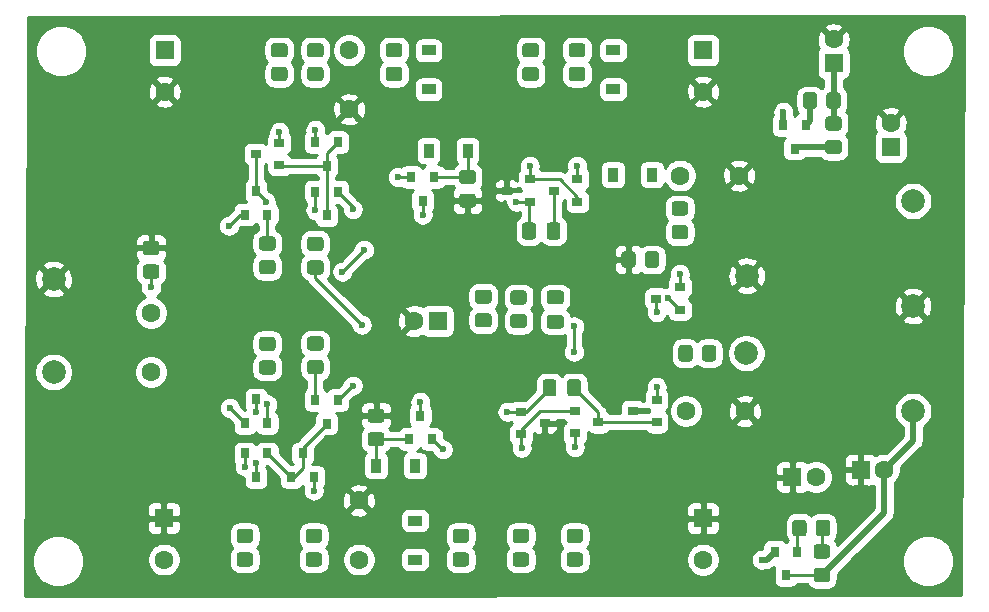
<source format=gbr>
G04 #@! TF.GenerationSoftware,KiCad,Pcbnew,(5.1.8-0-10_14)*
G04 #@! TF.CreationDate,2020-12-12T20:12:21+01:00*
G04 #@! TF.ProjectId,pre-amp-discret,7072652d-616d-4702-9d64-697363726574,rev?*
G04 #@! TF.SameCoordinates,Original*
G04 #@! TF.FileFunction,Copper,L1,Top*
G04 #@! TF.FilePolarity,Positive*
%FSLAX46Y46*%
G04 Gerber Fmt 4.6, Leading zero omitted, Abs format (unit mm)*
G04 Created by KiCad (PCBNEW (5.1.8-0-10_14)) date 2020-12-12 20:12:21*
%MOMM*%
%LPD*%
G01*
G04 APERTURE LIST*
G04 #@! TA.AperFunction,ComponentPad*
%ADD10C,1.600000*%
G04 #@! TD*
G04 #@! TA.AperFunction,ComponentPad*
%ADD11R,1.600000X1.600000*%
G04 #@! TD*
G04 #@! TA.AperFunction,SMDPad,CuDef*
%ADD12R,0.900000X0.800000*%
G04 #@! TD*
G04 #@! TA.AperFunction,SMDPad,CuDef*
%ADD13R,0.800000X0.900000*%
G04 #@! TD*
G04 #@! TA.AperFunction,SMDPad,CuDef*
%ADD14R,0.900000X1.200000*%
G04 #@! TD*
G04 #@! TA.AperFunction,SMDPad,CuDef*
%ADD15R,1.200000X0.900000*%
G04 #@! TD*
G04 #@! TA.AperFunction,ComponentPad*
%ADD16C,2.000000*%
G04 #@! TD*
G04 #@! TA.AperFunction,ViaPad*
%ADD17C,0.600000*%
G04 #@! TD*
G04 #@! TA.AperFunction,ViaPad*
%ADD18C,0.800000*%
G04 #@! TD*
G04 #@! TA.AperFunction,Conductor*
%ADD19C,0.500000*%
G04 #@! TD*
G04 #@! TA.AperFunction,Conductor*
%ADD20C,0.250000*%
G04 #@! TD*
G04 #@! TA.AperFunction,Conductor*
%ADD21C,0.254000*%
G04 #@! TD*
G04 #@! TA.AperFunction,Conductor*
%ADD22C,0.100000*%
G04 #@! TD*
G04 APERTURE END LIST*
D10*
X156115000Y-123190000D03*
D11*
X158115000Y-123190000D03*
D12*
X163957000Y-112141000D03*
X165957000Y-111191000D03*
X165957000Y-113091000D03*
G04 #@! TA.AperFunction,SMDPad,CuDef*
G36*
G01*
X179702000Y-125470499D02*
X179702000Y-126370501D01*
G75*
G02*
X179452001Y-126620500I-249999J0D01*
G01*
X178751999Y-126620500D01*
G75*
G02*
X178502000Y-126370501I0J249999D01*
G01*
X178502000Y-125470499D01*
G75*
G02*
X178751999Y-125220500I249999J0D01*
G01*
X179452001Y-125220500D01*
G75*
G02*
X179702000Y-125470499I0J-249999D01*
G01*
G37*
G04 #@! TD.AperFunction*
G04 #@! TA.AperFunction,SMDPad,CuDef*
G36*
G01*
X181702000Y-125470499D02*
X181702000Y-126370501D01*
G75*
G02*
X181452001Y-126620500I-249999J0D01*
G01*
X180751999Y-126620500D01*
G75*
G02*
X180502000Y-126370501I0J249999D01*
G01*
X180502000Y-125470499D01*
G75*
G02*
X180751999Y-125220500I249999J0D01*
G01*
X181452001Y-125220500D01*
G75*
G02*
X181702000Y-125470499I0J-249999D01*
G01*
G37*
G04 #@! TD.AperFunction*
G04 #@! TA.AperFunction,SMDPad,CuDef*
G36*
G01*
X174876000Y-117532999D02*
X174876000Y-118433001D01*
G75*
G02*
X174626001Y-118683000I-249999J0D01*
G01*
X173925999Y-118683000D01*
G75*
G02*
X173676000Y-118433001I0J249999D01*
G01*
X173676000Y-117532999D01*
G75*
G02*
X173925999Y-117283000I249999J0D01*
G01*
X174626001Y-117283000D01*
G75*
G02*
X174876000Y-117532999I0J-249999D01*
G01*
G37*
G04 #@! TD.AperFunction*
G04 #@! TA.AperFunction,SMDPad,CuDef*
G36*
G01*
X176876000Y-117532999D02*
X176876000Y-118433001D01*
G75*
G02*
X176626001Y-118683000I-249999J0D01*
G01*
X175925999Y-118683000D01*
G75*
G02*
X175676000Y-118433001I0J249999D01*
G01*
X175676000Y-117532999D01*
G75*
G02*
X175925999Y-117283000I249999J0D01*
G01*
X176626001Y-117283000D01*
G75*
G02*
X176876000Y-117532999I0J-249999D01*
G01*
G37*
G04 #@! TD.AperFunction*
G04 #@! TA.AperFunction,SMDPad,CuDef*
G36*
G01*
X169285499Y-142783000D02*
X170185501Y-142783000D01*
G75*
G02*
X170435500Y-143032999I0J-249999D01*
G01*
X170435500Y-143733001D01*
G75*
G02*
X170185501Y-143983000I-249999J0D01*
G01*
X169285499Y-143983000D01*
G75*
G02*
X169035500Y-143733001I0J249999D01*
G01*
X169035500Y-143032999D01*
G75*
G02*
X169285499Y-142783000I249999J0D01*
G01*
G37*
G04 #@! TD.AperFunction*
G04 #@! TA.AperFunction,SMDPad,CuDef*
G36*
G01*
X169285499Y-140783000D02*
X170185501Y-140783000D01*
G75*
G02*
X170435500Y-141032999I0J-249999D01*
G01*
X170435500Y-141733001D01*
G75*
G02*
X170185501Y-141983000I-249999J0D01*
G01*
X169285499Y-141983000D01*
G75*
G02*
X169035500Y-141733001I0J249999D01*
G01*
X169035500Y-141032999D01*
G75*
G02*
X169285499Y-140783000I249999J0D01*
G01*
G37*
G04 #@! TD.AperFunction*
G04 #@! TA.AperFunction,SMDPad,CuDef*
G36*
G01*
X165538999Y-101666500D02*
X166439001Y-101666500D01*
G75*
G02*
X166689000Y-101916499I0J-249999D01*
G01*
X166689000Y-102616501D01*
G75*
G02*
X166439001Y-102866500I-249999J0D01*
G01*
X165538999Y-102866500D01*
G75*
G02*
X165289000Y-102616501I0J249999D01*
G01*
X165289000Y-101916499D01*
G75*
G02*
X165538999Y-101666500I249999J0D01*
G01*
G37*
G04 #@! TD.AperFunction*
G04 #@! TA.AperFunction,SMDPad,CuDef*
G36*
G01*
X165538999Y-99666500D02*
X166439001Y-99666500D01*
G75*
G02*
X166689000Y-99916499I0J-249999D01*
G01*
X166689000Y-100616501D01*
G75*
G02*
X166439001Y-100866500I-249999J0D01*
G01*
X165538999Y-100866500D01*
G75*
G02*
X165289000Y-100616501I0J249999D01*
G01*
X165289000Y-99916499D01*
G75*
G02*
X165538999Y-99666500I249999J0D01*
G01*
G37*
G04 #@! TD.AperFunction*
G04 #@! TA.AperFunction,SMDPad,CuDef*
G36*
G01*
X152457999Y-132607000D02*
X153358001Y-132607000D01*
G75*
G02*
X153608000Y-132856999I0J-249999D01*
G01*
X153608000Y-133557001D01*
G75*
G02*
X153358001Y-133807000I-249999J0D01*
G01*
X152457999Y-133807000D01*
G75*
G02*
X152208000Y-133557001I0J249999D01*
G01*
X152208000Y-132856999D01*
G75*
G02*
X152457999Y-132607000I249999J0D01*
G01*
G37*
G04 #@! TD.AperFunction*
G04 #@! TA.AperFunction,SMDPad,CuDef*
G36*
G01*
X152457999Y-130607000D02*
X153358001Y-130607000D01*
G75*
G02*
X153608000Y-130856999I0J-249999D01*
G01*
X153608000Y-131557001D01*
G75*
G02*
X153358001Y-131807000I-249999J0D01*
G01*
X152457999Y-131807000D01*
G75*
G02*
X152208000Y-131557001I0J249999D01*
G01*
X152208000Y-130856999D01*
G75*
G02*
X152457999Y-130607000I249999J0D01*
G01*
G37*
G04 #@! TD.AperFunction*
G04 #@! TA.AperFunction,SMDPad,CuDef*
G36*
G01*
X147314499Y-118049500D02*
X148214501Y-118049500D01*
G75*
G02*
X148464500Y-118299499I0J-249999D01*
G01*
X148464500Y-118999501D01*
G75*
G02*
X148214501Y-119249500I-249999J0D01*
G01*
X147314499Y-119249500D01*
G75*
G02*
X147064500Y-118999501I0J249999D01*
G01*
X147064500Y-118299499D01*
G75*
G02*
X147314499Y-118049500I249999J0D01*
G01*
G37*
G04 #@! TD.AperFunction*
G04 #@! TA.AperFunction,SMDPad,CuDef*
G36*
G01*
X147314499Y-116049500D02*
X148214501Y-116049500D01*
G75*
G02*
X148464500Y-116299499I0J-249999D01*
G01*
X148464500Y-116999501D01*
G75*
G02*
X148214501Y-117249500I-249999J0D01*
G01*
X147314499Y-117249500D01*
G75*
G02*
X147064500Y-116999501I0J249999D01*
G01*
X147064500Y-116299499D01*
G75*
G02*
X147314499Y-116049500I249999J0D01*
G01*
G37*
G04 #@! TD.AperFunction*
G04 #@! TA.AperFunction,SMDPad,CuDef*
G36*
G01*
X147314499Y-101666500D02*
X148214501Y-101666500D01*
G75*
G02*
X148464500Y-101916499I0J-249999D01*
G01*
X148464500Y-102616501D01*
G75*
G02*
X148214501Y-102866500I-249999J0D01*
G01*
X147314499Y-102866500D01*
G75*
G02*
X147064500Y-102616501I0J249999D01*
G01*
X147064500Y-101916499D01*
G75*
G02*
X147314499Y-101666500I249999J0D01*
G01*
G37*
G04 #@! TD.AperFunction*
G04 #@! TA.AperFunction,SMDPad,CuDef*
G36*
G01*
X147314499Y-99666500D02*
X148214501Y-99666500D01*
G75*
G02*
X148464500Y-99916499I0J-249999D01*
G01*
X148464500Y-100616501D01*
G75*
G02*
X148214501Y-100866500I-249999J0D01*
G01*
X147314499Y-100866500D01*
G75*
G02*
X147064500Y-100616501I0J249999D01*
G01*
X147064500Y-99916499D01*
G75*
G02*
X147314499Y-99666500I249999J0D01*
G01*
G37*
G04 #@! TD.AperFunction*
G04 #@! TA.AperFunction,SMDPad,CuDef*
G36*
G01*
X159633499Y-142783000D02*
X160533501Y-142783000D01*
G75*
G02*
X160783500Y-143032999I0J-249999D01*
G01*
X160783500Y-143733001D01*
G75*
G02*
X160533501Y-143983000I-249999J0D01*
G01*
X159633499Y-143983000D01*
G75*
G02*
X159383500Y-143733001I0J249999D01*
G01*
X159383500Y-143032999D01*
G75*
G02*
X159633499Y-142783000I249999J0D01*
G01*
G37*
G04 #@! TD.AperFunction*
G04 #@! TA.AperFunction,SMDPad,CuDef*
G36*
G01*
X159633499Y-140783000D02*
X160533501Y-140783000D01*
G75*
G02*
X160783500Y-141032999I0J-249999D01*
G01*
X160783500Y-141733001D01*
G75*
G02*
X160533501Y-141983000I-249999J0D01*
G01*
X159633499Y-141983000D01*
G75*
G02*
X159383500Y-141733001I0J249999D01*
G01*
X159383500Y-141032999D01*
G75*
G02*
X159633499Y-140783000I249999J0D01*
G01*
G37*
G04 #@! TD.AperFunction*
G04 #@! TA.AperFunction,SMDPad,CuDef*
G36*
G01*
X143250499Y-118018000D02*
X144150501Y-118018000D01*
G75*
G02*
X144400500Y-118267999I0J-249999D01*
G01*
X144400500Y-118968001D01*
G75*
G02*
X144150501Y-119218000I-249999J0D01*
G01*
X143250499Y-119218000D01*
G75*
G02*
X143000500Y-118968001I0J249999D01*
G01*
X143000500Y-118267999D01*
G75*
G02*
X143250499Y-118018000I249999J0D01*
G01*
G37*
G04 #@! TD.AperFunction*
G04 #@! TA.AperFunction,SMDPad,CuDef*
G36*
G01*
X143250499Y-116018000D02*
X144150501Y-116018000D01*
G75*
G02*
X144400500Y-116267999I0J-249999D01*
G01*
X144400500Y-116968001D01*
G75*
G02*
X144150501Y-117218000I-249999J0D01*
G01*
X143250499Y-117218000D01*
G75*
G02*
X143000500Y-116968001I0J249999D01*
G01*
X143000500Y-116267999D01*
G75*
G02*
X143250499Y-116018000I249999J0D01*
G01*
G37*
G04 #@! TD.AperFunction*
G04 #@! TA.AperFunction,SMDPad,CuDef*
G36*
G01*
X144266499Y-101666500D02*
X145166501Y-101666500D01*
G75*
G02*
X145416500Y-101916499I0J-249999D01*
G01*
X145416500Y-102616501D01*
G75*
G02*
X145166501Y-102866500I-249999J0D01*
G01*
X144266499Y-102866500D01*
G75*
G02*
X144016500Y-102616501I0J249999D01*
G01*
X144016500Y-101916499D01*
G75*
G02*
X144266499Y-101666500I249999J0D01*
G01*
G37*
G04 #@! TD.AperFunction*
G04 #@! TA.AperFunction,SMDPad,CuDef*
G36*
G01*
X144266499Y-99666500D02*
X145166501Y-99666500D01*
G75*
G02*
X145416500Y-99916499I0J-249999D01*
G01*
X145416500Y-100616501D01*
G75*
G02*
X145166501Y-100866500I-249999J0D01*
G01*
X144266499Y-100866500D01*
G75*
G02*
X144016500Y-100616501I0J249999D01*
G01*
X144016500Y-99916499D01*
G75*
G02*
X144266499Y-99666500I249999J0D01*
G01*
G37*
G04 #@! TD.AperFunction*
D13*
X148717000Y-114236500D03*
X147767000Y-112236500D03*
X149667000Y-112236500D03*
X148717000Y-110045500D03*
X147767000Y-108045500D03*
X149667000Y-108045500D03*
X156654500Y-131191000D03*
X157604500Y-133191000D03*
X155704500Y-133191000D03*
D12*
X142716500Y-109032000D03*
X144716500Y-108082000D03*
X144716500Y-109982000D03*
D13*
X142750500Y-112173000D03*
X143700500Y-114173000D03*
X141800500Y-114173000D03*
D14*
X172974000Y-110807500D03*
X176274000Y-110807500D03*
D15*
X172974000Y-100266500D03*
X172974000Y-103566500D03*
X156210000Y-140083000D03*
X156210000Y-143383000D03*
D14*
X152909000Y-135445500D03*
X156209000Y-135445500D03*
G04 #@! TA.AperFunction,SMDPad,CuDef*
G36*
G01*
X166449500Y-115095000D02*
X166449500Y-116045000D01*
G75*
G02*
X166199500Y-116295000I-250000J0D01*
G01*
X165524500Y-116295000D01*
G75*
G02*
X165274500Y-116045000I0J250000D01*
G01*
X165274500Y-115095000D01*
G75*
G02*
X165524500Y-114845000I250000J0D01*
G01*
X166199500Y-114845000D01*
G75*
G02*
X166449500Y-115095000I0J-250000D01*
G01*
G37*
G04 #@! TD.AperFunction*
G04 #@! TA.AperFunction,SMDPad,CuDef*
G36*
G01*
X168524500Y-115095000D02*
X168524500Y-116045000D01*
G75*
G02*
X168274500Y-116295000I-250000J0D01*
G01*
X167599500Y-116295000D01*
G75*
G02*
X167349500Y-116045000I0J250000D01*
G01*
X167349500Y-115095000D01*
G75*
G02*
X167599500Y-114845000I250000J0D01*
G01*
X168274500Y-114845000D01*
G75*
G02*
X168524500Y-115095000I0J-250000D01*
G01*
G37*
G04 #@! TD.AperFunction*
D10*
X134937500Y-143383000D03*
D11*
X134937500Y-139883000D03*
D10*
X135001000Y-103766500D03*
D11*
X135001000Y-100266500D03*
D10*
X180594000Y-143390500D03*
D11*
X180594000Y-139890500D03*
D10*
X180594000Y-103766500D03*
D11*
X180594000Y-100266500D03*
D10*
X190150500Y-136398000D03*
D11*
X188150500Y-136398000D03*
D10*
X195929000Y-135763000D03*
D11*
X193929000Y-135763000D03*
D10*
X191643000Y-99346000D03*
D11*
X191643000Y-101346000D03*
D10*
X196469000Y-106426000D03*
D11*
X196469000Y-108426000D03*
G04 #@! TA.AperFunction,SMDPad,CuDef*
G36*
G01*
X189354000Y-140265999D02*
X189354000Y-141166001D01*
G75*
G02*
X189104001Y-141416000I-249999J0D01*
G01*
X188403999Y-141416000D01*
G75*
G02*
X188154000Y-141166001I0J249999D01*
G01*
X188154000Y-140265999D01*
G75*
G02*
X188403999Y-140016000I249999J0D01*
G01*
X189104001Y-140016000D01*
G75*
G02*
X189354000Y-140265999I0J-249999D01*
G01*
G37*
G04 #@! TD.AperFunction*
G04 #@! TA.AperFunction,SMDPad,CuDef*
G36*
G01*
X191354000Y-140265999D02*
X191354000Y-141166001D01*
G75*
G02*
X191104001Y-141416000I-249999J0D01*
G01*
X190403999Y-141416000D01*
G75*
G02*
X190154000Y-141166001I0J249999D01*
G01*
X190154000Y-140265999D01*
G75*
G02*
X190403999Y-140016000I249999J0D01*
G01*
X191104001Y-140016000D01*
G75*
G02*
X191354000Y-140265999I0J-249999D01*
G01*
G37*
G04 #@! TD.AperFunction*
G04 #@! TA.AperFunction,SMDPad,CuDef*
G36*
G01*
X190243000Y-104070999D02*
X190243000Y-104971001D01*
G75*
G02*
X189993001Y-105221000I-249999J0D01*
G01*
X189292999Y-105221000D01*
G75*
G02*
X189043000Y-104971001I0J249999D01*
G01*
X189043000Y-104070999D01*
G75*
G02*
X189292999Y-103821000I249999J0D01*
G01*
X189993001Y-103821000D01*
G75*
G02*
X190243000Y-104070999I0J-249999D01*
G01*
G37*
G04 #@! TD.AperFunction*
G04 #@! TA.AperFunction,SMDPad,CuDef*
G36*
G01*
X192243000Y-104070999D02*
X192243000Y-104971001D01*
G75*
G02*
X191993001Y-105221000I-249999J0D01*
G01*
X191292999Y-105221000D01*
G75*
G02*
X191043000Y-104971001I0J249999D01*
G01*
X191043000Y-104070999D01*
G75*
G02*
X191292999Y-103821000I249999J0D01*
G01*
X191993001Y-103821000D01*
G75*
G02*
X192243000Y-104070999I0J-249999D01*
G01*
G37*
G04 #@! TD.AperFunction*
G04 #@! TA.AperFunction,SMDPad,CuDef*
G36*
G01*
X191192999Y-107858000D02*
X192093001Y-107858000D01*
G75*
G02*
X192343000Y-108107999I0J-249999D01*
G01*
X192343000Y-108808001D01*
G75*
G02*
X192093001Y-109058000I-249999J0D01*
G01*
X191192999Y-109058000D01*
G75*
G02*
X190943000Y-108808001I0J249999D01*
G01*
X190943000Y-108107999D01*
G75*
G02*
X191192999Y-107858000I249999J0D01*
G01*
G37*
G04 #@! TD.AperFunction*
G04 #@! TA.AperFunction,SMDPad,CuDef*
G36*
G01*
X191192999Y-105858000D02*
X192093001Y-105858000D01*
G75*
G02*
X192343000Y-106107999I0J-249999D01*
G01*
X192343000Y-106808001D01*
G75*
G02*
X192093001Y-107058000I-249999J0D01*
G01*
X191192999Y-107058000D01*
G75*
G02*
X190943000Y-106808001I0J249999D01*
G01*
X190943000Y-106107999D01*
G75*
G02*
X191192999Y-105858000I249999J0D01*
G01*
G37*
G04 #@! TD.AperFunction*
D10*
X151447500Y-138383000D03*
X151447500Y-143383000D03*
X150622000Y-100266500D03*
X150622000Y-105266500D03*
X184133500Y-130810000D03*
X179133500Y-130810000D03*
X178642000Y-110871000D03*
X183642000Y-110871000D03*
D16*
X184302400Y-119354600D03*
X184251600Y-125907800D03*
X198374000Y-121920000D03*
X125603000Y-127508000D03*
X198374000Y-130810000D03*
X125603000Y-119634000D03*
X198374000Y-113030000D03*
D13*
X146682500Y-134398000D03*
X147632500Y-136398000D03*
X145732500Y-136398000D03*
D12*
X174657000Y-130807500D03*
X176657000Y-129857500D03*
X176657000Y-131757500D03*
G04 #@! TA.AperFunction,SMDPad,CuDef*
G36*
G01*
X153981999Y-101666500D02*
X154882001Y-101666500D01*
G75*
G02*
X155132000Y-101916499I0J-249999D01*
G01*
X155132000Y-102616501D01*
G75*
G02*
X154882001Y-102866500I-249999J0D01*
G01*
X153981999Y-102866500D01*
G75*
G02*
X153732000Y-102616501I0J249999D01*
G01*
X153732000Y-101916499D01*
G75*
G02*
X153981999Y-101666500I249999J0D01*
G01*
G37*
G04 #@! TD.AperFunction*
G04 #@! TA.AperFunction,SMDPad,CuDef*
G36*
G01*
X153981999Y-99666500D02*
X154882001Y-99666500D01*
G75*
G02*
X155132000Y-99916499I0J-249999D01*
G01*
X155132000Y-100616501D01*
G75*
G02*
X154882001Y-100866500I-249999J0D01*
G01*
X153981999Y-100866500D01*
G75*
G02*
X153732000Y-100616501I0J249999D01*
G01*
X153732000Y-99916499D01*
G75*
G02*
X153981999Y-99666500I249999J0D01*
G01*
G37*
G04 #@! TD.AperFunction*
G04 #@! TA.AperFunction,SMDPad,CuDef*
G36*
G01*
X168184500Y-128366500D02*
X168184500Y-129316500D01*
G75*
G02*
X167934500Y-129566500I-250000J0D01*
G01*
X167259500Y-129566500D01*
G75*
G02*
X167009500Y-129316500I0J250000D01*
G01*
X167009500Y-128366500D01*
G75*
G02*
X167259500Y-128116500I250000J0D01*
G01*
X167934500Y-128116500D01*
G75*
G02*
X168184500Y-128366500I0J-250000D01*
G01*
G37*
G04 #@! TD.AperFunction*
G04 #@! TA.AperFunction,SMDPad,CuDef*
G36*
G01*
X170259500Y-128366500D02*
X170259500Y-129316500D01*
G75*
G02*
X170009500Y-129566500I-250000J0D01*
G01*
X169334500Y-129566500D01*
G75*
G02*
X169084500Y-129316500I0J250000D01*
G01*
X169084500Y-128366500D01*
G75*
G02*
X169334500Y-128116500I250000J0D01*
G01*
X170009500Y-128116500D01*
G75*
G02*
X170259500Y-128366500I0J-250000D01*
G01*
G37*
G04 #@! TD.AperFunction*
G04 #@! TA.AperFunction,SMDPad,CuDef*
G36*
G01*
X168559500Y-121766000D02*
X167609500Y-121766000D01*
G75*
G02*
X167359500Y-121516000I0J250000D01*
G01*
X167359500Y-120841000D01*
G75*
G02*
X167609500Y-120591000I250000J0D01*
G01*
X168559500Y-120591000D01*
G75*
G02*
X168809500Y-120841000I0J-250000D01*
G01*
X168809500Y-121516000D01*
G75*
G02*
X168559500Y-121766000I-250000J0D01*
G01*
G37*
G04 #@! TD.AperFunction*
G04 #@! TA.AperFunction,SMDPad,CuDef*
G36*
G01*
X168559500Y-123841000D02*
X167609500Y-123841000D01*
G75*
G02*
X167359500Y-123591000I0J250000D01*
G01*
X167359500Y-122916000D01*
G75*
G02*
X167609500Y-122666000I250000J0D01*
G01*
X168559500Y-122666000D01*
G75*
G02*
X168809500Y-122916000I0J-250000D01*
G01*
X168809500Y-123591000D01*
G75*
G02*
X168559500Y-123841000I-250000J0D01*
G01*
G37*
G04 #@! TD.AperFunction*
X178625500Y-122232500D03*
X178625500Y-120332500D03*
X176625500Y-121282500D03*
G04 #@! TA.AperFunction,SMDPad,CuDef*
G36*
G01*
X134308001Y-117599000D02*
X133407999Y-117599000D01*
G75*
G02*
X133158000Y-117349001I0J249999D01*
G01*
X133158000Y-116648999D01*
G75*
G02*
X133407999Y-116399000I249999J0D01*
G01*
X134308001Y-116399000D01*
G75*
G02*
X134558000Y-116648999I0J-249999D01*
G01*
X134558000Y-117349001D01*
G75*
G02*
X134308001Y-117599000I-249999J0D01*
G01*
G37*
G04 #@! TD.AperFunction*
G04 #@! TA.AperFunction,SMDPad,CuDef*
G36*
G01*
X134308001Y-119599000D02*
X133407999Y-119599000D01*
G75*
G02*
X133158000Y-119349001I0J249999D01*
G01*
X133158000Y-118648999D01*
G75*
G02*
X133407999Y-118399000I249999J0D01*
G01*
X134308001Y-118399000D01*
G75*
G02*
X134558000Y-118648999I0J-249999D01*
G01*
X134558000Y-119349001D01*
G75*
G02*
X134308001Y-119599000I-249999J0D01*
G01*
G37*
G04 #@! TD.AperFunction*
G04 #@! TA.AperFunction,SMDPad,CuDef*
G36*
G01*
X190202399Y-144103800D02*
X191102401Y-144103800D01*
G75*
G02*
X191352400Y-144353799I0J-249999D01*
G01*
X191352400Y-145053801D01*
G75*
G02*
X191102401Y-145303800I-249999J0D01*
G01*
X190202399Y-145303800D01*
G75*
G02*
X189952400Y-145053801I0J249999D01*
G01*
X189952400Y-144353799D01*
G75*
G02*
X190202399Y-144103800I249999J0D01*
G01*
G37*
G04 #@! TD.AperFunction*
G04 #@! TA.AperFunction,SMDPad,CuDef*
G36*
G01*
X190202399Y-142103800D02*
X191102401Y-142103800D01*
G75*
G02*
X191352400Y-142353799I0J-249999D01*
G01*
X191352400Y-143053801D01*
G75*
G02*
X191102401Y-143303800I-249999J0D01*
G01*
X190202399Y-143303800D01*
G75*
G02*
X189952400Y-143053801I0J249999D01*
G01*
X189952400Y-142353799D01*
G75*
G02*
X190202399Y-142103800I249999J0D01*
G01*
G37*
G04 #@! TD.AperFunction*
G04 #@! TA.AperFunction,SMDPad,CuDef*
G36*
G01*
X178175499Y-115065000D02*
X179075501Y-115065000D01*
G75*
G02*
X179325500Y-115314999I0J-249999D01*
G01*
X179325500Y-116015001D01*
G75*
G02*
X179075501Y-116265000I-249999J0D01*
G01*
X178175499Y-116265000D01*
G75*
G02*
X177925500Y-116015001I0J249999D01*
G01*
X177925500Y-115314999D01*
G75*
G02*
X178175499Y-115065000I249999J0D01*
G01*
G37*
G04 #@! TD.AperFunction*
G04 #@! TA.AperFunction,SMDPad,CuDef*
G36*
G01*
X178175499Y-113065000D02*
X179075501Y-113065000D01*
G75*
G02*
X179325500Y-113314999I0J-249999D01*
G01*
X179325500Y-114015001D01*
G75*
G02*
X179075501Y-114265000I-249999J0D01*
G01*
X178175499Y-114265000D01*
G75*
G02*
X177925500Y-114015001I0J249999D01*
G01*
X177925500Y-113314999D01*
G75*
G02*
X178175499Y-113065000I249999J0D01*
G01*
G37*
G04 #@! TD.AperFunction*
G04 #@! TA.AperFunction,SMDPad,CuDef*
G36*
G01*
X169475999Y-101666500D02*
X170376001Y-101666500D01*
G75*
G02*
X170626000Y-101916499I0J-249999D01*
G01*
X170626000Y-102616501D01*
G75*
G02*
X170376001Y-102866500I-249999J0D01*
G01*
X169475999Y-102866500D01*
G75*
G02*
X169226000Y-102616501I0J249999D01*
G01*
X169226000Y-101916499D01*
G75*
G02*
X169475999Y-101666500I249999J0D01*
G01*
G37*
G04 #@! TD.AperFunction*
G04 #@! TA.AperFunction,SMDPad,CuDef*
G36*
G01*
X169475999Y-99666500D02*
X170376001Y-99666500D01*
G75*
G02*
X170626000Y-99916499I0J-249999D01*
G01*
X170626000Y-100616501D01*
G75*
G02*
X170376001Y-100866500I-249999J0D01*
G01*
X169475999Y-100866500D01*
G75*
G02*
X169226000Y-100616501I0J249999D01*
G01*
X169226000Y-99916499D01*
G75*
G02*
X169475999Y-99666500I249999J0D01*
G01*
G37*
G04 #@! TD.AperFunction*
G04 #@! TA.AperFunction,SMDPad,CuDef*
G36*
G01*
X164713499Y-142783000D02*
X165613501Y-142783000D01*
G75*
G02*
X165863500Y-143032999I0J-249999D01*
G01*
X165863500Y-143733001D01*
G75*
G02*
X165613501Y-143983000I-249999J0D01*
G01*
X164713499Y-143983000D01*
G75*
G02*
X164463500Y-143733001I0J249999D01*
G01*
X164463500Y-143032999D01*
G75*
G02*
X164713499Y-142783000I249999J0D01*
G01*
G37*
G04 #@! TD.AperFunction*
G04 #@! TA.AperFunction,SMDPad,CuDef*
G36*
G01*
X164713499Y-140783000D02*
X165613501Y-140783000D01*
G75*
G02*
X165863500Y-141032999I0J-249999D01*
G01*
X165863500Y-141733001D01*
G75*
G02*
X165613501Y-141983000I-249999J0D01*
G01*
X164713499Y-141983000D01*
G75*
G02*
X164463500Y-141733001I0J249999D01*
G01*
X164463500Y-141032999D01*
G75*
G02*
X164713499Y-140783000I249999J0D01*
G01*
G37*
G04 #@! TD.AperFunction*
G04 #@! TA.AperFunction,SMDPad,CuDef*
G36*
G01*
X165423001Y-121790000D02*
X164522999Y-121790000D01*
G75*
G02*
X164273000Y-121540001I0J249999D01*
G01*
X164273000Y-120839999D01*
G75*
G02*
X164522999Y-120590000I249999J0D01*
G01*
X165423001Y-120590000D01*
G75*
G02*
X165673000Y-120839999I0J-249999D01*
G01*
X165673000Y-121540001D01*
G75*
G02*
X165423001Y-121790000I-249999J0D01*
G01*
G37*
G04 #@! TD.AperFunction*
G04 #@! TA.AperFunction,SMDPad,CuDef*
G36*
G01*
X165423001Y-123790000D02*
X164522999Y-123790000D01*
G75*
G02*
X164273000Y-123540001I0J249999D01*
G01*
X164273000Y-122839999D01*
G75*
G02*
X164522999Y-122590000I249999J0D01*
G01*
X165423001Y-122590000D01*
G75*
G02*
X165673000Y-122839999I0J-249999D01*
G01*
X165673000Y-123540001D01*
G75*
G02*
X165423001Y-123790000I-249999J0D01*
G01*
G37*
G04 #@! TD.AperFunction*
G04 #@! TA.AperFunction,SMDPad,CuDef*
G36*
G01*
X161538499Y-122526500D02*
X162438501Y-122526500D01*
G75*
G02*
X162688500Y-122776499I0J-249999D01*
G01*
X162688500Y-123476501D01*
G75*
G02*
X162438501Y-123726500I-249999J0D01*
G01*
X161538499Y-123726500D01*
G75*
G02*
X161288500Y-123476501I0J249999D01*
G01*
X161288500Y-122776499D01*
G75*
G02*
X161538499Y-122526500I249999J0D01*
G01*
G37*
G04 #@! TD.AperFunction*
G04 #@! TA.AperFunction,SMDPad,CuDef*
G36*
G01*
X161538499Y-120526500D02*
X162438501Y-120526500D01*
G75*
G02*
X162688500Y-120776499I0J-249999D01*
G01*
X162688500Y-121476501D01*
G75*
G02*
X162438501Y-121726500I-249999J0D01*
G01*
X161538499Y-121726500D01*
G75*
G02*
X161288500Y-121476501I0J249999D01*
G01*
X161288500Y-120776499D01*
G75*
G02*
X161538499Y-120526500I249999J0D01*
G01*
G37*
G04 #@! TD.AperFunction*
G04 #@! TA.AperFunction,SMDPad,CuDef*
G36*
G01*
X160204999Y-112398000D02*
X161105001Y-112398000D01*
G75*
G02*
X161355000Y-112647999I0J-249999D01*
G01*
X161355000Y-113348001D01*
G75*
G02*
X161105001Y-113598000I-249999J0D01*
G01*
X160204999Y-113598000D01*
G75*
G02*
X159955000Y-113348001I0J249999D01*
G01*
X159955000Y-112647999D01*
G75*
G02*
X160204999Y-112398000I249999J0D01*
G01*
G37*
G04 #@! TD.AperFunction*
G04 #@! TA.AperFunction,SMDPad,CuDef*
G36*
G01*
X160204999Y-110398000D02*
X161105001Y-110398000D01*
G75*
G02*
X161355000Y-110647999I0J-249999D01*
G01*
X161355000Y-111348001D01*
G75*
G02*
X161105001Y-111598000I-249999J0D01*
G01*
X160204999Y-111598000D01*
G75*
G02*
X159955000Y-111348001I0J249999D01*
G01*
X159955000Y-110647999D01*
G75*
G02*
X160204999Y-110398000I249999J0D01*
G01*
G37*
G04 #@! TD.AperFunction*
G04 #@! TA.AperFunction,SMDPad,CuDef*
G36*
G01*
X147187499Y-142783000D02*
X148087501Y-142783000D01*
G75*
G02*
X148337500Y-143032999I0J-249999D01*
G01*
X148337500Y-143733001D01*
G75*
G02*
X148087501Y-143983000I-249999J0D01*
G01*
X147187499Y-143983000D01*
G75*
G02*
X146937500Y-143733001I0J249999D01*
G01*
X146937500Y-143032999D01*
G75*
G02*
X147187499Y-142783000I249999J0D01*
G01*
G37*
G04 #@! TD.AperFunction*
G04 #@! TA.AperFunction,SMDPad,CuDef*
G36*
G01*
X147187499Y-140783000D02*
X148087501Y-140783000D01*
G75*
G02*
X148337500Y-141032999I0J-249999D01*
G01*
X148337500Y-141733001D01*
G75*
G02*
X148087501Y-141983000I-249999J0D01*
G01*
X147187499Y-141983000D01*
G75*
G02*
X146937500Y-141733001I0J249999D01*
G01*
X146937500Y-141032999D01*
G75*
G02*
X147187499Y-140783000I249999J0D01*
G01*
G37*
G04 #@! TD.AperFunction*
G04 #@! TA.AperFunction,SMDPad,CuDef*
G36*
G01*
X147314499Y-126495000D02*
X148214501Y-126495000D01*
G75*
G02*
X148464500Y-126744999I0J-249999D01*
G01*
X148464500Y-127445001D01*
G75*
G02*
X148214501Y-127695000I-249999J0D01*
G01*
X147314499Y-127695000D01*
G75*
G02*
X147064500Y-127445001I0J249999D01*
G01*
X147064500Y-126744999D01*
G75*
G02*
X147314499Y-126495000I249999J0D01*
G01*
G37*
G04 #@! TD.AperFunction*
G04 #@! TA.AperFunction,SMDPad,CuDef*
G36*
G01*
X147314499Y-124495000D02*
X148214501Y-124495000D01*
G75*
G02*
X148464500Y-124744999I0J-249999D01*
G01*
X148464500Y-125445001D01*
G75*
G02*
X148214501Y-125695000I-249999J0D01*
G01*
X147314499Y-125695000D01*
G75*
G02*
X147064500Y-125445001I0J249999D01*
G01*
X147064500Y-124744999D01*
G75*
G02*
X147314499Y-124495000I249999J0D01*
G01*
G37*
G04 #@! TD.AperFunction*
G04 #@! TA.AperFunction,SMDPad,CuDef*
G36*
G01*
X141345499Y-142783000D02*
X142245501Y-142783000D01*
G75*
G02*
X142495500Y-143032999I0J-249999D01*
G01*
X142495500Y-143733001D01*
G75*
G02*
X142245501Y-143983000I-249999J0D01*
G01*
X141345499Y-143983000D01*
G75*
G02*
X141095500Y-143733001I0J249999D01*
G01*
X141095500Y-143032999D01*
G75*
G02*
X141345499Y-142783000I249999J0D01*
G01*
G37*
G04 #@! TD.AperFunction*
G04 #@! TA.AperFunction,SMDPad,CuDef*
G36*
G01*
X141345499Y-140783000D02*
X142245501Y-140783000D01*
G75*
G02*
X142495500Y-141032999I0J-249999D01*
G01*
X142495500Y-141733001D01*
G75*
G02*
X142245501Y-141983000I-249999J0D01*
G01*
X141345499Y-141983000D01*
G75*
G02*
X141095500Y-141733001I0J249999D01*
G01*
X141095500Y-141032999D01*
G75*
G02*
X141345499Y-140783000I249999J0D01*
G01*
G37*
G04 #@! TD.AperFunction*
G04 #@! TA.AperFunction,SMDPad,CuDef*
G36*
G01*
X143250499Y-126527000D02*
X144150501Y-126527000D01*
G75*
G02*
X144400500Y-126776999I0J-249999D01*
G01*
X144400500Y-127477001D01*
G75*
G02*
X144150501Y-127727000I-249999J0D01*
G01*
X143250499Y-127727000D01*
G75*
G02*
X143000500Y-127477001I0J249999D01*
G01*
X143000500Y-126776999D01*
G75*
G02*
X143250499Y-126527000I249999J0D01*
G01*
G37*
G04 #@! TD.AperFunction*
G04 #@! TA.AperFunction,SMDPad,CuDef*
G36*
G01*
X143250499Y-124527000D02*
X144150501Y-124527000D01*
G75*
G02*
X144400500Y-124776999I0J-249999D01*
G01*
X144400500Y-125477001D01*
G75*
G02*
X144150501Y-125727000I-249999J0D01*
G01*
X143250499Y-125727000D01*
G75*
G02*
X143000500Y-125477001I0J249999D01*
G01*
X143000500Y-124776999D01*
G75*
G02*
X143250499Y-124527000I249999J0D01*
G01*
G37*
G04 #@! TD.AperFunction*
D13*
X187604400Y-144703800D03*
X186654400Y-142703800D03*
X188554400Y-142703800D03*
X188341000Y-108585000D03*
X187391000Y-106585000D03*
X189291000Y-106585000D03*
D12*
X171735500Y-131760000D03*
X169735500Y-132710000D03*
X169735500Y-130810000D03*
X167957500Y-112141000D03*
X169957500Y-111191000D03*
X169957500Y-113091000D03*
X167195500Y-131826000D03*
X165195500Y-132776000D03*
X165195500Y-130876000D03*
D13*
X148717000Y-131873500D03*
X147767000Y-129873500D03*
X149667000Y-129873500D03*
X156847500Y-112998000D03*
X155897500Y-110998000D03*
X157797500Y-110998000D03*
X142750500Y-136398000D03*
X141800500Y-134398000D03*
X143700500Y-134398000D03*
X142750500Y-129826000D03*
X143700500Y-131826000D03*
X141800500Y-131826000D03*
D14*
X157354000Y-108775500D03*
X160654000Y-108775500D03*
D15*
X157353000Y-100266500D03*
X157353000Y-103566500D03*
D10*
X133858000Y-127491500D03*
X133858000Y-122491500D03*
D17*
X144780000Y-100266500D03*
X147637500Y-100266500D03*
X154432000Y-100266500D03*
X157226000Y-100266500D03*
X165989000Y-100266500D03*
X169926000Y-100266500D03*
X172974000Y-100266500D03*
X178625500Y-113665000D03*
X187388500Y-105473500D03*
X140462000Y-115125500D03*
X140525500Y-130556000D03*
X133858000Y-120332500D03*
X141795500Y-143383000D03*
X147828000Y-143383000D03*
X156210000Y-143383000D03*
X160020000Y-143383000D03*
X165163500Y-143383000D03*
X169735500Y-143383000D03*
X175895000Y-130810000D03*
X185547000Y-143383000D03*
X161988500Y-123126500D03*
X142748000Y-135191500D03*
X164020500Y-130873500D03*
X142748000Y-130873500D03*
X191643000Y-108458000D03*
X190652400Y-144703800D03*
X190754000Y-140716000D03*
X157353000Y-108774500D03*
X157353000Y-103566500D03*
D18*
X181102000Y-125920500D03*
D17*
X143700500Y-130238500D03*
X143700500Y-127127000D03*
X141795500Y-135509000D03*
X141795500Y-141383000D03*
X143700500Y-125158500D03*
X147764500Y-125095000D03*
X150050500Y-118999000D03*
X151892000Y-117157500D03*
X156845000Y-114173000D03*
X154749500Y-110998000D03*
X154432000Y-102266500D03*
X147637500Y-137541000D03*
X147637500Y-141383000D03*
X165227000Y-133921500D03*
X165163500Y-141383000D03*
X169926000Y-110045500D03*
X169926000Y-102266500D03*
X178625500Y-119189500D03*
X178625500Y-115665000D03*
X150939500Y-128651000D03*
X150939500Y-113718500D03*
X168084500Y-121158000D03*
X164973000Y-121190000D03*
X161988500Y-121126500D03*
X176657000Y-122428000D03*
X176657000Y-128778000D03*
X168084500Y-123253500D03*
X164973000Y-123190000D03*
D18*
X179102000Y-125920500D03*
D17*
X169672000Y-128841500D03*
X169672000Y-125793500D03*
X169672000Y-123634500D03*
X167937000Y-115570000D03*
X164782500Y-113093500D03*
X143573500Y-113093500D03*
X156209500Y-135446000D03*
X156210000Y-140083000D03*
X172974000Y-103568500D03*
X172974000Y-110807500D03*
X176276000Y-110871000D03*
X177609500Y-121221500D03*
X176276000Y-117983000D03*
X165925500Y-110045500D03*
X165989000Y-102266500D03*
X169735500Y-133858000D03*
X169735500Y-141383000D03*
X144716500Y-107188000D03*
X144716500Y-102266500D03*
X143700500Y-118618000D03*
X147764500Y-118649500D03*
X151701500Y-123507500D03*
X156654500Y-130048000D03*
X160083500Y-141351000D03*
X158559500Y-134048500D03*
X147764500Y-106997500D03*
X147764500Y-102266500D03*
X147764500Y-113792000D03*
X147764500Y-116649500D03*
D19*
X187388500Y-106582500D02*
X187391000Y-106585000D01*
X187388500Y-105473500D02*
X187388500Y-106582500D01*
D20*
X125619500Y-127491500D02*
X125603000Y-127508000D01*
X141414500Y-114173000D02*
X140462000Y-115125500D01*
X141800500Y-114173000D02*
X141414500Y-114173000D01*
X141795500Y-131826000D02*
X140525500Y-130556000D01*
X141800500Y-131826000D02*
X141795500Y-131826000D01*
X133858000Y-120332500D02*
X133858000Y-118999000D01*
D19*
X175892500Y-130807500D02*
X175895000Y-130810000D01*
X174657000Y-130807500D02*
X175892500Y-130807500D01*
X185975200Y-143383000D02*
X186654400Y-142703800D01*
X185547000Y-143383000D02*
X185975200Y-143383000D01*
D20*
X142750500Y-135194000D02*
X142748000Y-135191500D01*
X142750500Y-136398000D02*
X142750500Y-135194000D01*
X142684500Y-129892000D02*
X142750500Y-129826000D01*
X164023000Y-130876000D02*
X164020500Y-130873500D01*
X165195500Y-130876000D02*
X164023000Y-130876000D01*
X142748000Y-129828500D02*
X142750500Y-129826000D01*
X142748000Y-130873500D02*
X142748000Y-129828500D01*
X165562500Y-130876000D02*
X167597000Y-128841500D01*
X165195500Y-130876000D02*
X165562500Y-130876000D01*
D19*
X188468000Y-108458000D02*
X188341000Y-108585000D01*
X191643000Y-108458000D02*
X188468000Y-108458000D01*
X191643000Y-106458000D02*
X191643000Y-104521000D01*
X191643000Y-104521000D02*
X191643000Y-101346000D01*
X198374000Y-133318000D02*
X195929000Y-135763000D01*
X198374000Y-130810000D02*
X198374000Y-133318000D01*
X195929000Y-139427200D02*
X190652400Y-144703800D01*
X195929000Y-135763000D02*
X195929000Y-139427200D01*
D20*
X187604400Y-144703800D02*
X190652400Y-144703800D01*
X190652400Y-140817600D02*
X190754000Y-140716000D01*
X190652400Y-142703800D02*
X190652400Y-140817600D01*
X157353000Y-108774500D02*
X157353000Y-108774500D01*
X157353000Y-108774500D02*
X157354000Y-108775500D01*
X160654000Y-110997000D02*
X160655000Y-110998000D01*
X160654000Y-108775500D02*
X160654000Y-110997000D01*
X160655000Y-110998000D02*
X157797500Y-110998000D01*
X143700500Y-131826000D02*
X143700500Y-130238500D01*
X141800500Y-135504000D02*
X141795500Y-135509000D01*
X141800500Y-134398000D02*
X141800500Y-135504000D01*
X145700500Y-136398000D02*
X143700500Y-134398000D01*
X145732500Y-136398000D02*
X145700500Y-136398000D01*
X145732500Y-136398000D02*
X145923000Y-136398000D01*
X146682500Y-135638500D02*
X146682500Y-134398000D01*
X145923000Y-136398000D02*
X146682500Y-135638500D01*
X146682500Y-133908000D02*
X148717000Y-131873500D01*
X146682500Y-134398000D02*
X146682500Y-133908000D01*
X156847500Y-112998000D02*
X156847500Y-113281500D01*
X150050500Y-118999000D02*
X151892000Y-117157500D01*
X156845000Y-113000500D02*
X156847500Y-112998000D01*
X156845000Y-114173000D02*
X156845000Y-113000500D01*
X154749500Y-110998000D02*
X155897500Y-110998000D01*
X147637500Y-136403000D02*
X147632500Y-136398000D01*
X147632500Y-137536000D02*
X147637500Y-137541000D01*
X147632500Y-136398000D02*
X147632500Y-137536000D01*
X147767000Y-127097500D02*
X147764500Y-127095000D01*
X147767000Y-129873500D02*
X147767000Y-127097500D01*
X165195500Y-133890000D02*
X165227000Y-133921500D01*
X165195500Y-132776000D02*
X165195500Y-133890000D01*
X166776498Y-130810000D02*
X169735500Y-130810000D01*
X165195500Y-132390998D02*
X166776498Y-130810000D01*
X165195500Y-132776000D02*
X165195500Y-132390998D01*
X169957500Y-110077000D02*
X169926000Y-110045500D01*
X169957500Y-111191000D02*
X169957500Y-110077000D01*
X178625500Y-120332500D02*
X178625500Y-119189500D01*
X149667000Y-112236500D02*
X149701500Y-112236500D01*
X150889500Y-128651000D02*
X149667000Y-129873500D01*
X150939500Y-128651000D02*
X150889500Y-128651000D01*
X150939500Y-113509000D02*
X149667000Y-112236500D01*
X150939500Y-113718500D02*
X150939500Y-113509000D01*
X168084500Y-121178500D02*
X168084500Y-121158000D01*
X176625500Y-122396500D02*
X176657000Y-122428000D01*
X176625500Y-121282500D02*
X176625500Y-122396500D01*
X176657000Y-129857500D02*
X176657000Y-128778000D01*
D19*
X189643000Y-106233000D02*
X189291000Y-106585000D01*
X189643000Y-104521000D02*
X189643000Y-106233000D01*
D20*
X188554400Y-140915600D02*
X188754000Y-140716000D01*
X188554400Y-142703800D02*
X188554400Y-140915600D01*
X171738000Y-131757500D02*
X171735500Y-131760000D01*
X176657000Y-131757500D02*
X171738000Y-131757500D01*
X171735500Y-130905000D02*
X169672000Y-128841500D01*
X171735500Y-131760000D02*
X171735500Y-130905000D01*
X167937000Y-112161500D02*
X167957500Y-112141000D01*
X167937000Y-115570000D02*
X167937000Y-112161500D01*
X169672000Y-128841500D02*
X169672000Y-128841500D01*
X169672000Y-125793500D02*
X169672000Y-123634500D01*
X164785000Y-113091000D02*
X164782500Y-113093500D01*
X165957000Y-113091000D02*
X164785000Y-113091000D01*
X143573500Y-112996000D02*
X142750500Y-112173000D01*
X143573500Y-113093500D02*
X143573500Y-112996000D01*
X142750500Y-109066000D02*
X142716500Y-109032000D01*
X142750500Y-112173000D02*
X142750500Y-109066000D01*
X165862000Y-113186000D02*
X165957000Y-113091000D01*
X165862000Y-115570000D02*
X165862000Y-113186000D01*
X152909000Y-133208000D02*
X152908000Y-133207000D01*
X152909000Y-135445500D02*
X152909000Y-133208000D01*
X155688500Y-133207000D02*
X155704500Y-133191000D01*
X152908000Y-133207000D02*
X155688500Y-133207000D01*
X156210000Y-135446500D02*
X156209500Y-135446000D01*
X156209500Y-135446000D02*
X156209000Y-135445500D01*
X178620500Y-122232500D02*
X177609500Y-121221500D01*
X178625500Y-122232500D02*
X178620500Y-122232500D01*
X168442502Y-111191000D02*
X165957000Y-111191000D01*
X169957500Y-112705998D02*
X168442502Y-111191000D01*
X169957500Y-113091000D02*
X169957500Y-112705998D01*
X165957000Y-110077000D02*
X165925500Y-110045500D01*
X165957000Y-111191000D02*
X165957000Y-110077000D01*
X169735500Y-132710000D02*
X169735500Y-133858000D01*
X143700500Y-114173000D02*
X143700500Y-116618000D01*
X144716500Y-108082000D02*
X144716500Y-107188000D01*
X148717000Y-114236500D02*
X148717000Y-110045500D01*
X144780000Y-110045500D02*
X144716500Y-109982000D01*
X148717000Y-110045500D02*
X144780000Y-110045500D01*
X148717000Y-108995500D02*
X149667000Y-108045500D01*
X148717000Y-110045500D02*
X148717000Y-108995500D01*
X147764500Y-119570500D02*
X151701500Y-123507500D01*
X147764500Y-118649500D02*
X147764500Y-119570500D01*
X156654500Y-130048000D02*
X156654500Y-131191000D01*
X158462000Y-134048500D02*
X157604500Y-133191000D01*
X158559500Y-134048500D02*
X158462000Y-134048500D01*
X147767000Y-107000000D02*
X147764500Y-106997500D01*
X147767000Y-108045500D02*
X147767000Y-107000000D01*
X147767000Y-113789500D02*
X147764500Y-113792000D01*
X147767000Y-112236500D02*
X147767000Y-113789500D01*
D21*
X202438653Y-146399351D02*
X123190657Y-146462648D01*
X123207011Y-143289872D01*
X123749000Y-143289872D01*
X123749000Y-143730128D01*
X123834890Y-144161925D01*
X124003369Y-144568669D01*
X124247962Y-144934729D01*
X124559271Y-145246038D01*
X124925331Y-145490631D01*
X125332075Y-145659110D01*
X125763872Y-145745000D01*
X126204128Y-145745000D01*
X126635925Y-145659110D01*
X127042669Y-145490631D01*
X127408729Y-145246038D01*
X127720038Y-144934729D01*
X127964631Y-144568669D01*
X128133110Y-144161925D01*
X128219000Y-143730128D01*
X128219000Y-143289872D01*
X128209412Y-143241665D01*
X133502500Y-143241665D01*
X133502500Y-143524335D01*
X133557647Y-143801574D01*
X133665820Y-144062727D01*
X133822863Y-144297759D01*
X134022741Y-144497637D01*
X134257773Y-144654680D01*
X134518926Y-144762853D01*
X134796165Y-144818000D01*
X135078835Y-144818000D01*
X135356074Y-144762853D01*
X135617227Y-144654680D01*
X135852259Y-144497637D01*
X136052137Y-144297759D01*
X136209180Y-144062727D01*
X136317353Y-143801574D01*
X136372500Y-143524335D01*
X136372500Y-143241665D01*
X136317353Y-142964426D01*
X136209180Y-142703273D01*
X136052137Y-142468241D01*
X135852259Y-142268363D01*
X135617227Y-142111320D01*
X135356074Y-142003147D01*
X135078835Y-141948000D01*
X134796165Y-141948000D01*
X134518926Y-142003147D01*
X134257773Y-142111320D01*
X134022741Y-142268363D01*
X133822863Y-142468241D01*
X133665820Y-142703273D01*
X133557647Y-142964426D01*
X133502500Y-143241665D01*
X128209412Y-143241665D01*
X128133110Y-142858075D01*
X127964631Y-142451331D01*
X127720038Y-142085271D01*
X127408729Y-141773962D01*
X127042669Y-141529369D01*
X126635925Y-141360890D01*
X126204128Y-141275000D01*
X125763872Y-141275000D01*
X125332075Y-141360890D01*
X124925331Y-141529369D01*
X124559271Y-141773962D01*
X124247962Y-142085271D01*
X124003369Y-142451331D01*
X123834890Y-142858075D01*
X123749000Y-143289872D01*
X123207011Y-143289872D01*
X123220448Y-140683000D01*
X133499428Y-140683000D01*
X133511688Y-140807482D01*
X133547998Y-140927180D01*
X133606963Y-141037494D01*
X133686315Y-141134185D01*
X133783006Y-141213537D01*
X133893320Y-141272502D01*
X134013018Y-141308812D01*
X134137500Y-141321072D01*
X134651750Y-141318000D01*
X134810500Y-141159250D01*
X134810500Y-140010000D01*
X135064500Y-140010000D01*
X135064500Y-141159250D01*
X135223250Y-141318000D01*
X135737500Y-141321072D01*
X135861982Y-141308812D01*
X135981680Y-141272502D01*
X136091994Y-141213537D01*
X136188685Y-141134185D01*
X136268037Y-141037494D01*
X136270439Y-141032999D01*
X140457428Y-141032999D01*
X140457428Y-141733001D01*
X140474492Y-141906255D01*
X140525028Y-142072851D01*
X140607095Y-142226387D01*
X140717538Y-142360962D01*
X140744391Y-142383000D01*
X140717538Y-142405038D01*
X140607095Y-142539613D01*
X140525028Y-142693149D01*
X140474492Y-142859745D01*
X140457428Y-143032999D01*
X140457428Y-143733001D01*
X140474492Y-143906255D01*
X140525028Y-144072851D01*
X140607095Y-144226387D01*
X140717538Y-144360962D01*
X140852113Y-144471405D01*
X141005649Y-144553472D01*
X141172245Y-144604008D01*
X141345499Y-144621072D01*
X142245501Y-144621072D01*
X142418755Y-144604008D01*
X142585351Y-144553472D01*
X142738887Y-144471405D01*
X142873462Y-144360962D01*
X142983905Y-144226387D01*
X143065972Y-144072851D01*
X143116508Y-143906255D01*
X143133572Y-143733001D01*
X143133572Y-143032999D01*
X143116508Y-142859745D01*
X143065972Y-142693149D01*
X142983905Y-142539613D01*
X142873462Y-142405038D01*
X142846609Y-142383000D01*
X142873462Y-142360962D01*
X142983905Y-142226387D01*
X143065972Y-142072851D01*
X143116508Y-141906255D01*
X143133572Y-141733001D01*
X143133572Y-141032999D01*
X146299428Y-141032999D01*
X146299428Y-141733001D01*
X146316492Y-141906255D01*
X146367028Y-142072851D01*
X146449095Y-142226387D01*
X146559538Y-142360962D01*
X146586391Y-142383000D01*
X146559538Y-142405038D01*
X146449095Y-142539613D01*
X146367028Y-142693149D01*
X146316492Y-142859745D01*
X146299428Y-143032999D01*
X146299428Y-143733001D01*
X146316492Y-143906255D01*
X146367028Y-144072851D01*
X146449095Y-144226387D01*
X146559538Y-144360962D01*
X146694113Y-144471405D01*
X146847649Y-144553472D01*
X147014245Y-144604008D01*
X147187499Y-144621072D01*
X148087501Y-144621072D01*
X148260755Y-144604008D01*
X148427351Y-144553472D01*
X148580887Y-144471405D01*
X148715462Y-144360962D01*
X148825905Y-144226387D01*
X148907972Y-144072851D01*
X148958508Y-143906255D01*
X148975572Y-143733001D01*
X148975572Y-143241665D01*
X150012500Y-143241665D01*
X150012500Y-143524335D01*
X150067647Y-143801574D01*
X150175820Y-144062727D01*
X150332863Y-144297759D01*
X150532741Y-144497637D01*
X150767773Y-144654680D01*
X151028926Y-144762853D01*
X151306165Y-144818000D01*
X151588835Y-144818000D01*
X151866074Y-144762853D01*
X152127227Y-144654680D01*
X152362259Y-144497637D01*
X152562137Y-144297759D01*
X152719180Y-144062727D01*
X152827353Y-143801574D01*
X152882500Y-143524335D01*
X152882500Y-143241665D01*
X152827353Y-142964426D01*
X152814336Y-142933000D01*
X154971928Y-142933000D01*
X154971928Y-143833000D01*
X154984188Y-143957482D01*
X155020498Y-144077180D01*
X155079463Y-144187494D01*
X155158815Y-144284185D01*
X155255506Y-144363537D01*
X155365820Y-144422502D01*
X155485518Y-144458812D01*
X155610000Y-144471072D01*
X156810000Y-144471072D01*
X156934482Y-144458812D01*
X157054180Y-144422502D01*
X157164494Y-144363537D01*
X157261185Y-144284185D01*
X157340537Y-144187494D01*
X157399502Y-144077180D01*
X157435812Y-143957482D01*
X157448072Y-143833000D01*
X157448072Y-142933000D01*
X157435812Y-142808518D01*
X157399502Y-142688820D01*
X157340537Y-142578506D01*
X157261185Y-142481815D01*
X157164494Y-142402463D01*
X157054180Y-142343498D01*
X156934482Y-142307188D01*
X156810000Y-142294928D01*
X155610000Y-142294928D01*
X155485518Y-142307188D01*
X155365820Y-142343498D01*
X155255506Y-142402463D01*
X155158815Y-142481815D01*
X155079463Y-142578506D01*
X155020498Y-142688820D01*
X154984188Y-142808518D01*
X154971928Y-142933000D01*
X152814336Y-142933000D01*
X152719180Y-142703273D01*
X152562137Y-142468241D01*
X152362259Y-142268363D01*
X152127227Y-142111320D01*
X151866074Y-142003147D01*
X151588835Y-141948000D01*
X151306165Y-141948000D01*
X151028926Y-142003147D01*
X150767773Y-142111320D01*
X150532741Y-142268363D01*
X150332863Y-142468241D01*
X150175820Y-142703273D01*
X150067647Y-142964426D01*
X150012500Y-143241665D01*
X148975572Y-143241665D01*
X148975572Y-143032999D01*
X148958508Y-142859745D01*
X148907972Y-142693149D01*
X148825905Y-142539613D01*
X148715462Y-142405038D01*
X148688609Y-142383000D01*
X148715462Y-142360962D01*
X148825905Y-142226387D01*
X148907972Y-142072851D01*
X148958508Y-141906255D01*
X148975572Y-141733001D01*
X148975572Y-141032999D01*
X148958508Y-140859745D01*
X148907972Y-140693149D01*
X148825905Y-140539613D01*
X148715462Y-140405038D01*
X148580887Y-140294595D01*
X148427351Y-140212528D01*
X148260755Y-140161992D01*
X148087501Y-140144928D01*
X147187499Y-140144928D01*
X147014245Y-140161992D01*
X146847649Y-140212528D01*
X146694113Y-140294595D01*
X146559538Y-140405038D01*
X146449095Y-140539613D01*
X146367028Y-140693149D01*
X146316492Y-140859745D01*
X146299428Y-141032999D01*
X143133572Y-141032999D01*
X143116508Y-140859745D01*
X143065972Y-140693149D01*
X142983905Y-140539613D01*
X142873462Y-140405038D01*
X142738887Y-140294595D01*
X142585351Y-140212528D01*
X142418755Y-140161992D01*
X142245501Y-140144928D01*
X141345499Y-140144928D01*
X141172245Y-140161992D01*
X141005649Y-140212528D01*
X140852113Y-140294595D01*
X140717538Y-140405038D01*
X140607095Y-140539613D01*
X140525028Y-140693149D01*
X140474492Y-140859745D01*
X140457428Y-141032999D01*
X136270439Y-141032999D01*
X136327002Y-140927180D01*
X136363312Y-140807482D01*
X136375572Y-140683000D01*
X136372500Y-140168750D01*
X136213750Y-140010000D01*
X135064500Y-140010000D01*
X134810500Y-140010000D01*
X133661250Y-140010000D01*
X133502500Y-140168750D01*
X133499428Y-140683000D01*
X123220448Y-140683000D01*
X123228695Y-139083000D01*
X133499428Y-139083000D01*
X133502500Y-139597250D01*
X133661250Y-139756000D01*
X134810500Y-139756000D01*
X134810500Y-138606750D01*
X135064500Y-138606750D01*
X135064500Y-139756000D01*
X136213750Y-139756000D01*
X136372500Y-139597250D01*
X136373823Y-139375702D01*
X150634403Y-139375702D01*
X150705986Y-139619671D01*
X150961496Y-139740571D01*
X151235684Y-139809300D01*
X151518012Y-139823217D01*
X151797630Y-139781787D01*
X152063792Y-139686603D01*
X152164076Y-139633000D01*
X154971928Y-139633000D01*
X154971928Y-140533000D01*
X154984188Y-140657482D01*
X155020498Y-140777180D01*
X155079463Y-140887494D01*
X155158815Y-140984185D01*
X155255506Y-141063537D01*
X155365820Y-141122502D01*
X155485518Y-141158812D01*
X155610000Y-141171072D01*
X156810000Y-141171072D01*
X156934482Y-141158812D01*
X157054180Y-141122502D01*
X157164494Y-141063537D01*
X157201704Y-141032999D01*
X158745428Y-141032999D01*
X158745428Y-141733001D01*
X158762492Y-141906255D01*
X158813028Y-142072851D01*
X158895095Y-142226387D01*
X159005538Y-142360962D01*
X159032391Y-142383000D01*
X159005538Y-142405038D01*
X158895095Y-142539613D01*
X158813028Y-142693149D01*
X158762492Y-142859745D01*
X158745428Y-143032999D01*
X158745428Y-143733001D01*
X158762492Y-143906255D01*
X158813028Y-144072851D01*
X158895095Y-144226387D01*
X159005538Y-144360962D01*
X159140113Y-144471405D01*
X159293649Y-144553472D01*
X159460245Y-144604008D01*
X159633499Y-144621072D01*
X160533501Y-144621072D01*
X160706755Y-144604008D01*
X160873351Y-144553472D01*
X161026887Y-144471405D01*
X161161462Y-144360962D01*
X161271905Y-144226387D01*
X161353972Y-144072851D01*
X161404508Y-143906255D01*
X161421572Y-143733001D01*
X161421572Y-143032999D01*
X161404508Y-142859745D01*
X161353972Y-142693149D01*
X161271905Y-142539613D01*
X161161462Y-142405038D01*
X161134609Y-142383000D01*
X161161462Y-142360962D01*
X161271905Y-142226387D01*
X161353972Y-142072851D01*
X161404508Y-141906255D01*
X161421572Y-141733001D01*
X161421572Y-141032999D01*
X163825428Y-141032999D01*
X163825428Y-141733001D01*
X163842492Y-141906255D01*
X163893028Y-142072851D01*
X163975095Y-142226387D01*
X164085538Y-142360962D01*
X164112391Y-142383000D01*
X164085538Y-142405038D01*
X163975095Y-142539613D01*
X163893028Y-142693149D01*
X163842492Y-142859745D01*
X163825428Y-143032999D01*
X163825428Y-143733001D01*
X163842492Y-143906255D01*
X163893028Y-144072851D01*
X163975095Y-144226387D01*
X164085538Y-144360962D01*
X164220113Y-144471405D01*
X164373649Y-144553472D01*
X164540245Y-144604008D01*
X164713499Y-144621072D01*
X165613501Y-144621072D01*
X165786755Y-144604008D01*
X165953351Y-144553472D01*
X166106887Y-144471405D01*
X166241462Y-144360962D01*
X166351905Y-144226387D01*
X166433972Y-144072851D01*
X166484508Y-143906255D01*
X166501572Y-143733001D01*
X166501572Y-143032999D01*
X166484508Y-142859745D01*
X166433972Y-142693149D01*
X166351905Y-142539613D01*
X166241462Y-142405038D01*
X166214609Y-142383000D01*
X166241462Y-142360962D01*
X166351905Y-142226387D01*
X166433972Y-142072851D01*
X166484508Y-141906255D01*
X166501572Y-141733001D01*
X166501572Y-141032999D01*
X168397428Y-141032999D01*
X168397428Y-141733001D01*
X168414492Y-141906255D01*
X168465028Y-142072851D01*
X168547095Y-142226387D01*
X168657538Y-142360962D01*
X168684391Y-142383000D01*
X168657538Y-142405038D01*
X168547095Y-142539613D01*
X168465028Y-142693149D01*
X168414492Y-142859745D01*
X168397428Y-143032999D01*
X168397428Y-143733001D01*
X168414492Y-143906255D01*
X168465028Y-144072851D01*
X168547095Y-144226387D01*
X168657538Y-144360962D01*
X168792113Y-144471405D01*
X168945649Y-144553472D01*
X169112245Y-144604008D01*
X169285499Y-144621072D01*
X170185501Y-144621072D01*
X170358755Y-144604008D01*
X170525351Y-144553472D01*
X170678887Y-144471405D01*
X170813462Y-144360962D01*
X170923905Y-144226387D01*
X171005972Y-144072851D01*
X171056508Y-143906255D01*
X171073572Y-143733001D01*
X171073572Y-143249165D01*
X179159000Y-143249165D01*
X179159000Y-143531835D01*
X179214147Y-143809074D01*
X179322320Y-144070227D01*
X179479363Y-144305259D01*
X179679241Y-144505137D01*
X179914273Y-144662180D01*
X180175426Y-144770353D01*
X180452665Y-144825500D01*
X180735335Y-144825500D01*
X181012574Y-144770353D01*
X181273727Y-144662180D01*
X181508759Y-144505137D01*
X181708637Y-144305259D01*
X181865680Y-144070227D01*
X181973853Y-143809074D01*
X182029000Y-143531835D01*
X182029000Y-143290911D01*
X184612000Y-143290911D01*
X184612000Y-143475089D01*
X184647932Y-143655729D01*
X184718414Y-143825889D01*
X184820738Y-143979028D01*
X184950972Y-144109262D01*
X185104111Y-144211586D01*
X185274271Y-144282068D01*
X185454911Y-144318000D01*
X185639089Y-144318000D01*
X185819729Y-144282068D01*
X185853692Y-144268000D01*
X185931731Y-144268000D01*
X185975200Y-144272281D01*
X186018669Y-144268000D01*
X186018677Y-144268000D01*
X186148690Y-144255195D01*
X186315513Y-144204589D01*
X186469259Y-144122411D01*
X186604017Y-144011817D01*
X186631734Y-143978044D01*
X186631824Y-143977954D01*
X186614898Y-144009620D01*
X186578588Y-144129318D01*
X186566328Y-144253800D01*
X186566328Y-145153800D01*
X186578588Y-145278282D01*
X186614898Y-145397980D01*
X186673863Y-145508294D01*
X186753215Y-145604985D01*
X186849906Y-145684337D01*
X186960220Y-145743302D01*
X187079918Y-145779612D01*
X187204400Y-145791872D01*
X188004400Y-145791872D01*
X188128882Y-145779612D01*
X188248580Y-145743302D01*
X188358894Y-145684337D01*
X188455585Y-145604985D01*
X188534937Y-145508294D01*
X188558720Y-145463800D01*
X189419424Y-145463800D01*
X189463995Y-145547187D01*
X189574438Y-145681762D01*
X189709013Y-145792205D01*
X189862549Y-145874272D01*
X190029145Y-145924808D01*
X190202399Y-145941872D01*
X191102401Y-145941872D01*
X191275655Y-145924808D01*
X191442251Y-145874272D01*
X191595787Y-145792205D01*
X191730362Y-145681762D01*
X191840805Y-145547187D01*
X191922872Y-145393651D01*
X191973408Y-145227055D01*
X191990472Y-145053801D01*
X191990472Y-144617306D01*
X193317906Y-143289872D01*
X197409000Y-143289872D01*
X197409000Y-143730128D01*
X197494890Y-144161925D01*
X197663369Y-144568669D01*
X197907962Y-144934729D01*
X198219271Y-145246038D01*
X198585331Y-145490631D01*
X198992075Y-145659110D01*
X199423872Y-145745000D01*
X199864128Y-145745000D01*
X200295925Y-145659110D01*
X200702669Y-145490631D01*
X201068729Y-145246038D01*
X201380038Y-144934729D01*
X201624631Y-144568669D01*
X201793110Y-144161925D01*
X201879000Y-143730128D01*
X201879000Y-143289872D01*
X201793110Y-142858075D01*
X201624631Y-142451331D01*
X201380038Y-142085271D01*
X201068729Y-141773962D01*
X200702669Y-141529369D01*
X200295925Y-141360890D01*
X199864128Y-141275000D01*
X199423872Y-141275000D01*
X198992075Y-141360890D01*
X198585331Y-141529369D01*
X198219271Y-141773962D01*
X197907962Y-142085271D01*
X197663369Y-142451331D01*
X197494890Y-142858075D01*
X197409000Y-143289872D01*
X193317906Y-143289872D01*
X196524049Y-140083730D01*
X196557817Y-140056017D01*
X196589428Y-140017500D01*
X196668410Y-139921260D01*
X196686501Y-139887414D01*
X196750589Y-139767513D01*
X196801195Y-139600690D01*
X196814000Y-139470677D01*
X196814000Y-139470667D01*
X196818281Y-139427201D01*
X196814000Y-139383735D01*
X196814000Y-136897521D01*
X196843759Y-136877637D01*
X197043637Y-136677759D01*
X197200680Y-136442727D01*
X197308853Y-136181574D01*
X197364000Y-135904335D01*
X197364000Y-135621665D01*
X197357017Y-135586561D01*
X198969049Y-133974530D01*
X199002817Y-133946817D01*
X199043824Y-133896851D01*
X199113410Y-133812060D01*
X199134930Y-133771799D01*
X199195589Y-133658313D01*
X199246195Y-133491490D01*
X199259000Y-133361477D01*
X199259000Y-133361467D01*
X199263281Y-133318001D01*
X199259000Y-133274535D01*
X199259000Y-132185059D01*
X199416252Y-132079987D01*
X199643987Y-131852252D01*
X199822918Y-131584463D01*
X199946168Y-131286912D01*
X200009000Y-130971033D01*
X200009000Y-130648967D01*
X199946168Y-130333088D01*
X199822918Y-130035537D01*
X199643987Y-129767748D01*
X199416252Y-129540013D01*
X199148463Y-129361082D01*
X198850912Y-129237832D01*
X198535033Y-129175000D01*
X198212967Y-129175000D01*
X197897088Y-129237832D01*
X197599537Y-129361082D01*
X197331748Y-129540013D01*
X197104013Y-129767748D01*
X196925082Y-130035537D01*
X196801832Y-130333088D01*
X196739000Y-130648967D01*
X196739000Y-130971033D01*
X196801832Y-131286912D01*
X196925082Y-131584463D01*
X197104013Y-131852252D01*
X197331748Y-132079987D01*
X197489001Y-132185060D01*
X197489001Y-132951420D01*
X196105439Y-134334983D01*
X196070335Y-134328000D01*
X195787665Y-134328000D01*
X195510426Y-134383147D01*
X195249273Y-134491320D01*
X195193790Y-134528393D01*
X195180185Y-134511815D01*
X195083494Y-134432463D01*
X194973180Y-134373498D01*
X194853482Y-134337188D01*
X194729000Y-134324928D01*
X194214750Y-134328000D01*
X194056000Y-134486750D01*
X194056000Y-135636000D01*
X194076000Y-135636000D01*
X194076000Y-135890000D01*
X194056000Y-135890000D01*
X194056000Y-137039250D01*
X194214750Y-137198000D01*
X194729000Y-137201072D01*
X194853482Y-137188812D01*
X194973180Y-137152502D01*
X195044000Y-137114647D01*
X195044001Y-139060620D01*
X191961926Y-142142695D01*
X191922872Y-142013949D01*
X191840805Y-141860413D01*
X191759116Y-141760875D01*
X191842405Y-141659387D01*
X191924472Y-141505851D01*
X191975008Y-141339255D01*
X191992072Y-141166001D01*
X191992072Y-140265999D01*
X191975008Y-140092745D01*
X191924472Y-139926149D01*
X191842405Y-139772613D01*
X191731962Y-139638038D01*
X191597387Y-139527595D01*
X191443851Y-139445528D01*
X191277255Y-139394992D01*
X191104001Y-139377928D01*
X190403999Y-139377928D01*
X190230745Y-139394992D01*
X190064149Y-139445528D01*
X189910613Y-139527595D01*
X189776038Y-139638038D01*
X189754000Y-139664891D01*
X189731962Y-139638038D01*
X189597387Y-139527595D01*
X189443851Y-139445528D01*
X189277255Y-139394992D01*
X189104001Y-139377928D01*
X188403999Y-139377928D01*
X188230745Y-139394992D01*
X188064149Y-139445528D01*
X187910613Y-139527595D01*
X187776038Y-139638038D01*
X187665595Y-139772613D01*
X187583528Y-139926149D01*
X187532992Y-140092745D01*
X187515928Y-140265999D01*
X187515928Y-141166001D01*
X187532992Y-141339255D01*
X187583528Y-141505851D01*
X187665595Y-141659387D01*
X187750973Y-141763421D01*
X187703215Y-141802615D01*
X187623863Y-141899306D01*
X187604400Y-141935718D01*
X187584937Y-141899306D01*
X187505585Y-141802615D01*
X187408894Y-141723263D01*
X187298580Y-141664298D01*
X187178882Y-141627988D01*
X187054400Y-141615728D01*
X186254400Y-141615728D01*
X186129918Y-141627988D01*
X186010220Y-141664298D01*
X185899906Y-141723263D01*
X185803215Y-141802615D01*
X185723863Y-141899306D01*
X185664898Y-142009620D01*
X185628588Y-142129318D01*
X185616328Y-142253800D01*
X185616328Y-142448000D01*
X185454911Y-142448000D01*
X185274271Y-142483932D01*
X185104111Y-142554414D01*
X184950972Y-142656738D01*
X184820738Y-142786972D01*
X184718414Y-142940111D01*
X184647932Y-143110271D01*
X184612000Y-143290911D01*
X182029000Y-143290911D01*
X182029000Y-143249165D01*
X181973853Y-142971926D01*
X181865680Y-142710773D01*
X181708637Y-142475741D01*
X181508759Y-142275863D01*
X181273727Y-142118820D01*
X181012574Y-142010647D01*
X180735335Y-141955500D01*
X180452665Y-141955500D01*
X180175426Y-142010647D01*
X179914273Y-142118820D01*
X179679241Y-142275863D01*
X179479363Y-142475741D01*
X179322320Y-142710773D01*
X179214147Y-142971926D01*
X179159000Y-143249165D01*
X171073572Y-143249165D01*
X171073572Y-143032999D01*
X171056508Y-142859745D01*
X171005972Y-142693149D01*
X170923905Y-142539613D01*
X170813462Y-142405038D01*
X170786609Y-142383000D01*
X170813462Y-142360962D01*
X170923905Y-142226387D01*
X171005972Y-142072851D01*
X171056508Y-141906255D01*
X171073572Y-141733001D01*
X171073572Y-141032999D01*
X171056508Y-140859745D01*
X171005972Y-140693149D01*
X171004557Y-140690500D01*
X179155928Y-140690500D01*
X179168188Y-140814982D01*
X179204498Y-140934680D01*
X179263463Y-141044994D01*
X179342815Y-141141685D01*
X179439506Y-141221037D01*
X179549820Y-141280002D01*
X179669518Y-141316312D01*
X179794000Y-141328572D01*
X180308250Y-141325500D01*
X180467000Y-141166750D01*
X180467000Y-140017500D01*
X180721000Y-140017500D01*
X180721000Y-141166750D01*
X180879750Y-141325500D01*
X181394000Y-141328572D01*
X181518482Y-141316312D01*
X181638180Y-141280002D01*
X181748494Y-141221037D01*
X181845185Y-141141685D01*
X181924537Y-141044994D01*
X181983502Y-140934680D01*
X182019812Y-140814982D01*
X182032072Y-140690500D01*
X182029000Y-140176250D01*
X181870250Y-140017500D01*
X180721000Y-140017500D01*
X180467000Y-140017500D01*
X179317750Y-140017500D01*
X179159000Y-140176250D01*
X179155928Y-140690500D01*
X171004557Y-140690500D01*
X170923905Y-140539613D01*
X170813462Y-140405038D01*
X170678887Y-140294595D01*
X170525351Y-140212528D01*
X170358755Y-140161992D01*
X170185501Y-140144928D01*
X169285499Y-140144928D01*
X169112245Y-140161992D01*
X168945649Y-140212528D01*
X168792113Y-140294595D01*
X168657538Y-140405038D01*
X168547095Y-140539613D01*
X168465028Y-140693149D01*
X168414492Y-140859745D01*
X168397428Y-141032999D01*
X166501572Y-141032999D01*
X166484508Y-140859745D01*
X166433972Y-140693149D01*
X166351905Y-140539613D01*
X166241462Y-140405038D01*
X166106887Y-140294595D01*
X165953351Y-140212528D01*
X165786755Y-140161992D01*
X165613501Y-140144928D01*
X164713499Y-140144928D01*
X164540245Y-140161992D01*
X164373649Y-140212528D01*
X164220113Y-140294595D01*
X164085538Y-140405038D01*
X163975095Y-140539613D01*
X163893028Y-140693149D01*
X163842492Y-140859745D01*
X163825428Y-141032999D01*
X161421572Y-141032999D01*
X161404508Y-140859745D01*
X161353972Y-140693149D01*
X161271905Y-140539613D01*
X161161462Y-140405038D01*
X161026887Y-140294595D01*
X160873351Y-140212528D01*
X160706755Y-140161992D01*
X160533501Y-140144928D01*
X159633499Y-140144928D01*
X159460245Y-140161992D01*
X159293649Y-140212528D01*
X159140113Y-140294595D01*
X159005538Y-140405038D01*
X158895095Y-140539613D01*
X158813028Y-140693149D01*
X158762492Y-140859745D01*
X158745428Y-141032999D01*
X157201704Y-141032999D01*
X157261185Y-140984185D01*
X157340537Y-140887494D01*
X157399502Y-140777180D01*
X157435812Y-140657482D01*
X157448072Y-140533000D01*
X157448072Y-139633000D01*
X157435812Y-139508518D01*
X157399502Y-139388820D01*
X157340537Y-139278506D01*
X157261185Y-139181815D01*
X157164494Y-139102463D01*
X157142114Y-139090500D01*
X179155928Y-139090500D01*
X179159000Y-139604750D01*
X179317750Y-139763500D01*
X180467000Y-139763500D01*
X180467000Y-138614250D01*
X180721000Y-138614250D01*
X180721000Y-139763500D01*
X181870250Y-139763500D01*
X182029000Y-139604750D01*
X182032072Y-139090500D01*
X182019812Y-138966018D01*
X181983502Y-138846320D01*
X181924537Y-138736006D01*
X181845185Y-138639315D01*
X181748494Y-138559963D01*
X181638180Y-138500998D01*
X181518482Y-138464688D01*
X181394000Y-138452428D01*
X180879750Y-138455500D01*
X180721000Y-138614250D01*
X180467000Y-138614250D01*
X180308250Y-138455500D01*
X179794000Y-138452428D01*
X179669518Y-138464688D01*
X179549820Y-138500998D01*
X179439506Y-138559963D01*
X179342815Y-138639315D01*
X179263463Y-138736006D01*
X179204498Y-138846320D01*
X179168188Y-138966018D01*
X179155928Y-139090500D01*
X157142114Y-139090500D01*
X157054180Y-139043498D01*
X156934482Y-139007188D01*
X156810000Y-138994928D01*
X155610000Y-138994928D01*
X155485518Y-139007188D01*
X155365820Y-139043498D01*
X155255506Y-139102463D01*
X155158815Y-139181815D01*
X155079463Y-139278506D01*
X155020498Y-139388820D01*
X154984188Y-139508518D01*
X154971928Y-139633000D01*
X152164076Y-139633000D01*
X152189014Y-139619671D01*
X152260597Y-139375702D01*
X151447500Y-138562605D01*
X150634403Y-139375702D01*
X136373823Y-139375702D01*
X136375572Y-139083000D01*
X136363312Y-138958518D01*
X136327002Y-138838820D01*
X136268037Y-138728506D01*
X136188685Y-138631815D01*
X136091994Y-138552463D01*
X135981680Y-138493498D01*
X135861982Y-138457188D01*
X135737500Y-138444928D01*
X135223250Y-138448000D01*
X135064500Y-138606750D01*
X134810500Y-138606750D01*
X134651750Y-138448000D01*
X134137500Y-138444928D01*
X134013018Y-138457188D01*
X133893320Y-138493498D01*
X133783006Y-138552463D01*
X133686315Y-138631815D01*
X133606963Y-138728506D01*
X133547998Y-138838820D01*
X133511688Y-138958518D01*
X133499428Y-139083000D01*
X123228695Y-139083000D01*
X123255163Y-133948000D01*
X140762428Y-133948000D01*
X140762428Y-134848000D01*
X140774688Y-134972482D01*
X140810998Y-135092180D01*
X140869963Y-135202494D01*
X140896852Y-135235258D01*
X140896432Y-135236271D01*
X140860500Y-135416911D01*
X140860500Y-135601089D01*
X140896432Y-135781729D01*
X140966914Y-135951889D01*
X141069238Y-136105028D01*
X141199472Y-136235262D01*
X141352611Y-136337586D01*
X141522771Y-136408068D01*
X141703411Y-136444000D01*
X141712428Y-136444000D01*
X141712428Y-136848000D01*
X141724688Y-136972482D01*
X141760998Y-137092180D01*
X141819963Y-137202494D01*
X141899315Y-137299185D01*
X141996006Y-137378537D01*
X142106320Y-137437502D01*
X142226018Y-137473812D01*
X142350500Y-137486072D01*
X143150500Y-137486072D01*
X143274982Y-137473812D01*
X143394680Y-137437502D01*
X143504994Y-137378537D01*
X143601685Y-137299185D01*
X143681037Y-137202494D01*
X143740002Y-137092180D01*
X143776312Y-136972482D01*
X143788572Y-136848000D01*
X143788572Y-135948000D01*
X143776312Y-135823518D01*
X143740002Y-135703820D01*
X143681037Y-135593506D01*
X143622875Y-135522636D01*
X143638020Y-135486072D01*
X143713771Y-135486072D01*
X144694428Y-136466730D01*
X144694428Y-136848000D01*
X144706688Y-136972482D01*
X144742998Y-137092180D01*
X144801963Y-137202494D01*
X144881315Y-137299185D01*
X144978006Y-137378537D01*
X145088320Y-137437502D01*
X145208018Y-137473812D01*
X145332500Y-137486072D01*
X146132500Y-137486072D01*
X146256982Y-137473812D01*
X146376680Y-137437502D01*
X146486994Y-137378537D01*
X146583685Y-137299185D01*
X146663037Y-137202494D01*
X146682500Y-137166082D01*
X146701963Y-137202494D01*
X146744306Y-137254089D01*
X146738432Y-137268271D01*
X146702500Y-137448911D01*
X146702500Y-137633089D01*
X146738432Y-137813729D01*
X146808914Y-137983889D01*
X146911238Y-138137028D01*
X147041472Y-138267262D01*
X147194611Y-138369586D01*
X147364771Y-138440068D01*
X147545411Y-138476000D01*
X147729589Y-138476000D01*
X147842642Y-138453512D01*
X150007283Y-138453512D01*
X150048713Y-138733130D01*
X150143897Y-138999292D01*
X150210829Y-139124514D01*
X150454798Y-139196097D01*
X151267895Y-138383000D01*
X151627105Y-138383000D01*
X152440202Y-139196097D01*
X152684171Y-139124514D01*
X152805071Y-138869004D01*
X152873800Y-138594816D01*
X152887717Y-138312488D01*
X152846287Y-138032870D01*
X152751103Y-137766708D01*
X152684171Y-137641486D01*
X152440202Y-137569903D01*
X151627105Y-138383000D01*
X151267895Y-138383000D01*
X150454798Y-137569903D01*
X150210829Y-137641486D01*
X150089929Y-137896996D01*
X150021200Y-138171184D01*
X150007283Y-138453512D01*
X147842642Y-138453512D01*
X147910229Y-138440068D01*
X148080389Y-138369586D01*
X148233528Y-138267262D01*
X148363762Y-138137028D01*
X148466086Y-137983889D01*
X148536568Y-137813729D01*
X148572500Y-137633089D01*
X148572500Y-137448911D01*
X148560841Y-137390298D01*
X150634403Y-137390298D01*
X151447500Y-138203395D01*
X152260597Y-137390298D01*
X152204175Y-137198000D01*
X186712428Y-137198000D01*
X186724688Y-137322482D01*
X186760998Y-137442180D01*
X186819963Y-137552494D01*
X186899315Y-137649185D01*
X186996006Y-137728537D01*
X187106320Y-137787502D01*
X187226018Y-137823812D01*
X187350500Y-137836072D01*
X187864750Y-137833000D01*
X188023500Y-137674250D01*
X188023500Y-136525000D01*
X186874250Y-136525000D01*
X186715500Y-136683750D01*
X186712428Y-137198000D01*
X152204175Y-137198000D01*
X152189014Y-137146329D01*
X151933504Y-137025429D01*
X151659316Y-136956700D01*
X151376988Y-136942783D01*
X151097370Y-136984213D01*
X150831208Y-137079397D01*
X150705986Y-137146329D01*
X150634403Y-137390298D01*
X148560841Y-137390298D01*
X148536568Y-137268271D01*
X148527340Y-137245992D01*
X148563037Y-137202494D01*
X148622002Y-137092180D01*
X148658312Y-136972482D01*
X148670572Y-136848000D01*
X148670572Y-135948000D01*
X148658312Y-135823518D01*
X148622002Y-135703820D01*
X148563037Y-135593506D01*
X148483685Y-135496815D01*
X148386994Y-135417463D01*
X148276680Y-135358498D01*
X148156982Y-135322188D01*
X148032500Y-135309928D01*
X147520595Y-135309928D01*
X147533685Y-135299185D01*
X147613037Y-135202494D01*
X147672002Y-135092180D01*
X147708312Y-134972482D01*
X147720572Y-134848000D01*
X147720572Y-133948000D01*
X147720279Y-133945023D01*
X148703730Y-132961572D01*
X149117000Y-132961572D01*
X149241482Y-132949312D01*
X149361180Y-132913002D01*
X149471494Y-132854037D01*
X149568185Y-132774685D01*
X149647537Y-132677994D01*
X149706502Y-132567680D01*
X149742812Y-132447982D01*
X149755072Y-132323500D01*
X149755072Y-131807000D01*
X151569928Y-131807000D01*
X151582188Y-131931482D01*
X151618498Y-132051180D01*
X151677463Y-132161494D01*
X151756815Y-132258185D01*
X151786276Y-132282363D01*
X151719595Y-132363613D01*
X151637528Y-132517149D01*
X151586992Y-132683745D01*
X151569928Y-132856999D01*
X151569928Y-133557001D01*
X151586992Y-133730255D01*
X151637528Y-133896851D01*
X151719595Y-134050387D01*
X151830038Y-134184962D01*
X151964613Y-134295405D01*
X152063761Y-134348401D01*
X152007815Y-134394315D01*
X151928463Y-134491006D01*
X151869498Y-134601320D01*
X151833188Y-134721018D01*
X151820928Y-134845500D01*
X151820928Y-136045500D01*
X151833188Y-136169982D01*
X151869498Y-136289680D01*
X151928463Y-136399994D01*
X152007815Y-136496685D01*
X152104506Y-136576037D01*
X152214820Y-136635002D01*
X152334518Y-136671312D01*
X152459000Y-136683572D01*
X153359000Y-136683572D01*
X153483482Y-136671312D01*
X153603180Y-136635002D01*
X153713494Y-136576037D01*
X153810185Y-136496685D01*
X153889537Y-136399994D01*
X153948502Y-136289680D01*
X153984812Y-136169982D01*
X153997072Y-136045500D01*
X153997072Y-134845500D01*
X153984812Y-134721018D01*
X153948502Y-134601320D01*
X153889537Y-134491006D01*
X153810185Y-134394315D01*
X153753450Y-134347754D01*
X153851387Y-134295405D01*
X153985962Y-134184962D01*
X154096405Y-134050387D01*
X154140976Y-133967000D01*
X154758732Y-133967000D01*
X154773963Y-133995494D01*
X154853315Y-134092185D01*
X154950006Y-134171537D01*
X155060320Y-134230502D01*
X155180018Y-134266812D01*
X155304500Y-134279072D01*
X155471652Y-134279072D01*
X155404506Y-134314963D01*
X155307815Y-134394315D01*
X155228463Y-134491006D01*
X155169498Y-134601320D01*
X155133188Y-134721018D01*
X155120928Y-134845500D01*
X155120928Y-136045500D01*
X155133188Y-136169982D01*
X155169498Y-136289680D01*
X155228463Y-136399994D01*
X155307815Y-136496685D01*
X155404506Y-136576037D01*
X155514820Y-136635002D01*
X155634518Y-136671312D01*
X155759000Y-136683572D01*
X156659000Y-136683572D01*
X156783482Y-136671312D01*
X156903180Y-136635002D01*
X157013494Y-136576037D01*
X157110185Y-136496685D01*
X157189537Y-136399994D01*
X157248502Y-136289680D01*
X157284812Y-136169982D01*
X157297072Y-136045500D01*
X157297072Y-135598000D01*
X186712428Y-135598000D01*
X186715500Y-136112250D01*
X186874250Y-136271000D01*
X188023500Y-136271000D01*
X188023500Y-135121750D01*
X188277500Y-135121750D01*
X188277500Y-136271000D01*
X188297500Y-136271000D01*
X188297500Y-136525000D01*
X188277500Y-136525000D01*
X188277500Y-137674250D01*
X188436250Y-137833000D01*
X188950500Y-137836072D01*
X189074982Y-137823812D01*
X189194680Y-137787502D01*
X189304994Y-137728537D01*
X189401685Y-137649185D01*
X189415290Y-137632607D01*
X189470773Y-137669680D01*
X189731926Y-137777853D01*
X190009165Y-137833000D01*
X190291835Y-137833000D01*
X190569074Y-137777853D01*
X190830227Y-137669680D01*
X191065259Y-137512637D01*
X191265137Y-137312759D01*
X191422180Y-137077727D01*
X191530353Y-136816574D01*
X191580792Y-136563000D01*
X192490928Y-136563000D01*
X192503188Y-136687482D01*
X192539498Y-136807180D01*
X192598463Y-136917494D01*
X192677815Y-137014185D01*
X192774506Y-137093537D01*
X192884820Y-137152502D01*
X193004518Y-137188812D01*
X193129000Y-137201072D01*
X193643250Y-137198000D01*
X193802000Y-137039250D01*
X193802000Y-135890000D01*
X192652750Y-135890000D01*
X192494000Y-136048750D01*
X192490928Y-136563000D01*
X191580792Y-136563000D01*
X191585500Y-136539335D01*
X191585500Y-136256665D01*
X191530353Y-135979426D01*
X191422180Y-135718273D01*
X191265137Y-135483241D01*
X191065259Y-135283363D01*
X190830227Y-135126320D01*
X190569074Y-135018147D01*
X190291835Y-134963000D01*
X192490928Y-134963000D01*
X192494000Y-135477250D01*
X192652750Y-135636000D01*
X193802000Y-135636000D01*
X193802000Y-134486750D01*
X193643250Y-134328000D01*
X193129000Y-134324928D01*
X193004518Y-134337188D01*
X192884820Y-134373498D01*
X192774506Y-134432463D01*
X192677815Y-134511815D01*
X192598463Y-134608506D01*
X192539498Y-134718820D01*
X192503188Y-134838518D01*
X192490928Y-134963000D01*
X190291835Y-134963000D01*
X190009165Y-134963000D01*
X189731926Y-135018147D01*
X189470773Y-135126320D01*
X189415290Y-135163393D01*
X189401685Y-135146815D01*
X189304994Y-135067463D01*
X189194680Y-135008498D01*
X189074982Y-134972188D01*
X188950500Y-134959928D01*
X188436250Y-134963000D01*
X188277500Y-135121750D01*
X188023500Y-135121750D01*
X187864750Y-134963000D01*
X187350500Y-134959928D01*
X187226018Y-134972188D01*
X187106320Y-135008498D01*
X186996006Y-135067463D01*
X186899315Y-135146815D01*
X186819963Y-135243506D01*
X186760998Y-135353820D01*
X186724688Y-135473518D01*
X186712428Y-135598000D01*
X157297072Y-135598000D01*
X157297072Y-134845500D01*
X157284812Y-134721018D01*
X157248502Y-134601320D01*
X157189537Y-134491006D01*
X157110185Y-134394315D01*
X157013494Y-134314963D01*
X156903180Y-134255998D01*
X156783482Y-134219688D01*
X156659000Y-134207428D01*
X156391848Y-134207428D01*
X156458994Y-134171537D01*
X156555685Y-134092185D01*
X156635037Y-133995494D01*
X156654500Y-133959082D01*
X156673963Y-133995494D01*
X156753315Y-134092185D01*
X156850006Y-134171537D01*
X156960320Y-134230502D01*
X157080018Y-134266812D01*
X157204500Y-134279072D01*
X157617770Y-134279072D01*
X157660789Y-134322091D01*
X157730914Y-134491389D01*
X157833238Y-134644528D01*
X157963472Y-134774762D01*
X158116611Y-134877086D01*
X158286771Y-134947568D01*
X158467411Y-134983500D01*
X158651589Y-134983500D01*
X158832229Y-134947568D01*
X159002389Y-134877086D01*
X159155528Y-134774762D01*
X159285762Y-134644528D01*
X159388086Y-134491389D01*
X159458568Y-134321229D01*
X159494500Y-134140589D01*
X159494500Y-133956411D01*
X159458568Y-133775771D01*
X159388086Y-133605611D01*
X159285762Y-133452472D01*
X159155528Y-133322238D01*
X159002389Y-133219914D01*
X158832229Y-133149432D01*
X158651589Y-133113500D01*
X158642572Y-133113500D01*
X158642572Y-132741000D01*
X158630312Y-132616518D01*
X158594002Y-132496820D01*
X158535037Y-132386506D01*
X158455685Y-132289815D01*
X158358994Y-132210463D01*
X158248680Y-132151498D01*
X158128982Y-132115188D01*
X158004500Y-132102928D01*
X157492595Y-132102928D01*
X157505685Y-132092185D01*
X157585037Y-131995494D01*
X157644002Y-131885180D01*
X157680312Y-131765482D01*
X157692572Y-131641000D01*
X157692572Y-130781411D01*
X163085500Y-130781411D01*
X163085500Y-130965589D01*
X163121432Y-131146229D01*
X163191914Y-131316389D01*
X163294238Y-131469528D01*
X163424472Y-131599762D01*
X163577611Y-131702086D01*
X163747771Y-131772568D01*
X163928411Y-131808500D01*
X164112589Y-131808500D01*
X164293229Y-131772568D01*
X164330701Y-131757047D01*
X164391006Y-131806537D01*
X164427418Y-131826000D01*
X164391006Y-131845463D01*
X164294315Y-131924815D01*
X164214963Y-132021506D01*
X164155998Y-132131820D01*
X164119688Y-132251518D01*
X164107428Y-132376000D01*
X164107428Y-133176000D01*
X164119688Y-133300482D01*
X164155998Y-133420180D01*
X164214963Y-133530494D01*
X164294315Y-133627185D01*
X164326906Y-133653931D01*
X164292000Y-133829411D01*
X164292000Y-134013589D01*
X164327932Y-134194229D01*
X164398414Y-134364389D01*
X164500738Y-134517528D01*
X164630972Y-134647762D01*
X164784111Y-134750086D01*
X164954271Y-134820568D01*
X165134911Y-134856500D01*
X165319089Y-134856500D01*
X165499729Y-134820568D01*
X165669889Y-134750086D01*
X165823028Y-134647762D01*
X165953262Y-134517528D01*
X166055586Y-134364389D01*
X166126068Y-134194229D01*
X166162000Y-134013589D01*
X166162000Y-133829411D01*
X166126068Y-133648771D01*
X166110270Y-133610631D01*
X166176037Y-133530494D01*
X166235002Y-133420180D01*
X166271312Y-133300482D01*
X166283572Y-133176000D01*
X166283572Y-132664095D01*
X166294315Y-132677185D01*
X166391006Y-132756537D01*
X166501320Y-132815502D01*
X166621018Y-132851812D01*
X166745500Y-132864072D01*
X166909750Y-132861000D01*
X167068500Y-132702250D01*
X167068500Y-131953000D01*
X167322500Y-131953000D01*
X167322500Y-132702250D01*
X167481250Y-132861000D01*
X167645500Y-132864072D01*
X167769982Y-132851812D01*
X167889680Y-132815502D01*
X167999994Y-132756537D01*
X168096685Y-132677185D01*
X168176037Y-132580494D01*
X168235002Y-132470180D01*
X168271312Y-132350482D01*
X168283572Y-132226000D01*
X168280500Y-132111750D01*
X168121750Y-131953000D01*
X167322500Y-131953000D01*
X167068500Y-131953000D01*
X167048500Y-131953000D01*
X167048500Y-131699000D01*
X167068500Y-131699000D01*
X167068500Y-131679000D01*
X167322500Y-131679000D01*
X167322500Y-131699000D01*
X168121750Y-131699000D01*
X168250750Y-131570000D01*
X168759482Y-131570000D01*
X168834315Y-131661185D01*
X168931006Y-131740537D01*
X168967418Y-131760000D01*
X168931006Y-131779463D01*
X168834315Y-131858815D01*
X168754963Y-131955506D01*
X168695998Y-132065820D01*
X168659688Y-132185518D01*
X168647428Y-132310000D01*
X168647428Y-133110000D01*
X168659688Y-133234482D01*
X168695998Y-133354180D01*
X168754963Y-133464494D01*
X168834315Y-133561185D01*
X168843341Y-133568592D01*
X168836432Y-133585271D01*
X168800500Y-133765911D01*
X168800500Y-133950089D01*
X168836432Y-134130729D01*
X168906914Y-134300889D01*
X169009238Y-134454028D01*
X169139472Y-134584262D01*
X169292611Y-134686586D01*
X169462771Y-134757068D01*
X169643411Y-134793000D01*
X169827589Y-134793000D01*
X170008229Y-134757068D01*
X170178389Y-134686586D01*
X170331528Y-134584262D01*
X170461762Y-134454028D01*
X170564086Y-134300889D01*
X170634568Y-134130729D01*
X170670500Y-133950089D01*
X170670500Y-133765911D01*
X170634568Y-133585271D01*
X170627659Y-133568592D01*
X170636685Y-133561185D01*
X170716037Y-133464494D01*
X170775002Y-133354180D01*
X170811312Y-133234482D01*
X170823572Y-133110000D01*
X170823572Y-132598095D01*
X170834315Y-132611185D01*
X170931006Y-132690537D01*
X171041320Y-132749502D01*
X171161018Y-132785812D01*
X171285500Y-132798072D01*
X172185500Y-132798072D01*
X172309982Y-132785812D01*
X172429680Y-132749502D01*
X172539994Y-132690537D01*
X172636685Y-132611185D01*
X172713570Y-132517500D01*
X175680982Y-132517500D01*
X175755815Y-132608685D01*
X175852506Y-132688037D01*
X175962820Y-132747002D01*
X176082518Y-132783312D01*
X176207000Y-132795572D01*
X177107000Y-132795572D01*
X177231482Y-132783312D01*
X177351180Y-132747002D01*
X177461494Y-132688037D01*
X177558185Y-132608685D01*
X177637537Y-132511994D01*
X177696502Y-132401680D01*
X177732812Y-132281982D01*
X177745072Y-132157500D01*
X177745072Y-131357500D01*
X177732812Y-131233018D01*
X177696502Y-131113320D01*
X177637537Y-131003006D01*
X177558185Y-130906315D01*
X177461494Y-130826963D01*
X177425082Y-130807500D01*
X177461494Y-130788037D01*
X177558185Y-130708685D01*
X177591028Y-130668665D01*
X177698500Y-130668665D01*
X177698500Y-130951335D01*
X177753647Y-131228574D01*
X177861820Y-131489727D01*
X178018863Y-131724759D01*
X178218741Y-131924637D01*
X178453773Y-132081680D01*
X178714926Y-132189853D01*
X178992165Y-132245000D01*
X179274835Y-132245000D01*
X179552074Y-132189853D01*
X179813227Y-132081680D01*
X180048259Y-131924637D01*
X180170194Y-131802702D01*
X183320403Y-131802702D01*
X183391986Y-132046671D01*
X183647496Y-132167571D01*
X183921684Y-132236300D01*
X184204012Y-132250217D01*
X184483630Y-132208787D01*
X184749792Y-132113603D01*
X184875014Y-132046671D01*
X184946597Y-131802702D01*
X184133500Y-130989605D01*
X183320403Y-131802702D01*
X180170194Y-131802702D01*
X180248137Y-131724759D01*
X180405180Y-131489727D01*
X180513353Y-131228574D01*
X180568500Y-130951335D01*
X180568500Y-130880512D01*
X182693283Y-130880512D01*
X182734713Y-131160130D01*
X182829897Y-131426292D01*
X182896829Y-131551514D01*
X183140798Y-131623097D01*
X183953895Y-130810000D01*
X184313105Y-130810000D01*
X185126202Y-131623097D01*
X185370171Y-131551514D01*
X185491071Y-131296004D01*
X185559800Y-131021816D01*
X185573717Y-130739488D01*
X185532287Y-130459870D01*
X185437103Y-130193708D01*
X185370171Y-130068486D01*
X185126202Y-129996903D01*
X184313105Y-130810000D01*
X183953895Y-130810000D01*
X183140798Y-129996903D01*
X182896829Y-130068486D01*
X182775929Y-130323996D01*
X182707200Y-130598184D01*
X182693283Y-130880512D01*
X180568500Y-130880512D01*
X180568500Y-130668665D01*
X180513353Y-130391426D01*
X180405180Y-130130273D01*
X180248137Y-129895241D01*
X180170194Y-129817298D01*
X183320403Y-129817298D01*
X184133500Y-130630395D01*
X184946597Y-129817298D01*
X184875014Y-129573329D01*
X184619504Y-129452429D01*
X184345316Y-129383700D01*
X184062988Y-129369783D01*
X183783370Y-129411213D01*
X183517208Y-129506397D01*
X183391986Y-129573329D01*
X183320403Y-129817298D01*
X180170194Y-129817298D01*
X180048259Y-129695363D01*
X179813227Y-129538320D01*
X179552074Y-129430147D01*
X179274835Y-129375000D01*
X178992165Y-129375000D01*
X178714926Y-129430147D01*
X178453773Y-129538320D01*
X178218741Y-129695363D01*
X178018863Y-129895241D01*
X177861820Y-130130273D01*
X177753647Y-130391426D01*
X177698500Y-130668665D01*
X177591028Y-130668665D01*
X177637537Y-130611994D01*
X177696502Y-130501680D01*
X177732812Y-130381982D01*
X177745072Y-130257500D01*
X177745072Y-129457500D01*
X177732812Y-129333018D01*
X177696502Y-129213320D01*
X177637537Y-129103006D01*
X177563592Y-129012904D01*
X177592000Y-128870089D01*
X177592000Y-128685911D01*
X177556068Y-128505271D01*
X177485586Y-128335111D01*
X177383262Y-128181972D01*
X177253028Y-128051738D01*
X177099889Y-127949414D01*
X176929729Y-127878932D01*
X176749089Y-127843000D01*
X176564911Y-127843000D01*
X176384271Y-127878932D01*
X176214111Y-127949414D01*
X176060972Y-128051738D01*
X175930738Y-128181972D01*
X175828414Y-128335111D01*
X175757932Y-128505271D01*
X175722000Y-128685911D01*
X175722000Y-128870089D01*
X175750408Y-129012904D01*
X175676463Y-129103006D01*
X175617498Y-129213320D01*
X175581188Y-129333018D01*
X175568928Y-129457500D01*
X175568928Y-129922500D01*
X175516981Y-129922500D01*
X175461494Y-129876963D01*
X175351180Y-129817998D01*
X175231482Y-129781688D01*
X175107000Y-129769428D01*
X174207000Y-129769428D01*
X174082518Y-129781688D01*
X173962820Y-129817998D01*
X173852506Y-129876963D01*
X173755815Y-129956315D01*
X173676463Y-130053006D01*
X173617498Y-130163320D01*
X173581188Y-130283018D01*
X173568928Y-130407500D01*
X173568928Y-130997500D01*
X172709467Y-130997500D01*
X172636685Y-130908815D01*
X172539994Y-130829463D01*
X172489055Y-130802235D01*
X172484503Y-130756014D01*
X172441046Y-130612753D01*
X172370474Y-130480724D01*
X172275501Y-130364999D01*
X172246503Y-130341201D01*
X170897572Y-128992271D01*
X170897572Y-128366500D01*
X170880508Y-128193246D01*
X170829972Y-128026650D01*
X170747905Y-127873114D01*
X170637462Y-127738538D01*
X170502886Y-127628095D01*
X170349350Y-127546028D01*
X170182754Y-127495492D01*
X170009500Y-127478428D01*
X169334500Y-127478428D01*
X169161246Y-127495492D01*
X168994650Y-127546028D01*
X168841114Y-127628095D01*
X168706538Y-127738538D01*
X168634500Y-127826317D01*
X168562462Y-127738538D01*
X168427886Y-127628095D01*
X168274350Y-127546028D01*
X168107754Y-127495492D01*
X167934500Y-127478428D01*
X167259500Y-127478428D01*
X167086246Y-127495492D01*
X166919650Y-127546028D01*
X166766114Y-127628095D01*
X166631538Y-127738538D01*
X166521095Y-127873114D01*
X166439028Y-128026650D01*
X166388492Y-128193246D01*
X166371428Y-128366500D01*
X166371428Y-128992270D01*
X165525770Y-129837928D01*
X164745500Y-129837928D01*
X164621018Y-129850188D01*
X164501320Y-129886498D01*
X164391006Y-129945463D01*
X164334750Y-129991631D01*
X164293229Y-129974432D01*
X164112589Y-129938500D01*
X163928411Y-129938500D01*
X163747771Y-129974432D01*
X163577611Y-130044914D01*
X163424472Y-130147238D01*
X163294238Y-130277472D01*
X163191914Y-130430611D01*
X163121432Y-130600771D01*
X163085500Y-130781411D01*
X157692572Y-130781411D01*
X157692572Y-130741000D01*
X157680312Y-130616518D01*
X157644002Y-130496820D01*
X157585037Y-130386506D01*
X157546017Y-130338960D01*
X157553568Y-130320729D01*
X157589500Y-130140089D01*
X157589500Y-129955911D01*
X157553568Y-129775271D01*
X157483086Y-129605111D01*
X157380762Y-129451972D01*
X157250528Y-129321738D01*
X157097389Y-129219414D01*
X156927229Y-129148932D01*
X156746589Y-129113000D01*
X156562411Y-129113000D01*
X156381771Y-129148932D01*
X156211611Y-129219414D01*
X156058472Y-129321738D01*
X155928238Y-129451972D01*
X155825914Y-129605111D01*
X155755432Y-129775271D01*
X155719500Y-129955911D01*
X155719500Y-130140089D01*
X155755432Y-130320729D01*
X155762983Y-130338960D01*
X155723963Y-130386506D01*
X155664998Y-130496820D01*
X155628688Y-130616518D01*
X155616428Y-130741000D01*
X155616428Y-131641000D01*
X155628688Y-131765482D01*
X155664998Y-131885180D01*
X155723963Y-131995494D01*
X155803315Y-132092185D01*
X155816405Y-132102928D01*
X155304500Y-132102928D01*
X155180018Y-132115188D01*
X155060320Y-132151498D01*
X154950006Y-132210463D01*
X154853315Y-132289815D01*
X154773963Y-132386506D01*
X154741628Y-132447000D01*
X154140976Y-132447000D01*
X154096405Y-132363613D01*
X154029724Y-132282363D01*
X154059185Y-132258185D01*
X154138537Y-132161494D01*
X154197502Y-132051180D01*
X154233812Y-131931482D01*
X154246072Y-131807000D01*
X154243000Y-131492750D01*
X154084250Y-131334000D01*
X153035000Y-131334000D01*
X153035000Y-131354000D01*
X152781000Y-131354000D01*
X152781000Y-131334000D01*
X151731750Y-131334000D01*
X151573000Y-131492750D01*
X151569928Y-131807000D01*
X149755072Y-131807000D01*
X149755072Y-131423500D01*
X149742812Y-131299018D01*
X149706502Y-131179320D01*
X149647537Y-131069006D01*
X149568185Y-130972315D01*
X149555095Y-130961572D01*
X150067000Y-130961572D01*
X150191482Y-130949312D01*
X150311180Y-130913002D01*
X150421494Y-130854037D01*
X150518185Y-130774685D01*
X150597537Y-130677994D01*
X150635484Y-130607000D01*
X151569928Y-130607000D01*
X151573000Y-130921250D01*
X151731750Y-131080000D01*
X152781000Y-131080000D01*
X152781000Y-130130750D01*
X153035000Y-130130750D01*
X153035000Y-131080000D01*
X154084250Y-131080000D01*
X154243000Y-130921250D01*
X154246072Y-130607000D01*
X154233812Y-130482518D01*
X154197502Y-130362820D01*
X154138537Y-130252506D01*
X154059185Y-130155815D01*
X153962494Y-130076463D01*
X153852180Y-130017498D01*
X153732482Y-129981188D01*
X153608000Y-129968928D01*
X153193750Y-129972000D01*
X153035000Y-130130750D01*
X152781000Y-130130750D01*
X152622250Y-129972000D01*
X152208000Y-129968928D01*
X152083518Y-129981188D01*
X151963820Y-130017498D01*
X151853506Y-130076463D01*
X151756815Y-130155815D01*
X151677463Y-130252506D01*
X151618498Y-130362820D01*
X151582188Y-130482518D01*
X151569928Y-130607000D01*
X150635484Y-130607000D01*
X150656502Y-130567680D01*
X150692812Y-130447982D01*
X150705072Y-130323500D01*
X150705072Y-129910229D01*
X151029302Y-129586000D01*
X151031589Y-129586000D01*
X151212229Y-129550068D01*
X151382389Y-129479586D01*
X151535528Y-129377262D01*
X151665762Y-129247028D01*
X151768086Y-129093889D01*
X151838568Y-128923729D01*
X151874500Y-128743089D01*
X151874500Y-128558911D01*
X151838568Y-128378271D01*
X151768086Y-128208111D01*
X151665762Y-128054972D01*
X151535528Y-127924738D01*
X151382389Y-127822414D01*
X151212229Y-127751932D01*
X151031589Y-127716000D01*
X150847411Y-127716000D01*
X150666771Y-127751932D01*
X150496611Y-127822414D01*
X150343472Y-127924738D01*
X150213238Y-128054972D01*
X150110914Y-128208111D01*
X150040432Y-128378271D01*
X150028763Y-128436936D01*
X149680271Y-128785428D01*
X149267000Y-128785428D01*
X149142518Y-128797688D01*
X149022820Y-128833998D01*
X148912506Y-128892963D01*
X148815815Y-128972315D01*
X148736463Y-129069006D01*
X148717000Y-129105418D01*
X148697537Y-129069006D01*
X148618185Y-128972315D01*
X148527000Y-128897482D01*
X148527000Y-128273769D01*
X148554351Y-128265472D01*
X148707887Y-128183405D01*
X148842462Y-128072962D01*
X148952905Y-127938387D01*
X149034972Y-127784851D01*
X149085508Y-127618255D01*
X149102572Y-127445001D01*
X149102572Y-126744999D01*
X149085508Y-126571745D01*
X149034972Y-126405149D01*
X148952905Y-126251613D01*
X148842462Y-126117038D01*
X148815609Y-126095000D01*
X148842462Y-126072962D01*
X148952905Y-125938387D01*
X149034972Y-125784851D01*
X149085508Y-125618255D01*
X149102572Y-125445001D01*
X149102572Y-124744999D01*
X149085508Y-124571745D01*
X149034972Y-124405149D01*
X148952905Y-124251613D01*
X148842462Y-124117038D01*
X148707887Y-124006595D01*
X148554351Y-123924528D01*
X148387755Y-123873992D01*
X148214501Y-123856928D01*
X147314499Y-123856928D01*
X147141245Y-123873992D01*
X146974649Y-123924528D01*
X146821113Y-124006595D01*
X146686538Y-124117038D01*
X146576095Y-124251613D01*
X146494028Y-124405149D01*
X146443492Y-124571745D01*
X146426428Y-124744999D01*
X146426428Y-125445001D01*
X146443492Y-125618255D01*
X146494028Y-125784851D01*
X146576095Y-125938387D01*
X146686538Y-126072962D01*
X146713391Y-126095000D01*
X146686538Y-126117038D01*
X146576095Y-126251613D01*
X146494028Y-126405149D01*
X146443492Y-126571745D01*
X146426428Y-126744999D01*
X146426428Y-127445001D01*
X146443492Y-127618255D01*
X146494028Y-127784851D01*
X146576095Y-127938387D01*
X146686538Y-128072962D01*
X146821113Y-128183405D01*
X146974649Y-128265472D01*
X147007001Y-128275286D01*
X147007000Y-128897481D01*
X146915815Y-128972315D01*
X146836463Y-129069006D01*
X146777498Y-129179320D01*
X146741188Y-129299018D01*
X146728928Y-129423500D01*
X146728928Y-130323500D01*
X146741188Y-130447982D01*
X146777498Y-130567680D01*
X146836463Y-130677994D01*
X146915815Y-130774685D01*
X147012506Y-130854037D01*
X147122820Y-130913002D01*
X147242518Y-130949312D01*
X147367000Y-130961572D01*
X147878905Y-130961572D01*
X147865815Y-130972315D01*
X147786463Y-131069006D01*
X147727498Y-131179320D01*
X147691188Y-131299018D01*
X147678928Y-131423500D01*
X147678928Y-131836770D01*
X146197388Y-133318310D01*
X146158018Y-133322188D01*
X146038320Y-133358498D01*
X145928006Y-133417463D01*
X145831315Y-133496815D01*
X145751963Y-133593506D01*
X145692998Y-133703820D01*
X145656688Y-133823518D01*
X145644428Y-133948000D01*
X145644428Y-134848000D01*
X145656688Y-134972482D01*
X145692998Y-135092180D01*
X145751963Y-135202494D01*
X145831315Y-135299185D01*
X145844405Y-135309928D01*
X145687230Y-135309928D01*
X144738572Y-134361271D01*
X144738572Y-133948000D01*
X144726312Y-133823518D01*
X144690002Y-133703820D01*
X144631037Y-133593506D01*
X144551685Y-133496815D01*
X144454994Y-133417463D01*
X144344680Y-133358498D01*
X144224982Y-133322188D01*
X144100500Y-133309928D01*
X143300500Y-133309928D01*
X143176018Y-133322188D01*
X143056320Y-133358498D01*
X142946006Y-133417463D01*
X142849315Y-133496815D01*
X142769963Y-133593506D01*
X142750500Y-133629918D01*
X142731037Y-133593506D01*
X142651685Y-133496815D01*
X142554994Y-133417463D01*
X142444680Y-133358498D01*
X142324982Y-133322188D01*
X142200500Y-133309928D01*
X141400500Y-133309928D01*
X141276018Y-133322188D01*
X141156320Y-133358498D01*
X141046006Y-133417463D01*
X140949315Y-133496815D01*
X140869963Y-133593506D01*
X140810998Y-133703820D01*
X140774688Y-133823518D01*
X140762428Y-133948000D01*
X123255163Y-133948000D01*
X123273123Y-130463911D01*
X139590500Y-130463911D01*
X139590500Y-130648089D01*
X139626432Y-130828729D01*
X139696914Y-130998889D01*
X139799238Y-131152028D01*
X139929472Y-131282262D01*
X140082611Y-131384586D01*
X140252771Y-131455068D01*
X140373851Y-131479153D01*
X140762428Y-131867730D01*
X140762428Y-132276000D01*
X140774688Y-132400482D01*
X140810998Y-132520180D01*
X140869963Y-132630494D01*
X140949315Y-132727185D01*
X141046006Y-132806537D01*
X141156320Y-132865502D01*
X141276018Y-132901812D01*
X141400500Y-132914072D01*
X142200500Y-132914072D01*
X142324982Y-132901812D01*
X142444680Y-132865502D01*
X142554994Y-132806537D01*
X142651685Y-132727185D01*
X142731037Y-132630494D01*
X142750500Y-132594082D01*
X142769963Y-132630494D01*
X142849315Y-132727185D01*
X142946006Y-132806537D01*
X143056320Y-132865502D01*
X143176018Y-132901812D01*
X143300500Y-132914072D01*
X144100500Y-132914072D01*
X144224982Y-132901812D01*
X144344680Y-132865502D01*
X144454994Y-132806537D01*
X144551685Y-132727185D01*
X144631037Y-132630494D01*
X144690002Y-132520180D01*
X144726312Y-132400482D01*
X144738572Y-132276000D01*
X144738572Y-131376000D01*
X144726312Y-131251518D01*
X144690002Y-131131820D01*
X144631037Y-131021506D01*
X144551685Y-130924815D01*
X144460500Y-130849982D01*
X144460500Y-130784035D01*
X144529086Y-130681389D01*
X144599568Y-130511229D01*
X144635500Y-130330589D01*
X144635500Y-130146411D01*
X144599568Y-129965771D01*
X144529086Y-129795611D01*
X144426762Y-129642472D01*
X144296528Y-129512238D01*
X144143389Y-129409914D01*
X143973229Y-129339432D01*
X143792589Y-129303500D01*
X143781432Y-129303500D01*
X143776312Y-129251518D01*
X143740002Y-129131820D01*
X143681037Y-129021506D01*
X143601685Y-128924815D01*
X143504994Y-128845463D01*
X143394680Y-128786498D01*
X143274982Y-128750188D01*
X143150500Y-128737928D01*
X142350500Y-128737928D01*
X142226018Y-128750188D01*
X142106320Y-128786498D01*
X141996006Y-128845463D01*
X141899315Y-128924815D01*
X141819963Y-129021506D01*
X141760998Y-129131820D01*
X141724688Y-129251518D01*
X141712428Y-129376000D01*
X141712428Y-130276000D01*
X141724688Y-130400482D01*
X141760998Y-130520180D01*
X141819963Y-130630494D01*
X141838521Y-130653108D01*
X141821649Y-130737928D01*
X141782230Y-130737928D01*
X141448653Y-130404351D01*
X141424568Y-130283271D01*
X141354086Y-130113111D01*
X141251762Y-129959972D01*
X141121528Y-129829738D01*
X140968389Y-129727414D01*
X140798229Y-129656932D01*
X140617589Y-129621000D01*
X140433411Y-129621000D01*
X140252771Y-129656932D01*
X140082611Y-129727414D01*
X139929472Y-129829738D01*
X139799238Y-129959972D01*
X139696914Y-130113111D01*
X139626432Y-130283271D01*
X139590500Y-130463911D01*
X123273123Y-130463911D01*
X123289190Y-127346967D01*
X123968000Y-127346967D01*
X123968000Y-127669033D01*
X124030832Y-127984912D01*
X124154082Y-128282463D01*
X124333013Y-128550252D01*
X124560748Y-128777987D01*
X124828537Y-128956918D01*
X125126088Y-129080168D01*
X125441967Y-129143000D01*
X125764033Y-129143000D01*
X126079912Y-129080168D01*
X126377463Y-128956918D01*
X126645252Y-128777987D01*
X126872987Y-128550252D01*
X127051918Y-128282463D01*
X127175168Y-127984912D01*
X127238000Y-127669033D01*
X127238000Y-127350165D01*
X132423000Y-127350165D01*
X132423000Y-127632835D01*
X132478147Y-127910074D01*
X132586320Y-128171227D01*
X132743363Y-128406259D01*
X132943241Y-128606137D01*
X133178273Y-128763180D01*
X133439426Y-128871353D01*
X133716665Y-128926500D01*
X133999335Y-128926500D01*
X134276574Y-128871353D01*
X134537727Y-128763180D01*
X134772759Y-128606137D01*
X134972637Y-128406259D01*
X135129680Y-128171227D01*
X135237853Y-127910074D01*
X135293000Y-127632835D01*
X135293000Y-127350165D01*
X135237853Y-127072926D01*
X135129680Y-126811773D01*
X134972637Y-126576741D01*
X134772759Y-126376863D01*
X134537727Y-126219820D01*
X134276574Y-126111647D01*
X133999335Y-126056500D01*
X133716665Y-126056500D01*
X133439426Y-126111647D01*
X133178273Y-126219820D01*
X132943241Y-126376863D01*
X132743363Y-126576741D01*
X132586320Y-126811773D01*
X132478147Y-127072926D01*
X132423000Y-127350165D01*
X127238000Y-127350165D01*
X127238000Y-127346967D01*
X127175168Y-127031088D01*
X127051918Y-126733537D01*
X126872987Y-126465748D01*
X126645252Y-126238013D01*
X126377463Y-126059082D01*
X126079912Y-125935832D01*
X125764033Y-125873000D01*
X125441967Y-125873000D01*
X125126088Y-125935832D01*
X124828537Y-126059082D01*
X124560748Y-126238013D01*
X124333013Y-126465748D01*
X124154082Y-126733537D01*
X124030832Y-127031088D01*
X123968000Y-127346967D01*
X123289190Y-127346967D01*
X123302436Y-124776999D01*
X142362428Y-124776999D01*
X142362428Y-125477001D01*
X142379492Y-125650255D01*
X142430028Y-125816851D01*
X142512095Y-125970387D01*
X142622538Y-126104962D01*
X142649391Y-126127000D01*
X142622538Y-126149038D01*
X142512095Y-126283613D01*
X142430028Y-126437149D01*
X142379492Y-126603745D01*
X142362428Y-126776999D01*
X142362428Y-127477001D01*
X142379492Y-127650255D01*
X142430028Y-127816851D01*
X142512095Y-127970387D01*
X142622538Y-128104962D01*
X142757113Y-128215405D01*
X142910649Y-128297472D01*
X143077245Y-128348008D01*
X143250499Y-128365072D01*
X144150501Y-128365072D01*
X144323755Y-128348008D01*
X144490351Y-128297472D01*
X144643887Y-128215405D01*
X144778462Y-128104962D01*
X144888905Y-127970387D01*
X144970972Y-127816851D01*
X145021508Y-127650255D01*
X145038572Y-127477001D01*
X145038572Y-126776999D01*
X145021508Y-126603745D01*
X144970972Y-126437149D01*
X144888905Y-126283613D01*
X144778462Y-126149038D01*
X144751609Y-126127000D01*
X144778462Y-126104962D01*
X144888905Y-125970387D01*
X144970972Y-125816851D01*
X145021508Y-125650255D01*
X145038572Y-125477001D01*
X145038572Y-124776999D01*
X145021508Y-124603745D01*
X144970972Y-124437149D01*
X144888905Y-124283613D01*
X144778462Y-124149038D01*
X144643887Y-124038595D01*
X144490351Y-123956528D01*
X144323755Y-123905992D01*
X144150501Y-123888928D01*
X143250499Y-123888928D01*
X143077245Y-123905992D01*
X142910649Y-123956528D01*
X142757113Y-124038595D01*
X142622538Y-124149038D01*
X142512095Y-124283613D01*
X142430028Y-124437149D01*
X142379492Y-124603745D01*
X142362428Y-124776999D01*
X123302436Y-124776999D01*
X123314946Y-122350165D01*
X132423000Y-122350165D01*
X132423000Y-122632835D01*
X132478147Y-122910074D01*
X132586320Y-123171227D01*
X132743363Y-123406259D01*
X132943241Y-123606137D01*
X133178273Y-123763180D01*
X133439426Y-123871353D01*
X133716665Y-123926500D01*
X133999335Y-123926500D01*
X134276574Y-123871353D01*
X134537727Y-123763180D01*
X134772759Y-123606137D01*
X134972637Y-123406259D01*
X135129680Y-123171227D01*
X135237853Y-122910074D01*
X135293000Y-122632835D01*
X135293000Y-122350165D01*
X135237853Y-122072926D01*
X135129680Y-121811773D01*
X134972637Y-121576741D01*
X134772759Y-121376863D01*
X134537727Y-121219820D01*
X134337260Y-121136784D01*
X134454028Y-121058762D01*
X134584262Y-120928528D01*
X134686586Y-120775389D01*
X134757068Y-120605229D01*
X134793000Y-120424589D01*
X134793000Y-120240411D01*
X134766296Y-120106162D01*
X134801387Y-120087405D01*
X134935962Y-119976962D01*
X135046405Y-119842387D01*
X135128472Y-119688851D01*
X135179008Y-119522255D01*
X135196072Y-119349001D01*
X135196072Y-118648999D01*
X135179008Y-118475745D01*
X135128472Y-118309149D01*
X135046405Y-118155613D01*
X134979724Y-118074363D01*
X135009185Y-118050185D01*
X135088537Y-117953494D01*
X135147502Y-117843180D01*
X135183812Y-117723482D01*
X135196072Y-117599000D01*
X135193000Y-117284750D01*
X135034250Y-117126000D01*
X133985000Y-117126000D01*
X133985000Y-117146000D01*
X133731000Y-117146000D01*
X133731000Y-117126000D01*
X132681750Y-117126000D01*
X132523000Y-117284750D01*
X132519928Y-117599000D01*
X132532188Y-117723482D01*
X132568498Y-117843180D01*
X132627463Y-117953494D01*
X132706815Y-118050185D01*
X132736276Y-118074363D01*
X132669595Y-118155613D01*
X132587528Y-118309149D01*
X132536992Y-118475745D01*
X132519928Y-118648999D01*
X132519928Y-119349001D01*
X132536992Y-119522255D01*
X132587528Y-119688851D01*
X132669595Y-119842387D01*
X132780038Y-119976962D01*
X132914613Y-120087405D01*
X132949704Y-120106162D01*
X132923000Y-120240411D01*
X132923000Y-120424589D01*
X132958932Y-120605229D01*
X133029414Y-120775389D01*
X133131738Y-120928528D01*
X133261972Y-121058762D01*
X133378740Y-121136784D01*
X133178273Y-121219820D01*
X132943241Y-121376863D01*
X132743363Y-121576741D01*
X132586320Y-121811773D01*
X132478147Y-122072926D01*
X132423000Y-122350165D01*
X123314946Y-122350165D01*
X123323094Y-120769413D01*
X124647192Y-120769413D01*
X124742956Y-121033814D01*
X125032571Y-121174704D01*
X125344108Y-121256384D01*
X125665595Y-121275718D01*
X125984675Y-121231961D01*
X126289088Y-121126795D01*
X126463044Y-121033814D01*
X126558808Y-120769413D01*
X125603000Y-119813605D01*
X124647192Y-120769413D01*
X123323094Y-120769413D01*
X123328625Y-119696595D01*
X123961282Y-119696595D01*
X124005039Y-120015675D01*
X124110205Y-120320088D01*
X124203186Y-120494044D01*
X124467587Y-120589808D01*
X125423395Y-119634000D01*
X125782605Y-119634000D01*
X126738413Y-120589808D01*
X127002814Y-120494044D01*
X127143704Y-120204429D01*
X127225384Y-119892892D01*
X127244718Y-119571405D01*
X127200961Y-119252325D01*
X127095795Y-118947912D01*
X127002814Y-118773956D01*
X126738413Y-118678192D01*
X125782605Y-119634000D01*
X125423395Y-119634000D01*
X124467587Y-118678192D01*
X124203186Y-118773956D01*
X124062296Y-119063571D01*
X123980616Y-119375108D01*
X123961282Y-119696595D01*
X123328625Y-119696595D01*
X123334800Y-118498587D01*
X124647192Y-118498587D01*
X125603000Y-119454395D01*
X126558808Y-118498587D01*
X126463044Y-118234186D01*
X126173429Y-118093296D01*
X125861892Y-118011616D01*
X125540405Y-117992282D01*
X125221325Y-118036039D01*
X124916912Y-118141205D01*
X124742956Y-118234186D01*
X124647192Y-118498587D01*
X123334800Y-118498587D01*
X123345622Y-116399000D01*
X132519928Y-116399000D01*
X132523000Y-116713250D01*
X132681750Y-116872000D01*
X133731000Y-116872000D01*
X133731000Y-115922750D01*
X133985000Y-115922750D01*
X133985000Y-116872000D01*
X135034250Y-116872000D01*
X135193000Y-116713250D01*
X135196072Y-116399000D01*
X135183812Y-116274518D01*
X135147502Y-116154820D01*
X135088537Y-116044506D01*
X135009185Y-115947815D01*
X134912494Y-115868463D01*
X134802180Y-115809498D01*
X134682482Y-115773188D01*
X134558000Y-115760928D01*
X134143750Y-115764000D01*
X133985000Y-115922750D01*
X133731000Y-115922750D01*
X133572250Y-115764000D01*
X133158000Y-115760928D01*
X133033518Y-115773188D01*
X132913820Y-115809498D01*
X132803506Y-115868463D01*
X132706815Y-115947815D01*
X132627463Y-116044506D01*
X132568498Y-116154820D01*
X132532188Y-116274518D01*
X132519928Y-116399000D01*
X123345622Y-116399000D01*
X123352661Y-115033411D01*
X139527000Y-115033411D01*
X139527000Y-115217589D01*
X139562932Y-115398229D01*
X139633414Y-115568389D01*
X139735738Y-115721528D01*
X139865972Y-115851762D01*
X140019111Y-115954086D01*
X140189271Y-116024568D01*
X140369911Y-116060500D01*
X140554089Y-116060500D01*
X140734729Y-116024568D01*
X140904889Y-115954086D01*
X141058028Y-115851762D01*
X141188262Y-115721528D01*
X141290586Y-115568389D01*
X141361068Y-115398229D01*
X141385153Y-115277149D01*
X141401230Y-115261072D01*
X142200500Y-115261072D01*
X142324982Y-115248812D01*
X142444680Y-115212502D01*
X142554994Y-115153537D01*
X142651685Y-115074185D01*
X142731037Y-114977494D01*
X142750500Y-114941082D01*
X142769963Y-114977494D01*
X142849315Y-115074185D01*
X142940500Y-115149019D01*
X142940501Y-115438473D01*
X142910649Y-115447528D01*
X142757113Y-115529595D01*
X142622538Y-115640038D01*
X142512095Y-115774613D01*
X142430028Y-115928149D01*
X142379492Y-116094745D01*
X142362428Y-116267999D01*
X142362428Y-116968001D01*
X142379492Y-117141255D01*
X142430028Y-117307851D01*
X142512095Y-117461387D01*
X142622538Y-117595962D01*
X142649391Y-117618000D01*
X142622538Y-117640038D01*
X142512095Y-117774613D01*
X142430028Y-117928149D01*
X142379492Y-118094745D01*
X142362428Y-118267999D01*
X142362428Y-118968001D01*
X142379492Y-119141255D01*
X142430028Y-119307851D01*
X142512095Y-119461387D01*
X142622538Y-119595962D01*
X142757113Y-119706405D01*
X142910649Y-119788472D01*
X143077245Y-119839008D01*
X143250499Y-119856072D01*
X144150501Y-119856072D01*
X144323755Y-119839008D01*
X144490351Y-119788472D01*
X144643887Y-119706405D01*
X144778462Y-119595962D01*
X144888905Y-119461387D01*
X144970972Y-119307851D01*
X145021508Y-119141255D01*
X145038572Y-118968001D01*
X145038572Y-118267999D01*
X145021508Y-118094745D01*
X144970972Y-117928149D01*
X144888905Y-117774613D01*
X144778462Y-117640038D01*
X144751609Y-117618000D01*
X144778462Y-117595962D01*
X144888905Y-117461387D01*
X144970972Y-117307851D01*
X145021508Y-117141255D01*
X145038572Y-116968001D01*
X145038572Y-116299499D01*
X146426428Y-116299499D01*
X146426428Y-116999501D01*
X146443492Y-117172755D01*
X146494028Y-117339351D01*
X146576095Y-117492887D01*
X146686538Y-117627462D01*
X146713391Y-117649500D01*
X146686538Y-117671538D01*
X146576095Y-117806113D01*
X146494028Y-117959649D01*
X146443492Y-118126245D01*
X146426428Y-118299499D01*
X146426428Y-118999501D01*
X146443492Y-119172755D01*
X146494028Y-119339351D01*
X146576095Y-119492887D01*
X146686538Y-119627462D01*
X146821113Y-119737905D01*
X146974649Y-119819972D01*
X147053208Y-119843802D01*
X147058954Y-119862746D01*
X147129526Y-119994776D01*
X147182867Y-120059771D01*
X147224500Y-120110501D01*
X147253498Y-120134299D01*
X150778347Y-123659149D01*
X150802432Y-123780229D01*
X150872914Y-123950389D01*
X150975238Y-124103528D01*
X151105472Y-124233762D01*
X151258611Y-124336086D01*
X151428771Y-124406568D01*
X151609411Y-124442500D01*
X151793589Y-124442500D01*
X151974229Y-124406568D01*
X152144389Y-124336086D01*
X152297528Y-124233762D01*
X152427762Y-124103528D01*
X152530086Y-123950389D01*
X152600568Y-123780229D01*
X152636500Y-123599589D01*
X152636500Y-123415411D01*
X152605689Y-123260512D01*
X154674783Y-123260512D01*
X154716213Y-123540130D01*
X154811397Y-123806292D01*
X154878329Y-123931514D01*
X155122298Y-124003097D01*
X155935395Y-123190000D01*
X155122298Y-122376903D01*
X154878329Y-122448486D01*
X154757429Y-122703996D01*
X154688700Y-122978184D01*
X154674783Y-123260512D01*
X152605689Y-123260512D01*
X152600568Y-123234771D01*
X152530086Y-123064611D01*
X152427762Y-122911472D01*
X152297528Y-122781238D01*
X152144389Y-122678914D01*
X151974229Y-122608432D01*
X151853149Y-122584347D01*
X151466100Y-122197298D01*
X155301903Y-122197298D01*
X156115000Y-123010395D01*
X156129143Y-122996253D01*
X156308748Y-123175858D01*
X156294605Y-123190000D01*
X156308748Y-123204143D01*
X156129143Y-123383748D01*
X156115000Y-123369605D01*
X155301903Y-124182702D01*
X155373486Y-124426671D01*
X155628996Y-124547571D01*
X155903184Y-124616300D01*
X156185512Y-124630217D01*
X156465130Y-124588787D01*
X156731292Y-124493603D01*
X156853309Y-124428384D01*
X156863815Y-124441185D01*
X156960506Y-124520537D01*
X157070820Y-124579502D01*
X157190518Y-124615812D01*
X157315000Y-124628072D01*
X158915000Y-124628072D01*
X159039482Y-124615812D01*
X159159180Y-124579502D01*
X159269494Y-124520537D01*
X159366185Y-124441185D01*
X159445537Y-124344494D01*
X159504502Y-124234180D01*
X159540812Y-124114482D01*
X159553072Y-123990000D01*
X159553072Y-122390000D01*
X159540812Y-122265518D01*
X159504502Y-122145820D01*
X159445537Y-122035506D01*
X159366185Y-121938815D01*
X159269494Y-121859463D01*
X159159180Y-121800498D01*
X159039482Y-121764188D01*
X158915000Y-121751928D01*
X157315000Y-121751928D01*
X157190518Y-121764188D01*
X157070820Y-121800498D01*
X156960506Y-121859463D01*
X156863815Y-121938815D01*
X156853193Y-121951758D01*
X156601004Y-121832429D01*
X156326816Y-121763700D01*
X156044488Y-121749783D01*
X155764870Y-121791213D01*
X155498708Y-121886397D01*
X155373486Y-121953329D01*
X155301903Y-122197298D01*
X151466100Y-122197298D01*
X150045301Y-120776499D01*
X160650428Y-120776499D01*
X160650428Y-121476501D01*
X160667492Y-121649755D01*
X160718028Y-121816351D01*
X160800095Y-121969887D01*
X160910538Y-122104462D01*
X160937391Y-122126500D01*
X160910538Y-122148538D01*
X160800095Y-122283113D01*
X160718028Y-122436649D01*
X160667492Y-122603245D01*
X160650428Y-122776499D01*
X160650428Y-123476501D01*
X160667492Y-123649755D01*
X160718028Y-123816351D01*
X160800095Y-123969887D01*
X160910538Y-124104462D01*
X161045113Y-124214905D01*
X161198649Y-124296972D01*
X161365245Y-124347508D01*
X161538499Y-124364572D01*
X162438501Y-124364572D01*
X162611755Y-124347508D01*
X162778351Y-124296972D01*
X162931887Y-124214905D01*
X163066462Y-124104462D01*
X163176905Y-123969887D01*
X163258972Y-123816351D01*
X163309508Y-123649755D01*
X163326572Y-123476501D01*
X163326572Y-122776499D01*
X163309508Y-122603245D01*
X163258972Y-122436649D01*
X163176905Y-122283113D01*
X163066462Y-122148538D01*
X163039609Y-122126500D01*
X163066462Y-122104462D01*
X163176905Y-121969887D01*
X163258972Y-121816351D01*
X163309508Y-121649755D01*
X163326572Y-121476501D01*
X163326572Y-120839999D01*
X163634928Y-120839999D01*
X163634928Y-121540001D01*
X163651992Y-121713255D01*
X163702528Y-121879851D01*
X163784595Y-122033387D01*
X163895038Y-122167962D01*
X163921891Y-122190000D01*
X163895038Y-122212038D01*
X163784595Y-122346613D01*
X163702528Y-122500149D01*
X163651992Y-122666745D01*
X163634928Y-122839999D01*
X163634928Y-123540001D01*
X163651992Y-123713255D01*
X163702528Y-123879851D01*
X163784595Y-124033387D01*
X163895038Y-124167962D01*
X164029613Y-124278405D01*
X164183149Y-124360472D01*
X164349745Y-124411008D01*
X164522999Y-124428072D01*
X165423001Y-124428072D01*
X165596255Y-124411008D01*
X165762851Y-124360472D01*
X165916387Y-124278405D01*
X166050962Y-124167962D01*
X166161405Y-124033387D01*
X166243472Y-123879851D01*
X166294008Y-123713255D01*
X166311072Y-123540001D01*
X166311072Y-122839999D01*
X166294008Y-122666745D01*
X166243472Y-122500149D01*
X166161405Y-122346613D01*
X166050962Y-122212038D01*
X166024109Y-122190000D01*
X166050962Y-122167962D01*
X166161405Y-122033387D01*
X166243472Y-121879851D01*
X166294008Y-121713255D01*
X166311072Y-121540001D01*
X166311072Y-120841000D01*
X166721428Y-120841000D01*
X166721428Y-121516000D01*
X166738492Y-121689254D01*
X166789028Y-121855850D01*
X166871095Y-122009386D01*
X166981538Y-122143962D01*
X167069317Y-122216000D01*
X166981538Y-122288038D01*
X166871095Y-122422614D01*
X166789028Y-122576150D01*
X166738492Y-122742746D01*
X166721428Y-122916000D01*
X166721428Y-123591000D01*
X166738492Y-123764254D01*
X166789028Y-123930850D01*
X166871095Y-124084386D01*
X166981538Y-124218962D01*
X167116114Y-124329405D01*
X167269650Y-124411472D01*
X167436246Y-124462008D01*
X167609500Y-124479072D01*
X168559500Y-124479072D01*
X168732754Y-124462008D01*
X168899350Y-124411472D01*
X168912001Y-124404710D01*
X168912000Y-125247964D01*
X168843414Y-125350611D01*
X168772932Y-125520771D01*
X168737000Y-125701411D01*
X168737000Y-125885589D01*
X168772932Y-126066229D01*
X168843414Y-126236389D01*
X168945738Y-126389528D01*
X169075972Y-126519762D01*
X169229111Y-126622086D01*
X169399271Y-126692568D01*
X169579911Y-126728500D01*
X169764089Y-126728500D01*
X169944729Y-126692568D01*
X170114889Y-126622086D01*
X170268028Y-126519762D01*
X170398262Y-126389528D01*
X170500586Y-126236389D01*
X170571068Y-126066229D01*
X170607000Y-125885589D01*
X170607000Y-125701411D01*
X170571068Y-125520771D01*
X170550245Y-125470499D01*
X177863928Y-125470499D01*
X177863928Y-126370501D01*
X177880992Y-126543755D01*
X177931528Y-126710351D01*
X178013595Y-126863887D01*
X178124038Y-126998462D01*
X178258613Y-127108905D01*
X178412149Y-127190972D01*
X178578745Y-127241508D01*
X178751999Y-127258572D01*
X179452001Y-127258572D01*
X179625255Y-127241508D01*
X179791851Y-127190972D01*
X179945387Y-127108905D01*
X180079962Y-126998462D01*
X180102000Y-126971609D01*
X180124038Y-126998462D01*
X180258613Y-127108905D01*
X180412149Y-127190972D01*
X180578745Y-127241508D01*
X180751999Y-127258572D01*
X181452001Y-127258572D01*
X181625255Y-127241508D01*
X181791851Y-127190972D01*
X181945387Y-127108905D01*
X182079962Y-126998462D01*
X182190405Y-126863887D01*
X182272472Y-126710351D01*
X182323008Y-126543755D01*
X182340072Y-126370501D01*
X182340072Y-125746767D01*
X182616600Y-125746767D01*
X182616600Y-126068833D01*
X182679432Y-126384712D01*
X182802682Y-126682263D01*
X182981613Y-126950052D01*
X183209348Y-127177787D01*
X183477137Y-127356718D01*
X183774688Y-127479968D01*
X184090567Y-127542800D01*
X184412633Y-127542800D01*
X184728512Y-127479968D01*
X185026063Y-127356718D01*
X185293852Y-127177787D01*
X185521587Y-126950052D01*
X185700518Y-126682263D01*
X185823768Y-126384712D01*
X185886600Y-126068833D01*
X185886600Y-125746767D01*
X185823768Y-125430888D01*
X185700518Y-125133337D01*
X185521587Y-124865548D01*
X185293852Y-124637813D01*
X185026063Y-124458882D01*
X184728512Y-124335632D01*
X184412633Y-124272800D01*
X184090567Y-124272800D01*
X183774688Y-124335632D01*
X183477137Y-124458882D01*
X183209348Y-124637813D01*
X182981613Y-124865548D01*
X182802682Y-125133337D01*
X182679432Y-125430888D01*
X182616600Y-125746767D01*
X182340072Y-125746767D01*
X182340072Y-125470499D01*
X182323008Y-125297245D01*
X182272472Y-125130649D01*
X182190405Y-124977113D01*
X182079962Y-124842538D01*
X181945387Y-124732095D01*
X181791851Y-124650028D01*
X181625255Y-124599492D01*
X181452001Y-124582428D01*
X180751999Y-124582428D01*
X180578745Y-124599492D01*
X180412149Y-124650028D01*
X180258613Y-124732095D01*
X180124038Y-124842538D01*
X180102000Y-124869391D01*
X180079962Y-124842538D01*
X179945387Y-124732095D01*
X179791851Y-124650028D01*
X179625255Y-124599492D01*
X179452001Y-124582428D01*
X178751999Y-124582428D01*
X178578745Y-124599492D01*
X178412149Y-124650028D01*
X178258613Y-124732095D01*
X178124038Y-124842538D01*
X178013595Y-124977113D01*
X177931528Y-125130649D01*
X177880992Y-125297245D01*
X177863928Y-125470499D01*
X170550245Y-125470499D01*
X170500586Y-125350611D01*
X170432000Y-125247965D01*
X170432000Y-124180035D01*
X170500586Y-124077389D01*
X170571068Y-123907229D01*
X170607000Y-123726589D01*
X170607000Y-123542411D01*
X170571068Y-123361771D01*
X170500586Y-123191611D01*
X170398262Y-123038472D01*
X170268028Y-122908238D01*
X170114889Y-122805914D01*
X169944729Y-122735432D01*
X169764089Y-122699500D01*
X169579911Y-122699500D01*
X169426638Y-122729988D01*
X169379972Y-122576150D01*
X169297905Y-122422614D01*
X169187462Y-122288038D01*
X169099683Y-122216000D01*
X169187462Y-122143962D01*
X169297905Y-122009386D01*
X169379972Y-121855850D01*
X169430508Y-121689254D01*
X169447572Y-121516000D01*
X169447572Y-120882500D01*
X175537428Y-120882500D01*
X175537428Y-121682500D01*
X175549688Y-121806982D01*
X175585998Y-121926680D01*
X175644963Y-122036994D01*
X175724315Y-122133685D01*
X175756906Y-122160431D01*
X175722000Y-122335911D01*
X175722000Y-122520089D01*
X175757932Y-122700729D01*
X175828414Y-122870889D01*
X175930738Y-123024028D01*
X176060972Y-123154262D01*
X176214111Y-123256586D01*
X176384271Y-123327068D01*
X176564911Y-123363000D01*
X176749089Y-123363000D01*
X176929729Y-123327068D01*
X177099889Y-123256586D01*
X177253028Y-123154262D01*
X177383262Y-123024028D01*
X177485586Y-122870889D01*
X177546438Y-122723979D01*
X177549688Y-122756982D01*
X177585998Y-122876680D01*
X177644963Y-122986994D01*
X177724315Y-123083685D01*
X177821006Y-123163037D01*
X177931320Y-123222002D01*
X178051018Y-123258312D01*
X178175500Y-123270572D01*
X179075500Y-123270572D01*
X179199982Y-123258312D01*
X179319680Y-123222002D01*
X179429994Y-123163037D01*
X179526685Y-123083685D01*
X179549887Y-123055413D01*
X197418192Y-123055413D01*
X197513956Y-123319814D01*
X197803571Y-123460704D01*
X198115108Y-123542384D01*
X198436595Y-123561718D01*
X198755675Y-123517961D01*
X199060088Y-123412795D01*
X199234044Y-123319814D01*
X199329808Y-123055413D01*
X198374000Y-122099605D01*
X197418192Y-123055413D01*
X179549887Y-123055413D01*
X179606037Y-122986994D01*
X179665002Y-122876680D01*
X179701312Y-122756982D01*
X179713572Y-122632500D01*
X179713572Y-121982595D01*
X196732282Y-121982595D01*
X196776039Y-122301675D01*
X196881205Y-122606088D01*
X196974186Y-122780044D01*
X197238587Y-122875808D01*
X198194395Y-121920000D01*
X198553605Y-121920000D01*
X199509413Y-122875808D01*
X199773814Y-122780044D01*
X199914704Y-122490429D01*
X199996384Y-122178892D01*
X200015718Y-121857405D01*
X199971961Y-121538325D01*
X199866795Y-121233912D01*
X199773814Y-121059956D01*
X199509413Y-120964192D01*
X198553605Y-121920000D01*
X198194395Y-121920000D01*
X197238587Y-120964192D01*
X196974186Y-121059956D01*
X196833296Y-121349571D01*
X196751616Y-121661108D01*
X196732282Y-121982595D01*
X179713572Y-121982595D01*
X179713572Y-121832500D01*
X179701312Y-121708018D01*
X179665002Y-121588320D01*
X179606037Y-121478006D01*
X179526685Y-121381315D01*
X179429994Y-121301963D01*
X179393582Y-121282500D01*
X179429994Y-121263037D01*
X179526685Y-121183685D01*
X179606037Y-121086994D01*
X179665002Y-120976680D01*
X179701312Y-120856982D01*
X179713572Y-120732500D01*
X179713572Y-120490013D01*
X183346592Y-120490013D01*
X183442356Y-120754414D01*
X183731971Y-120895304D01*
X184043508Y-120976984D01*
X184364995Y-120996318D01*
X184684075Y-120952561D01*
X184988488Y-120847395D01*
X185105994Y-120784587D01*
X197418192Y-120784587D01*
X198374000Y-121740395D01*
X199329808Y-120784587D01*
X199234044Y-120520186D01*
X198944429Y-120379296D01*
X198632892Y-120297616D01*
X198311405Y-120278282D01*
X197992325Y-120322039D01*
X197687912Y-120427205D01*
X197513956Y-120520186D01*
X197418192Y-120784587D01*
X185105994Y-120784587D01*
X185162444Y-120754414D01*
X185258208Y-120490013D01*
X184302400Y-119534205D01*
X183346592Y-120490013D01*
X179713572Y-120490013D01*
X179713572Y-119932500D01*
X179701312Y-119808018D01*
X179665002Y-119688320D01*
X179606037Y-119578006D01*
X179526685Y-119481315D01*
X179519205Y-119475176D01*
X179524568Y-119462229D01*
X179533525Y-119417195D01*
X182660682Y-119417195D01*
X182704439Y-119736275D01*
X182809605Y-120040688D01*
X182902586Y-120214644D01*
X183166987Y-120310408D01*
X184122795Y-119354600D01*
X184482005Y-119354600D01*
X185437813Y-120310408D01*
X185702214Y-120214644D01*
X185843104Y-119925029D01*
X185924784Y-119613492D01*
X185944118Y-119292005D01*
X185900361Y-118972925D01*
X185795195Y-118668512D01*
X185702214Y-118494556D01*
X185437813Y-118398792D01*
X184482005Y-119354600D01*
X184122795Y-119354600D01*
X183166987Y-118398792D01*
X182902586Y-118494556D01*
X182761696Y-118784171D01*
X182680016Y-119095708D01*
X182660682Y-119417195D01*
X179533525Y-119417195D01*
X179560500Y-119281589D01*
X179560500Y-119097411D01*
X179524568Y-118916771D01*
X179454086Y-118746611D01*
X179351762Y-118593472D01*
X179221528Y-118463238D01*
X179068389Y-118360914D01*
X178898229Y-118290432D01*
X178717589Y-118254500D01*
X178533411Y-118254500D01*
X178352771Y-118290432D01*
X178182611Y-118360914D01*
X178029472Y-118463238D01*
X177899238Y-118593472D01*
X177796914Y-118746611D01*
X177726432Y-118916771D01*
X177690500Y-119097411D01*
X177690500Y-119281589D01*
X177726432Y-119462229D01*
X177731795Y-119475176D01*
X177724315Y-119481315D01*
X177644963Y-119578006D01*
X177585998Y-119688320D01*
X177549688Y-119808018D01*
X177537428Y-119932500D01*
X177537428Y-120286500D01*
X177517411Y-120286500D01*
X177364447Y-120316927D01*
X177319680Y-120292998D01*
X177199982Y-120256688D01*
X177075500Y-120244428D01*
X176175500Y-120244428D01*
X176051018Y-120256688D01*
X175931320Y-120292998D01*
X175821006Y-120351963D01*
X175724315Y-120431315D01*
X175644963Y-120528006D01*
X175585998Y-120638320D01*
X175549688Y-120758018D01*
X175537428Y-120882500D01*
X169447572Y-120882500D01*
X169447572Y-120841000D01*
X169430508Y-120667746D01*
X169379972Y-120501150D01*
X169297905Y-120347614D01*
X169187462Y-120213038D01*
X169052886Y-120102595D01*
X168899350Y-120020528D01*
X168732754Y-119969992D01*
X168559500Y-119952928D01*
X167609500Y-119952928D01*
X167436246Y-119969992D01*
X167269650Y-120020528D01*
X167116114Y-120102595D01*
X166981538Y-120213038D01*
X166871095Y-120347614D01*
X166789028Y-120501150D01*
X166738492Y-120667746D01*
X166721428Y-120841000D01*
X166311072Y-120841000D01*
X166311072Y-120839999D01*
X166294008Y-120666745D01*
X166243472Y-120500149D01*
X166161405Y-120346613D01*
X166050962Y-120212038D01*
X165916387Y-120101595D01*
X165762851Y-120019528D01*
X165596255Y-119968992D01*
X165423001Y-119951928D01*
X164522999Y-119951928D01*
X164349745Y-119968992D01*
X164183149Y-120019528D01*
X164029613Y-120101595D01*
X163895038Y-120212038D01*
X163784595Y-120346613D01*
X163702528Y-120500149D01*
X163651992Y-120666745D01*
X163634928Y-120839999D01*
X163326572Y-120839999D01*
X163326572Y-120776499D01*
X163309508Y-120603245D01*
X163258972Y-120436649D01*
X163176905Y-120283113D01*
X163066462Y-120148538D01*
X162931887Y-120038095D01*
X162778351Y-119956028D01*
X162611755Y-119905492D01*
X162438501Y-119888428D01*
X161538499Y-119888428D01*
X161365245Y-119905492D01*
X161198649Y-119956028D01*
X161045113Y-120038095D01*
X160910538Y-120148538D01*
X160800095Y-120283113D01*
X160718028Y-120436649D01*
X160667492Y-120603245D01*
X160650428Y-120776499D01*
X150045301Y-120776499D01*
X148866713Y-119597912D01*
X148952905Y-119492887D01*
X149034972Y-119339351D01*
X149085508Y-119172755D01*
X149102572Y-118999501D01*
X149102572Y-118906911D01*
X149115500Y-118906911D01*
X149115500Y-119091089D01*
X149151432Y-119271729D01*
X149221914Y-119441889D01*
X149324238Y-119595028D01*
X149454472Y-119725262D01*
X149607611Y-119827586D01*
X149777771Y-119898068D01*
X149958411Y-119934000D01*
X150142589Y-119934000D01*
X150323229Y-119898068D01*
X150493389Y-119827586D01*
X150646528Y-119725262D01*
X150776762Y-119595028D01*
X150879086Y-119441889D01*
X150949568Y-119271729D01*
X150973653Y-119150648D01*
X151441301Y-118683000D01*
X173037928Y-118683000D01*
X173050188Y-118807482D01*
X173086498Y-118927180D01*
X173145463Y-119037494D01*
X173224815Y-119134185D01*
X173321506Y-119213537D01*
X173431820Y-119272502D01*
X173551518Y-119308812D01*
X173676000Y-119321072D01*
X173990250Y-119318000D01*
X174149000Y-119159250D01*
X174149000Y-118110000D01*
X173199750Y-118110000D01*
X173041000Y-118268750D01*
X173037928Y-118683000D01*
X151441301Y-118683000D01*
X152043649Y-118080653D01*
X152164729Y-118056568D01*
X152334889Y-117986086D01*
X152488028Y-117883762D01*
X152618262Y-117753528D01*
X152720586Y-117600389D01*
X152791068Y-117430229D01*
X152820354Y-117283000D01*
X173037928Y-117283000D01*
X173041000Y-117697250D01*
X173199750Y-117856000D01*
X174149000Y-117856000D01*
X174149000Y-116806750D01*
X174403000Y-116806750D01*
X174403000Y-117856000D01*
X174423000Y-117856000D01*
X174423000Y-118110000D01*
X174403000Y-118110000D01*
X174403000Y-119159250D01*
X174561750Y-119318000D01*
X174876000Y-119321072D01*
X175000482Y-119308812D01*
X175120180Y-119272502D01*
X175230494Y-119213537D01*
X175327185Y-119134185D01*
X175351363Y-119104724D01*
X175432613Y-119171405D01*
X175586149Y-119253472D01*
X175752745Y-119304008D01*
X175925999Y-119321072D01*
X176626001Y-119321072D01*
X176799255Y-119304008D01*
X176965851Y-119253472D01*
X177119387Y-119171405D01*
X177253962Y-119060962D01*
X177364405Y-118926387D01*
X177446472Y-118772851D01*
X177497008Y-118606255D01*
X177514072Y-118433001D01*
X177514072Y-118219187D01*
X183346592Y-118219187D01*
X184302400Y-119174995D01*
X185258208Y-118219187D01*
X185162444Y-117954786D01*
X184872829Y-117813896D01*
X184561292Y-117732216D01*
X184239805Y-117712882D01*
X183920725Y-117756639D01*
X183616312Y-117861805D01*
X183442356Y-117954786D01*
X183346592Y-118219187D01*
X177514072Y-118219187D01*
X177514072Y-117532999D01*
X177497008Y-117359745D01*
X177446472Y-117193149D01*
X177364405Y-117039613D01*
X177253962Y-116905038D01*
X177119387Y-116794595D01*
X176965851Y-116712528D01*
X176799255Y-116661992D01*
X176626001Y-116644928D01*
X175925999Y-116644928D01*
X175752745Y-116661992D01*
X175586149Y-116712528D01*
X175432613Y-116794595D01*
X175351363Y-116861276D01*
X175327185Y-116831815D01*
X175230494Y-116752463D01*
X175120180Y-116693498D01*
X175000482Y-116657188D01*
X174876000Y-116644928D01*
X174561750Y-116648000D01*
X174403000Y-116806750D01*
X174149000Y-116806750D01*
X173990250Y-116648000D01*
X173676000Y-116644928D01*
X173551518Y-116657188D01*
X173431820Y-116693498D01*
X173321506Y-116752463D01*
X173224815Y-116831815D01*
X173145463Y-116928506D01*
X173086498Y-117038820D01*
X173050188Y-117158518D01*
X173037928Y-117283000D01*
X152820354Y-117283000D01*
X152827000Y-117249589D01*
X152827000Y-117065411D01*
X152791068Y-116884771D01*
X152720586Y-116714611D01*
X152618262Y-116561472D01*
X152488028Y-116431238D01*
X152334889Y-116328914D01*
X152164729Y-116258432D01*
X151984089Y-116222500D01*
X151799911Y-116222500D01*
X151619271Y-116258432D01*
X151449111Y-116328914D01*
X151295972Y-116431238D01*
X151165738Y-116561472D01*
X151063414Y-116714611D01*
X150992932Y-116884771D01*
X150968847Y-117005851D01*
X149898852Y-118075847D01*
X149777771Y-118099932D01*
X149607611Y-118170414D01*
X149454472Y-118272738D01*
X149324238Y-118402972D01*
X149221914Y-118556111D01*
X149151432Y-118726271D01*
X149115500Y-118906911D01*
X149102572Y-118906911D01*
X149102572Y-118299499D01*
X149085508Y-118126245D01*
X149034972Y-117959649D01*
X148952905Y-117806113D01*
X148842462Y-117671538D01*
X148815609Y-117649500D01*
X148842462Y-117627462D01*
X148952905Y-117492887D01*
X149034972Y-117339351D01*
X149085508Y-117172755D01*
X149102572Y-116999501D01*
X149102572Y-116299499D01*
X149085508Y-116126245D01*
X149034972Y-115959649D01*
X148952905Y-115806113D01*
X148842462Y-115671538D01*
X148707887Y-115561095D01*
X148554351Y-115479028D01*
X148387755Y-115428492D01*
X148214501Y-115411428D01*
X147314499Y-115411428D01*
X147141245Y-115428492D01*
X146974649Y-115479028D01*
X146821113Y-115561095D01*
X146686538Y-115671538D01*
X146576095Y-115806113D01*
X146494028Y-115959649D01*
X146443492Y-116126245D01*
X146426428Y-116299499D01*
X145038572Y-116299499D01*
X145038572Y-116267999D01*
X145021508Y-116094745D01*
X144970972Y-115928149D01*
X144888905Y-115774613D01*
X144778462Y-115640038D01*
X144643887Y-115529595D01*
X144490351Y-115447528D01*
X144460500Y-115438473D01*
X144460500Y-115149018D01*
X144551685Y-115074185D01*
X144631037Y-114977494D01*
X144690002Y-114867180D01*
X144726312Y-114747482D01*
X144738572Y-114623000D01*
X144738572Y-113723000D01*
X144726312Y-113598518D01*
X144690002Y-113478820D01*
X144631037Y-113368506D01*
X144551685Y-113271815D01*
X144499816Y-113229247D01*
X144508500Y-113185589D01*
X144508500Y-113001411D01*
X144472568Y-112820771D01*
X144402086Y-112650611D01*
X144299762Y-112497472D01*
X144169528Y-112367238D01*
X144016389Y-112264914D01*
X143847091Y-112194789D01*
X143788572Y-112136270D01*
X143788572Y-111723000D01*
X143776312Y-111598518D01*
X143740002Y-111478820D01*
X143681037Y-111368506D01*
X143601685Y-111271815D01*
X143510500Y-111196982D01*
X143510500Y-109968146D01*
X143520994Y-109962537D01*
X143617685Y-109883185D01*
X143628428Y-109870095D01*
X143628428Y-110382000D01*
X143640688Y-110506482D01*
X143676998Y-110626180D01*
X143735963Y-110736494D01*
X143815315Y-110833185D01*
X143912006Y-110912537D01*
X144022320Y-110971502D01*
X144142018Y-111007812D01*
X144266500Y-111020072D01*
X145166500Y-111020072D01*
X145290982Y-111007812D01*
X145410680Y-110971502D01*
X145520994Y-110912537D01*
X145617685Y-110833185D01*
X145640405Y-110805500D01*
X147762680Y-110805500D01*
X147786463Y-110849994D01*
X147865815Y-110946685D01*
X147957001Y-111021519D01*
X147957001Y-111148428D01*
X147367000Y-111148428D01*
X147242518Y-111160688D01*
X147122820Y-111196998D01*
X147012506Y-111255963D01*
X146915815Y-111335315D01*
X146836463Y-111432006D01*
X146777498Y-111542320D01*
X146741188Y-111662018D01*
X146728928Y-111786500D01*
X146728928Y-112686500D01*
X146741188Y-112810982D01*
X146777498Y-112930680D01*
X146836463Y-113040994D01*
X146915815Y-113137685D01*
X147007001Y-113212519D01*
X147007001Y-113242722D01*
X146935914Y-113349111D01*
X146865432Y-113519271D01*
X146829500Y-113699911D01*
X146829500Y-113884089D01*
X146865432Y-114064729D01*
X146935914Y-114234889D01*
X147038238Y-114388028D01*
X147168472Y-114518262D01*
X147321611Y-114620586D01*
X147491771Y-114691068D01*
X147672411Y-114727000D01*
X147682917Y-114727000D01*
X147691188Y-114810982D01*
X147727498Y-114930680D01*
X147786463Y-115040994D01*
X147865815Y-115137685D01*
X147962506Y-115217037D01*
X148072820Y-115276002D01*
X148192518Y-115312312D01*
X148317000Y-115324572D01*
X149117000Y-115324572D01*
X149241482Y-115312312D01*
X149361180Y-115276002D01*
X149471494Y-115217037D01*
X149568185Y-115137685D01*
X149647537Y-115040994D01*
X149706502Y-114930680D01*
X149742812Y-114810982D01*
X149755072Y-114686500D01*
X149755072Y-113786500D01*
X149742812Y-113662018D01*
X149706502Y-113542320D01*
X149647537Y-113432006D01*
X149568185Y-113335315D01*
X149555095Y-113324572D01*
X149680271Y-113324572D01*
X150004500Y-113648802D01*
X150004500Y-113810589D01*
X150040432Y-113991229D01*
X150110914Y-114161389D01*
X150213238Y-114314528D01*
X150343472Y-114444762D01*
X150496611Y-114547086D01*
X150666771Y-114617568D01*
X150847411Y-114653500D01*
X151031589Y-114653500D01*
X151212229Y-114617568D01*
X151382389Y-114547086D01*
X151535528Y-114444762D01*
X151665762Y-114314528D01*
X151768086Y-114161389D01*
X151838568Y-113991229D01*
X151874500Y-113810589D01*
X151874500Y-113626411D01*
X151838568Y-113445771D01*
X151768086Y-113275611D01*
X151665762Y-113122472D01*
X151535528Y-112992238D01*
X151421045Y-112915743D01*
X150705072Y-112199771D01*
X150705072Y-111786500D01*
X150692812Y-111662018D01*
X150656502Y-111542320D01*
X150597537Y-111432006D01*
X150518185Y-111335315D01*
X150421494Y-111255963D01*
X150311180Y-111196998D01*
X150191482Y-111160688D01*
X150067000Y-111148428D01*
X149477000Y-111148428D01*
X149477000Y-111021518D01*
X149568185Y-110946685D01*
X149601647Y-110905911D01*
X153814500Y-110905911D01*
X153814500Y-111090089D01*
X153850432Y-111270729D01*
X153920914Y-111440889D01*
X154023238Y-111594028D01*
X154153472Y-111724262D01*
X154306611Y-111826586D01*
X154476771Y-111897068D01*
X154657411Y-111933000D01*
X154841589Y-111933000D01*
X155022229Y-111897068D01*
X155038908Y-111890159D01*
X155046315Y-111899185D01*
X155143006Y-111978537D01*
X155253320Y-112037502D01*
X155373018Y-112073812D01*
X155497500Y-112086072D01*
X156009405Y-112086072D01*
X155996315Y-112096815D01*
X155916963Y-112193506D01*
X155857998Y-112303820D01*
X155821688Y-112423518D01*
X155809428Y-112548000D01*
X155809428Y-113448000D01*
X155821688Y-113572482D01*
X155857998Y-113692180D01*
X155916963Y-113802494D01*
X155963131Y-113858750D01*
X155945932Y-113900271D01*
X155910000Y-114080911D01*
X155910000Y-114265089D01*
X155945932Y-114445729D01*
X156016414Y-114615889D01*
X156118738Y-114769028D01*
X156248972Y-114899262D01*
X156402111Y-115001586D01*
X156572271Y-115072068D01*
X156752911Y-115108000D01*
X156937089Y-115108000D01*
X157117729Y-115072068D01*
X157287889Y-115001586D01*
X157441028Y-114899262D01*
X157571262Y-114769028D01*
X157673586Y-114615889D01*
X157744068Y-114445729D01*
X157780000Y-114265089D01*
X157780000Y-114080911D01*
X157744068Y-113900271D01*
X157728547Y-113862799D01*
X157778037Y-113802494D01*
X157837002Y-113692180D01*
X157865571Y-113598000D01*
X159316928Y-113598000D01*
X159329188Y-113722482D01*
X159365498Y-113842180D01*
X159424463Y-113952494D01*
X159503815Y-114049185D01*
X159600506Y-114128537D01*
X159710820Y-114187502D01*
X159830518Y-114223812D01*
X159955000Y-114236072D01*
X160369250Y-114233000D01*
X160528000Y-114074250D01*
X160528000Y-113125000D01*
X160782000Y-113125000D01*
X160782000Y-114074250D01*
X160940750Y-114233000D01*
X161355000Y-114236072D01*
X161479482Y-114223812D01*
X161599180Y-114187502D01*
X161709494Y-114128537D01*
X161806185Y-114049185D01*
X161885537Y-113952494D01*
X161944502Y-113842180D01*
X161980812Y-113722482D01*
X161993072Y-113598000D01*
X161990000Y-113283750D01*
X161831250Y-113125000D01*
X160782000Y-113125000D01*
X160528000Y-113125000D01*
X159478750Y-113125000D01*
X159320000Y-113283750D01*
X159316928Y-113598000D01*
X157865571Y-113598000D01*
X157873312Y-113572482D01*
X157885572Y-113448000D01*
X157885572Y-112548000D01*
X157873312Y-112423518D01*
X157837002Y-112303820D01*
X157778037Y-112193506D01*
X157698685Y-112096815D01*
X157685595Y-112086072D01*
X158197500Y-112086072D01*
X158321982Y-112073812D01*
X158441680Y-112037502D01*
X158551994Y-111978537D01*
X158648685Y-111899185D01*
X158728037Y-111802494D01*
X158751820Y-111758000D01*
X159422024Y-111758000D01*
X159466595Y-111841387D01*
X159533276Y-111922637D01*
X159503815Y-111946815D01*
X159424463Y-112043506D01*
X159365498Y-112153820D01*
X159329188Y-112273518D01*
X159316928Y-112398000D01*
X159320000Y-112712250D01*
X159478750Y-112871000D01*
X160528000Y-112871000D01*
X160528000Y-112851000D01*
X160782000Y-112851000D01*
X160782000Y-112871000D01*
X161831250Y-112871000D01*
X161990000Y-112712250D01*
X161991674Y-112541000D01*
X162868928Y-112541000D01*
X162881188Y-112665482D01*
X162917498Y-112785180D01*
X162976463Y-112895494D01*
X163055815Y-112992185D01*
X163152506Y-113071537D01*
X163262820Y-113130502D01*
X163382518Y-113166812D01*
X163507000Y-113179072D01*
X163671250Y-113176000D01*
X163829998Y-113017252D01*
X163829998Y-113176000D01*
X163847500Y-113176000D01*
X163847500Y-113185589D01*
X163883432Y-113366229D01*
X163953914Y-113536389D01*
X164056238Y-113689528D01*
X164186472Y-113819762D01*
X164339611Y-113922086D01*
X164509771Y-113992568D01*
X164690411Y-114028500D01*
X164874589Y-114028500D01*
X165055229Y-113992568D01*
X165096418Y-113975507D01*
X165102001Y-113980088D01*
X165102001Y-114318705D01*
X165031114Y-114356595D01*
X164896538Y-114467038D01*
X164786095Y-114601614D01*
X164704028Y-114755150D01*
X164653492Y-114921746D01*
X164636428Y-115095000D01*
X164636428Y-116045000D01*
X164653492Y-116218254D01*
X164704028Y-116384850D01*
X164786095Y-116538386D01*
X164896538Y-116672962D01*
X165031114Y-116783405D01*
X165184650Y-116865472D01*
X165351246Y-116916008D01*
X165524500Y-116933072D01*
X166199500Y-116933072D01*
X166372754Y-116916008D01*
X166539350Y-116865472D01*
X166692886Y-116783405D01*
X166827462Y-116672962D01*
X166899500Y-116585183D01*
X166971538Y-116672962D01*
X167106114Y-116783405D01*
X167259650Y-116865472D01*
X167426246Y-116916008D01*
X167599500Y-116933072D01*
X168274500Y-116933072D01*
X168447754Y-116916008D01*
X168614350Y-116865472D01*
X168767886Y-116783405D01*
X168902462Y-116672962D01*
X169012905Y-116538386D01*
X169094972Y-116384850D01*
X169145508Y-116218254D01*
X169162572Y-116045000D01*
X169162572Y-115095000D01*
X169145508Y-114921746D01*
X169094972Y-114755150D01*
X169012905Y-114601614D01*
X168902462Y-114467038D01*
X168767886Y-114356595D01*
X168697000Y-114318706D01*
X168697000Y-113106278D01*
X168761994Y-113071537D01*
X168858685Y-112992185D01*
X168869428Y-112979095D01*
X168869428Y-113491000D01*
X168881688Y-113615482D01*
X168917998Y-113735180D01*
X168976963Y-113845494D01*
X169056315Y-113942185D01*
X169153006Y-114021537D01*
X169263320Y-114080502D01*
X169383018Y-114116812D01*
X169507500Y-114129072D01*
X170407500Y-114129072D01*
X170531982Y-114116812D01*
X170651680Y-114080502D01*
X170761994Y-114021537D01*
X170858685Y-113942185D01*
X170938037Y-113845494D01*
X170997002Y-113735180D01*
X171033312Y-113615482D01*
X171045572Y-113491000D01*
X171045572Y-113314999D01*
X177287428Y-113314999D01*
X177287428Y-114015001D01*
X177304492Y-114188255D01*
X177355028Y-114354851D01*
X177437095Y-114508387D01*
X177547538Y-114642962D01*
X177574391Y-114665000D01*
X177547538Y-114687038D01*
X177437095Y-114821613D01*
X177355028Y-114975149D01*
X177304492Y-115141745D01*
X177287428Y-115314999D01*
X177287428Y-116015001D01*
X177304492Y-116188255D01*
X177355028Y-116354851D01*
X177437095Y-116508387D01*
X177547538Y-116642962D01*
X177682113Y-116753405D01*
X177835649Y-116835472D01*
X178002245Y-116886008D01*
X178175499Y-116903072D01*
X179075501Y-116903072D01*
X179248755Y-116886008D01*
X179415351Y-116835472D01*
X179568887Y-116753405D01*
X179703462Y-116642962D01*
X179813905Y-116508387D01*
X179895972Y-116354851D01*
X179946508Y-116188255D01*
X179963572Y-116015001D01*
X179963572Y-115314999D01*
X179946508Y-115141745D01*
X179895972Y-114975149D01*
X179813905Y-114821613D01*
X179703462Y-114687038D01*
X179676609Y-114665000D01*
X179703462Y-114642962D01*
X179813905Y-114508387D01*
X179895972Y-114354851D01*
X179946508Y-114188255D01*
X179963572Y-114015001D01*
X179963572Y-113314999D01*
X179946508Y-113141745D01*
X179895972Y-112975149D01*
X179839217Y-112868967D01*
X196739000Y-112868967D01*
X196739000Y-113191033D01*
X196801832Y-113506912D01*
X196925082Y-113804463D01*
X197104013Y-114072252D01*
X197331748Y-114299987D01*
X197599537Y-114478918D01*
X197897088Y-114602168D01*
X198212967Y-114665000D01*
X198535033Y-114665000D01*
X198850912Y-114602168D01*
X199148463Y-114478918D01*
X199416252Y-114299987D01*
X199643987Y-114072252D01*
X199822918Y-113804463D01*
X199946168Y-113506912D01*
X200009000Y-113191033D01*
X200009000Y-112868967D01*
X199946168Y-112553088D01*
X199822918Y-112255537D01*
X199643987Y-111987748D01*
X199416252Y-111760013D01*
X199148463Y-111581082D01*
X198850912Y-111457832D01*
X198535033Y-111395000D01*
X198212967Y-111395000D01*
X197897088Y-111457832D01*
X197599537Y-111581082D01*
X197331748Y-111760013D01*
X197104013Y-111987748D01*
X196925082Y-112255537D01*
X196801832Y-112553088D01*
X196739000Y-112868967D01*
X179839217Y-112868967D01*
X179813905Y-112821613D01*
X179703462Y-112687038D01*
X179568887Y-112576595D01*
X179415351Y-112494528D01*
X179248755Y-112443992D01*
X179075501Y-112426928D01*
X178175499Y-112426928D01*
X178002245Y-112443992D01*
X177835649Y-112494528D01*
X177682113Y-112576595D01*
X177547538Y-112687038D01*
X177437095Y-112821613D01*
X177355028Y-112975149D01*
X177304492Y-113141745D01*
X177287428Y-113314999D01*
X171045572Y-113314999D01*
X171045572Y-112691000D01*
X171033312Y-112566518D01*
X170997002Y-112446820D01*
X170938037Y-112336506D01*
X170858685Y-112239815D01*
X170761994Y-112160463D01*
X170725582Y-112141000D01*
X170761994Y-112121537D01*
X170858685Y-112042185D01*
X170938037Y-111945494D01*
X170997002Y-111835180D01*
X171033312Y-111715482D01*
X171045572Y-111591000D01*
X171045572Y-110791000D01*
X171033312Y-110666518D01*
X170997002Y-110546820D01*
X170938037Y-110436506D01*
X170858685Y-110339815D01*
X170826094Y-110313069D01*
X170847093Y-110207500D01*
X171885928Y-110207500D01*
X171885928Y-111407500D01*
X171898188Y-111531982D01*
X171934498Y-111651680D01*
X171993463Y-111761994D01*
X172072815Y-111858685D01*
X172169506Y-111938037D01*
X172279820Y-111997002D01*
X172399518Y-112033312D01*
X172524000Y-112045572D01*
X173424000Y-112045572D01*
X173548482Y-112033312D01*
X173668180Y-111997002D01*
X173778494Y-111938037D01*
X173875185Y-111858685D01*
X173954537Y-111761994D01*
X174013502Y-111651680D01*
X174049812Y-111531982D01*
X174062072Y-111407500D01*
X174062072Y-110207500D01*
X175185928Y-110207500D01*
X175185928Y-111407500D01*
X175198188Y-111531982D01*
X175234498Y-111651680D01*
X175293463Y-111761994D01*
X175372815Y-111858685D01*
X175469506Y-111938037D01*
X175579820Y-111997002D01*
X175699518Y-112033312D01*
X175824000Y-112045572D01*
X176724000Y-112045572D01*
X176848482Y-112033312D01*
X176968180Y-111997002D01*
X177078494Y-111938037D01*
X177175185Y-111858685D01*
X177254537Y-111761994D01*
X177313502Y-111651680D01*
X177349812Y-111531982D01*
X177352260Y-111507126D01*
X177370320Y-111550727D01*
X177527363Y-111785759D01*
X177727241Y-111985637D01*
X177962273Y-112142680D01*
X178223426Y-112250853D01*
X178500665Y-112306000D01*
X178783335Y-112306000D01*
X179060574Y-112250853D01*
X179321727Y-112142680D01*
X179556759Y-111985637D01*
X179678694Y-111863702D01*
X182828903Y-111863702D01*
X182900486Y-112107671D01*
X183155996Y-112228571D01*
X183430184Y-112297300D01*
X183712512Y-112311217D01*
X183992130Y-112269787D01*
X184258292Y-112174603D01*
X184383514Y-112107671D01*
X184455097Y-111863702D01*
X183642000Y-111050605D01*
X182828903Y-111863702D01*
X179678694Y-111863702D01*
X179756637Y-111785759D01*
X179913680Y-111550727D01*
X180021853Y-111289574D01*
X180077000Y-111012335D01*
X180077000Y-110941512D01*
X182201783Y-110941512D01*
X182243213Y-111221130D01*
X182338397Y-111487292D01*
X182405329Y-111612514D01*
X182649298Y-111684097D01*
X183462395Y-110871000D01*
X183821605Y-110871000D01*
X184634702Y-111684097D01*
X184878671Y-111612514D01*
X184999571Y-111357004D01*
X185068300Y-111082816D01*
X185082217Y-110800488D01*
X185040787Y-110520870D01*
X184945603Y-110254708D01*
X184878671Y-110129486D01*
X184634702Y-110057903D01*
X183821605Y-110871000D01*
X183462395Y-110871000D01*
X182649298Y-110057903D01*
X182405329Y-110129486D01*
X182284429Y-110384996D01*
X182215700Y-110659184D01*
X182201783Y-110941512D01*
X180077000Y-110941512D01*
X180077000Y-110729665D01*
X180021853Y-110452426D01*
X179913680Y-110191273D01*
X179756637Y-109956241D01*
X179678694Y-109878298D01*
X182828903Y-109878298D01*
X183642000Y-110691395D01*
X184455097Y-109878298D01*
X184383514Y-109634329D01*
X184128004Y-109513429D01*
X183853816Y-109444700D01*
X183571488Y-109430783D01*
X183291870Y-109472213D01*
X183025708Y-109567397D01*
X182900486Y-109634329D01*
X182828903Y-109878298D01*
X179678694Y-109878298D01*
X179556759Y-109756363D01*
X179321727Y-109599320D01*
X179060574Y-109491147D01*
X178783335Y-109436000D01*
X178500665Y-109436000D01*
X178223426Y-109491147D01*
X177962273Y-109599320D01*
X177727241Y-109756363D01*
X177527363Y-109956241D01*
X177370320Y-110191273D01*
X177362072Y-110211185D01*
X177362072Y-110207500D01*
X177349812Y-110083018D01*
X177313502Y-109963320D01*
X177254537Y-109853006D01*
X177175185Y-109756315D01*
X177078494Y-109676963D01*
X176968180Y-109617998D01*
X176848482Y-109581688D01*
X176724000Y-109569428D01*
X175824000Y-109569428D01*
X175699518Y-109581688D01*
X175579820Y-109617998D01*
X175469506Y-109676963D01*
X175372815Y-109756315D01*
X175293463Y-109853006D01*
X175234498Y-109963320D01*
X175198188Y-110083018D01*
X175185928Y-110207500D01*
X174062072Y-110207500D01*
X174049812Y-110083018D01*
X174013502Y-109963320D01*
X173954537Y-109853006D01*
X173875185Y-109756315D01*
X173778494Y-109676963D01*
X173668180Y-109617998D01*
X173548482Y-109581688D01*
X173424000Y-109569428D01*
X172524000Y-109569428D01*
X172399518Y-109581688D01*
X172279820Y-109617998D01*
X172169506Y-109676963D01*
X172072815Y-109756315D01*
X171993463Y-109853006D01*
X171934498Y-109963320D01*
X171898188Y-110083018D01*
X171885928Y-110207500D01*
X170847093Y-110207500D01*
X170861000Y-110137589D01*
X170861000Y-109953411D01*
X170825068Y-109772771D01*
X170754586Y-109602611D01*
X170652262Y-109449472D01*
X170522028Y-109319238D01*
X170368889Y-109216914D01*
X170198729Y-109146432D01*
X170018089Y-109110500D01*
X169833911Y-109110500D01*
X169653271Y-109146432D01*
X169483111Y-109216914D01*
X169329972Y-109319238D01*
X169199738Y-109449472D01*
X169097414Y-109602611D01*
X169026932Y-109772771D01*
X168991000Y-109953411D01*
X168991000Y-110137589D01*
X169026932Y-110318229D01*
X169042730Y-110356369D01*
X168976963Y-110436506D01*
X168917998Y-110546820D01*
X168905552Y-110587847D01*
X168866778Y-110556026D01*
X168734749Y-110485454D01*
X168591488Y-110441997D01*
X168479835Y-110431000D01*
X168479824Y-110431000D01*
X168442502Y-110427324D01*
X168405180Y-110431000D01*
X166933018Y-110431000D01*
X166858185Y-110339815D01*
X166825594Y-110313069D01*
X166860500Y-110137589D01*
X166860500Y-109953411D01*
X166824568Y-109772771D01*
X166754086Y-109602611D01*
X166651762Y-109449472D01*
X166521528Y-109319238D01*
X166368389Y-109216914D01*
X166198229Y-109146432D01*
X166017589Y-109110500D01*
X165833411Y-109110500D01*
X165652771Y-109146432D01*
X165482611Y-109216914D01*
X165329472Y-109319238D01*
X165199238Y-109449472D01*
X165096914Y-109602611D01*
X165026432Y-109772771D01*
X164990500Y-109953411D01*
X164990500Y-110137589D01*
X165026432Y-110318229D01*
X165042230Y-110356369D01*
X164976463Y-110436506D01*
X164917498Y-110546820D01*
X164881188Y-110666518D01*
X164868928Y-110791000D01*
X164868928Y-111302905D01*
X164858185Y-111289815D01*
X164761494Y-111210463D01*
X164651180Y-111151498D01*
X164531482Y-111115188D01*
X164407000Y-111102928D01*
X164242750Y-111106000D01*
X164084000Y-111264750D01*
X164084000Y-112014000D01*
X164883250Y-112014000D01*
X164967857Y-111929393D01*
X164976463Y-111945494D01*
X165055815Y-112042185D01*
X165152506Y-112121537D01*
X165188918Y-112141000D01*
X165152506Y-112160463D01*
X165092369Y-112209816D01*
X165055229Y-112194432D01*
X164874589Y-112158500D01*
X164690411Y-112158500D01*
X164509771Y-112194432D01*
X164339611Y-112264914D01*
X164334992Y-112268000D01*
X164084000Y-112268000D01*
X164084000Y-112288000D01*
X163830000Y-112288000D01*
X163830000Y-112268000D01*
X163030750Y-112268000D01*
X162872000Y-112426750D01*
X162868928Y-112541000D01*
X161991674Y-112541000D01*
X161993072Y-112398000D01*
X161980812Y-112273518D01*
X161944502Y-112153820D01*
X161885537Y-112043506D01*
X161806185Y-111946815D01*
X161776724Y-111922637D01*
X161843405Y-111841387D01*
X161897063Y-111741000D01*
X162868928Y-111741000D01*
X162872000Y-111855250D01*
X163030750Y-112014000D01*
X163830000Y-112014000D01*
X163830000Y-111264750D01*
X163671250Y-111106000D01*
X163507000Y-111102928D01*
X163382518Y-111115188D01*
X163262820Y-111151498D01*
X163152506Y-111210463D01*
X163055815Y-111289815D01*
X162976463Y-111386506D01*
X162917498Y-111496820D01*
X162881188Y-111616518D01*
X162868928Y-111741000D01*
X161897063Y-111741000D01*
X161925472Y-111687851D01*
X161976008Y-111521255D01*
X161993072Y-111348001D01*
X161993072Y-110647999D01*
X161976008Y-110474745D01*
X161925472Y-110308149D01*
X161843405Y-110154613D01*
X161732962Y-110020038D01*
X161598387Y-109909595D01*
X161511045Y-109862910D01*
X161555185Y-109826685D01*
X161634537Y-109729994D01*
X161693502Y-109619680D01*
X161729812Y-109499982D01*
X161742072Y-109375500D01*
X161742072Y-108175500D01*
X161729812Y-108051018D01*
X161693502Y-107931320D01*
X161634537Y-107821006D01*
X161555185Y-107724315D01*
X161458494Y-107644963D01*
X161348180Y-107585998D01*
X161228482Y-107549688D01*
X161104000Y-107537428D01*
X160204000Y-107537428D01*
X160079518Y-107549688D01*
X159959820Y-107585998D01*
X159849506Y-107644963D01*
X159752815Y-107724315D01*
X159673463Y-107821006D01*
X159614498Y-107931320D01*
X159578188Y-108051018D01*
X159565928Y-108175500D01*
X159565928Y-109375500D01*
X159578188Y-109499982D01*
X159614498Y-109619680D01*
X159673463Y-109729994D01*
X159752815Y-109826685D01*
X159797744Y-109863557D01*
X159711613Y-109909595D01*
X159577038Y-110020038D01*
X159466595Y-110154613D01*
X159422024Y-110238000D01*
X158751820Y-110238000D01*
X158728037Y-110193506D01*
X158648685Y-110096815D01*
X158551994Y-110017463D01*
X158441680Y-109958498D01*
X158321982Y-109922188D01*
X158197500Y-109909928D01*
X158151215Y-109909928D01*
X158158494Y-109906037D01*
X158255185Y-109826685D01*
X158334537Y-109729994D01*
X158393502Y-109619680D01*
X158429812Y-109499982D01*
X158442072Y-109375500D01*
X158442072Y-108175500D01*
X158429812Y-108051018D01*
X158393502Y-107931320D01*
X158334537Y-107821006D01*
X158255185Y-107724315D01*
X158158494Y-107644963D01*
X158048180Y-107585998D01*
X157928482Y-107549688D01*
X157804000Y-107537428D01*
X156904000Y-107537428D01*
X156779518Y-107549688D01*
X156659820Y-107585998D01*
X156549506Y-107644963D01*
X156452815Y-107724315D01*
X156373463Y-107821006D01*
X156314498Y-107931320D01*
X156278188Y-108051018D01*
X156265928Y-108175500D01*
X156265928Y-109375500D01*
X156278188Y-109499982D01*
X156314498Y-109619680D01*
X156373463Y-109729994D01*
X156452815Y-109826685D01*
X156549506Y-109906037D01*
X156659820Y-109965002D01*
X156779518Y-110001312D01*
X156904000Y-110013572D01*
X157050285Y-110013572D01*
X157043006Y-110017463D01*
X156946315Y-110096815D01*
X156866963Y-110193506D01*
X156847500Y-110229918D01*
X156828037Y-110193506D01*
X156748685Y-110096815D01*
X156651994Y-110017463D01*
X156541680Y-109958498D01*
X156421982Y-109922188D01*
X156297500Y-109909928D01*
X155497500Y-109909928D01*
X155373018Y-109922188D01*
X155253320Y-109958498D01*
X155143006Y-110017463D01*
X155046315Y-110096815D01*
X155038908Y-110105841D01*
X155022229Y-110098932D01*
X154841589Y-110063000D01*
X154657411Y-110063000D01*
X154476771Y-110098932D01*
X154306611Y-110169414D01*
X154153472Y-110271738D01*
X154023238Y-110401972D01*
X153920914Y-110555111D01*
X153850432Y-110725271D01*
X153814500Y-110905911D01*
X149601647Y-110905911D01*
X149647537Y-110849994D01*
X149706502Y-110739680D01*
X149742812Y-110619982D01*
X149755072Y-110495500D01*
X149755072Y-109595500D01*
X149742812Y-109471018D01*
X149706502Y-109351320D01*
X149647537Y-109241006D01*
X149601902Y-109185399D01*
X149653729Y-109133572D01*
X150067000Y-109133572D01*
X150191482Y-109121312D01*
X150311180Y-109085002D01*
X150421494Y-109026037D01*
X150518185Y-108946685D01*
X150597537Y-108849994D01*
X150656502Y-108739680D01*
X150692812Y-108619982D01*
X150705072Y-108495500D01*
X150705072Y-107595500D01*
X150692812Y-107471018D01*
X150656502Y-107351320D01*
X150597537Y-107241006D01*
X150518185Y-107144315D01*
X150421494Y-107064963D01*
X150311180Y-107005998D01*
X150191482Y-106969688D01*
X150067000Y-106957428D01*
X149267000Y-106957428D01*
X149142518Y-106969688D01*
X149022820Y-107005998D01*
X148912506Y-107064963D01*
X148815815Y-107144315D01*
X148736463Y-107241006D01*
X148717000Y-107277418D01*
X148697537Y-107241006D01*
X148674874Y-107213391D01*
X148699500Y-107089589D01*
X148699500Y-106905411D01*
X148663568Y-106724771D01*
X148593086Y-106554611D01*
X148490762Y-106401472D01*
X148360528Y-106271238D01*
X148342515Y-106259202D01*
X149808903Y-106259202D01*
X149880486Y-106503171D01*
X150135996Y-106624071D01*
X150410184Y-106692800D01*
X150692512Y-106706717D01*
X150972130Y-106665287D01*
X151238292Y-106570103D01*
X151363514Y-106503171D01*
X151435097Y-106259202D01*
X151310895Y-106135000D01*
X186352928Y-106135000D01*
X186352928Y-107035000D01*
X186365188Y-107159482D01*
X186401498Y-107279180D01*
X186460463Y-107389494D01*
X186539815Y-107486185D01*
X186636506Y-107565537D01*
X186746820Y-107624502D01*
X186866518Y-107660812D01*
X186991000Y-107673072D01*
X187502905Y-107673072D01*
X187489815Y-107683815D01*
X187410463Y-107780506D01*
X187351498Y-107890820D01*
X187315188Y-108010518D01*
X187302928Y-108135000D01*
X187302928Y-109035000D01*
X187315188Y-109159482D01*
X187351498Y-109279180D01*
X187410463Y-109389494D01*
X187489815Y-109486185D01*
X187586506Y-109565537D01*
X187696820Y-109624502D01*
X187816518Y-109660812D01*
X187941000Y-109673072D01*
X188741000Y-109673072D01*
X188865482Y-109660812D01*
X188985180Y-109624502D01*
X189095494Y-109565537D01*
X189192185Y-109486185D01*
X189271537Y-109389494D01*
X189296389Y-109343000D01*
X190488746Y-109343000D01*
X190565038Y-109435962D01*
X190699613Y-109546405D01*
X190853149Y-109628472D01*
X191019745Y-109679008D01*
X191192999Y-109696072D01*
X192093001Y-109696072D01*
X192266255Y-109679008D01*
X192432851Y-109628472D01*
X192586387Y-109546405D01*
X192720962Y-109435962D01*
X192831405Y-109301387D01*
X192913472Y-109147851D01*
X192964008Y-108981255D01*
X192981072Y-108808001D01*
X192981072Y-108107999D01*
X192964008Y-107934745D01*
X192913472Y-107768149D01*
X192831405Y-107614613D01*
X192720962Y-107480038D01*
X192694109Y-107458000D01*
X192720962Y-107435962D01*
X192831405Y-107301387D01*
X192913472Y-107147851D01*
X192964008Y-106981255D01*
X192981072Y-106808001D01*
X192981072Y-106496512D01*
X195028783Y-106496512D01*
X195070213Y-106776130D01*
X195165397Y-107042292D01*
X195230616Y-107164309D01*
X195217815Y-107174815D01*
X195138463Y-107271506D01*
X195079498Y-107381820D01*
X195043188Y-107501518D01*
X195030928Y-107626000D01*
X195030928Y-109226000D01*
X195043188Y-109350482D01*
X195079498Y-109470180D01*
X195138463Y-109580494D01*
X195217815Y-109677185D01*
X195314506Y-109756537D01*
X195424820Y-109815502D01*
X195544518Y-109851812D01*
X195669000Y-109864072D01*
X197269000Y-109864072D01*
X197393482Y-109851812D01*
X197513180Y-109815502D01*
X197623494Y-109756537D01*
X197720185Y-109677185D01*
X197799537Y-109580494D01*
X197858502Y-109470180D01*
X197894812Y-109350482D01*
X197907072Y-109226000D01*
X197907072Y-107626000D01*
X197894812Y-107501518D01*
X197858502Y-107381820D01*
X197799537Y-107271506D01*
X197720185Y-107174815D01*
X197707242Y-107164193D01*
X197826571Y-106912004D01*
X197895300Y-106637816D01*
X197909217Y-106355488D01*
X197867787Y-106075870D01*
X197772603Y-105809708D01*
X197705671Y-105684486D01*
X197461702Y-105612903D01*
X196648605Y-106426000D01*
X196662748Y-106440143D01*
X196483143Y-106619748D01*
X196469000Y-106605605D01*
X196454858Y-106619748D01*
X196275253Y-106440143D01*
X196289395Y-106426000D01*
X195476298Y-105612903D01*
X195232329Y-105684486D01*
X195111429Y-105939996D01*
X195042700Y-106214184D01*
X195028783Y-106496512D01*
X192981072Y-106496512D01*
X192981072Y-106107999D01*
X192964008Y-105934745D01*
X192913472Y-105768149D01*
X192831405Y-105614613D01*
X192720962Y-105480038D01*
X192719527Y-105478860D01*
X192731405Y-105464387D01*
X192748022Y-105433298D01*
X195655903Y-105433298D01*
X196469000Y-106246395D01*
X197282097Y-105433298D01*
X197210514Y-105189329D01*
X196955004Y-105068429D01*
X196680816Y-104999700D01*
X196398488Y-104985783D01*
X196118870Y-105027213D01*
X195852708Y-105122397D01*
X195727486Y-105189329D01*
X195655903Y-105433298D01*
X192748022Y-105433298D01*
X192813472Y-105310851D01*
X192864008Y-105144255D01*
X192881072Y-104971001D01*
X192881072Y-104070999D01*
X192864008Y-103897745D01*
X192813472Y-103731149D01*
X192731405Y-103577613D01*
X192620962Y-103443038D01*
X192528000Y-103366746D01*
X192528000Y-102775701D01*
X192567482Y-102771812D01*
X192687180Y-102735502D01*
X192797494Y-102676537D01*
X192894185Y-102597185D01*
X192973537Y-102500494D01*
X193032502Y-102390180D01*
X193068812Y-102270482D01*
X193081072Y-102146000D01*
X193081072Y-100546000D01*
X193068812Y-100421518D01*
X193032502Y-100301820D01*
X192973537Y-100191506D01*
X192906542Y-100109872D01*
X197409000Y-100109872D01*
X197409000Y-100550128D01*
X197494890Y-100981925D01*
X197663369Y-101388669D01*
X197907962Y-101754729D01*
X198219271Y-102066038D01*
X198585331Y-102310631D01*
X198992075Y-102479110D01*
X199423872Y-102565000D01*
X199864128Y-102565000D01*
X200295925Y-102479110D01*
X200702669Y-102310631D01*
X201068729Y-102066038D01*
X201380038Y-101754729D01*
X201624631Y-101388669D01*
X201793110Y-100981925D01*
X201879000Y-100550128D01*
X201879000Y-100109872D01*
X201793110Y-99678075D01*
X201624631Y-99271331D01*
X201380038Y-98905271D01*
X201068729Y-98593962D01*
X200702669Y-98349369D01*
X200295925Y-98180890D01*
X199864128Y-98095000D01*
X199423872Y-98095000D01*
X198992075Y-98180890D01*
X198585331Y-98349369D01*
X198219271Y-98593962D01*
X197907962Y-98905271D01*
X197663369Y-99271331D01*
X197494890Y-99678075D01*
X197409000Y-100109872D01*
X192906542Y-100109872D01*
X192894185Y-100094815D01*
X192881242Y-100084193D01*
X193000571Y-99832004D01*
X193069300Y-99557816D01*
X193083217Y-99275488D01*
X193041787Y-98995870D01*
X192946603Y-98729708D01*
X192879671Y-98604486D01*
X192635702Y-98532903D01*
X191822605Y-99346000D01*
X191836748Y-99360143D01*
X191657143Y-99539748D01*
X191643000Y-99525605D01*
X191628858Y-99539748D01*
X191449253Y-99360143D01*
X191463395Y-99346000D01*
X190650298Y-98532903D01*
X190406329Y-98604486D01*
X190285429Y-98859996D01*
X190216700Y-99134184D01*
X190202783Y-99416512D01*
X190244213Y-99696130D01*
X190339397Y-99962292D01*
X190404616Y-100084309D01*
X190391815Y-100094815D01*
X190312463Y-100191506D01*
X190253498Y-100301820D01*
X190217188Y-100421518D01*
X190204928Y-100546000D01*
X190204928Y-102146000D01*
X190217188Y-102270482D01*
X190253498Y-102390180D01*
X190312463Y-102500494D01*
X190391815Y-102597185D01*
X190488506Y-102676537D01*
X190598820Y-102735502D01*
X190718518Y-102771812D01*
X190758001Y-102775701D01*
X190758000Y-103366746D01*
X190665038Y-103443038D01*
X190643000Y-103469891D01*
X190620962Y-103443038D01*
X190486387Y-103332595D01*
X190332851Y-103250528D01*
X190166255Y-103199992D01*
X189993001Y-103182928D01*
X189292999Y-103182928D01*
X189119745Y-103199992D01*
X188953149Y-103250528D01*
X188799613Y-103332595D01*
X188665038Y-103443038D01*
X188554595Y-103577613D01*
X188472528Y-103731149D01*
X188421992Y-103897745D01*
X188404928Y-104070999D01*
X188404928Y-104971001D01*
X188421992Y-105144255D01*
X188472528Y-105310851D01*
X188554595Y-105464387D01*
X188628985Y-105555031D01*
X188536506Y-105604463D01*
X188439815Y-105683815D01*
X188360463Y-105780506D01*
X188341000Y-105816918D01*
X188321537Y-105780506D01*
X188288707Y-105740503D01*
X188323500Y-105565589D01*
X188323500Y-105381411D01*
X188287568Y-105200771D01*
X188217086Y-105030611D01*
X188114762Y-104877472D01*
X187984528Y-104747238D01*
X187831389Y-104644914D01*
X187661229Y-104574432D01*
X187480589Y-104538500D01*
X187296411Y-104538500D01*
X187115771Y-104574432D01*
X186945611Y-104644914D01*
X186792472Y-104747238D01*
X186662238Y-104877472D01*
X186559914Y-105030611D01*
X186489432Y-105200771D01*
X186453500Y-105381411D01*
X186453500Y-105565589D01*
X186489268Y-105745406D01*
X186460463Y-105780506D01*
X186401498Y-105890820D01*
X186365188Y-106010518D01*
X186352928Y-106135000D01*
X151310895Y-106135000D01*
X150622000Y-105446105D01*
X149808903Y-106259202D01*
X148342515Y-106259202D01*
X148207389Y-106168914D01*
X148037229Y-106098432D01*
X147856589Y-106062500D01*
X147672411Y-106062500D01*
X147491771Y-106098432D01*
X147321611Y-106168914D01*
X147168472Y-106271238D01*
X147038238Y-106401472D01*
X146935914Y-106554611D01*
X146865432Y-106724771D01*
X146829500Y-106905411D01*
X146829500Y-107089589D01*
X146855102Y-107218295D01*
X146836463Y-107241006D01*
X146777498Y-107351320D01*
X146741188Y-107471018D01*
X146728928Y-107595500D01*
X146728928Y-108495500D01*
X146741188Y-108619982D01*
X146777498Y-108739680D01*
X146836463Y-108849994D01*
X146915815Y-108946685D01*
X147012506Y-109026037D01*
X147122820Y-109085002D01*
X147242518Y-109121312D01*
X147367000Y-109133572D01*
X147878905Y-109133572D01*
X147865815Y-109144315D01*
X147786463Y-109241006D01*
X147762680Y-109285500D01*
X145728036Y-109285500D01*
X145697037Y-109227506D01*
X145617685Y-109130815D01*
X145520994Y-109051463D01*
X145484582Y-109032000D01*
X145520994Y-109012537D01*
X145617685Y-108933185D01*
X145697037Y-108836494D01*
X145756002Y-108726180D01*
X145792312Y-108606482D01*
X145804572Y-108482000D01*
X145804572Y-107682000D01*
X145792312Y-107557518D01*
X145756002Y-107437820D01*
X145697037Y-107327506D01*
X145651500Y-107272019D01*
X145651500Y-107095911D01*
X145615568Y-106915271D01*
X145545086Y-106745111D01*
X145442762Y-106591972D01*
X145312528Y-106461738D01*
X145159389Y-106359414D01*
X144989229Y-106288932D01*
X144808589Y-106253000D01*
X144624411Y-106253000D01*
X144443771Y-106288932D01*
X144273611Y-106359414D01*
X144120472Y-106461738D01*
X143990238Y-106591972D01*
X143887914Y-106745111D01*
X143817432Y-106915271D01*
X143781500Y-107095911D01*
X143781500Y-107272019D01*
X143735963Y-107327506D01*
X143676998Y-107437820D01*
X143640688Y-107557518D01*
X143628428Y-107682000D01*
X143628428Y-108193905D01*
X143617685Y-108180815D01*
X143520994Y-108101463D01*
X143410680Y-108042498D01*
X143290982Y-108006188D01*
X143166500Y-107993928D01*
X142266500Y-107993928D01*
X142142018Y-108006188D01*
X142022320Y-108042498D01*
X141912006Y-108101463D01*
X141815315Y-108180815D01*
X141735963Y-108277506D01*
X141676998Y-108387820D01*
X141640688Y-108507518D01*
X141628428Y-108632000D01*
X141628428Y-109432000D01*
X141640688Y-109556482D01*
X141676998Y-109676180D01*
X141735963Y-109786494D01*
X141815315Y-109883185D01*
X141912006Y-109962537D01*
X141990501Y-110004494D01*
X141990500Y-111196981D01*
X141899315Y-111271815D01*
X141819963Y-111368506D01*
X141760998Y-111478820D01*
X141724688Y-111598518D01*
X141712428Y-111723000D01*
X141712428Y-112623000D01*
X141724688Y-112747482D01*
X141760998Y-112867180D01*
X141819963Y-112977494D01*
X141899315Y-113074185D01*
X141912405Y-113084928D01*
X141400500Y-113084928D01*
X141276018Y-113097188D01*
X141156320Y-113133498D01*
X141046006Y-113192463D01*
X140949315Y-113271815D01*
X140869963Y-113368506D01*
X140810998Y-113478820D01*
X140774688Y-113598518D01*
X140762428Y-113723000D01*
X140762428Y-113750269D01*
X140310351Y-114202347D01*
X140189271Y-114226432D01*
X140019111Y-114296914D01*
X139865972Y-114399238D01*
X139735738Y-114529472D01*
X139633414Y-114682611D01*
X139562932Y-114852771D01*
X139527000Y-115033411D01*
X123352661Y-115033411D01*
X123402642Y-105337012D01*
X149181783Y-105337012D01*
X149223213Y-105616630D01*
X149318397Y-105882792D01*
X149385329Y-106008014D01*
X149629298Y-106079597D01*
X150442395Y-105266500D01*
X150801605Y-105266500D01*
X151614702Y-106079597D01*
X151858671Y-106008014D01*
X151979571Y-105752504D01*
X152048300Y-105478316D01*
X152062217Y-105195988D01*
X152020787Y-104916370D01*
X151964582Y-104759202D01*
X179780903Y-104759202D01*
X179852486Y-105003171D01*
X180107996Y-105124071D01*
X180382184Y-105192800D01*
X180664512Y-105206717D01*
X180944130Y-105165287D01*
X181210292Y-105070103D01*
X181335514Y-105003171D01*
X181407097Y-104759202D01*
X180594000Y-103946105D01*
X179780903Y-104759202D01*
X151964582Y-104759202D01*
X151925603Y-104650208D01*
X151858671Y-104524986D01*
X151614702Y-104453403D01*
X150801605Y-105266500D01*
X150442395Y-105266500D01*
X149629298Y-104453403D01*
X149385329Y-104524986D01*
X149264429Y-104780496D01*
X149195700Y-105054684D01*
X149181783Y-105337012D01*
X123402642Y-105337012D01*
X123405621Y-104759202D01*
X134187903Y-104759202D01*
X134259486Y-105003171D01*
X134514996Y-105124071D01*
X134789184Y-105192800D01*
X135071512Y-105206717D01*
X135351130Y-105165287D01*
X135617292Y-105070103D01*
X135742514Y-105003171D01*
X135814097Y-104759202D01*
X135001000Y-103946105D01*
X134187903Y-104759202D01*
X123405621Y-104759202D01*
X123410375Y-103837012D01*
X133560783Y-103837012D01*
X133602213Y-104116630D01*
X133697397Y-104382792D01*
X133764329Y-104508014D01*
X134008298Y-104579597D01*
X134821395Y-103766500D01*
X135180605Y-103766500D01*
X135993702Y-104579597D01*
X136237671Y-104508014D01*
X136348495Y-104273798D01*
X149808903Y-104273798D01*
X150622000Y-105086895D01*
X151435097Y-104273798D01*
X151363514Y-104029829D01*
X151108004Y-103908929D01*
X150833816Y-103840200D01*
X150551488Y-103826283D01*
X150271870Y-103867713D01*
X150005708Y-103962897D01*
X149880486Y-104029829D01*
X149808903Y-104273798D01*
X136348495Y-104273798D01*
X136358571Y-104252504D01*
X136427300Y-103978316D01*
X136441217Y-103695988D01*
X136399787Y-103416370D01*
X136304603Y-103150208D01*
X136237671Y-103024986D01*
X135993702Y-102953403D01*
X135180605Y-103766500D01*
X134821395Y-103766500D01*
X134008298Y-102953403D01*
X133764329Y-103024986D01*
X133643429Y-103280496D01*
X133574700Y-103554684D01*
X133560783Y-103837012D01*
X123410375Y-103837012D01*
X123415855Y-102773798D01*
X134187903Y-102773798D01*
X135001000Y-103586895D01*
X135814097Y-102773798D01*
X135742514Y-102529829D01*
X135487004Y-102408929D01*
X135212816Y-102340200D01*
X134930488Y-102326283D01*
X134650870Y-102367713D01*
X134384708Y-102462897D01*
X134259486Y-102529829D01*
X134187903Y-102773798D01*
X123415855Y-102773798D01*
X123429588Y-100109872D01*
X124003000Y-100109872D01*
X124003000Y-100550128D01*
X124088890Y-100981925D01*
X124257369Y-101388669D01*
X124501962Y-101754729D01*
X124813271Y-102066038D01*
X125179331Y-102310631D01*
X125586075Y-102479110D01*
X126017872Y-102565000D01*
X126458128Y-102565000D01*
X126889925Y-102479110D01*
X127296669Y-102310631D01*
X127662729Y-102066038D01*
X127974038Y-101754729D01*
X128218631Y-101388669D01*
X128387110Y-100981925D01*
X128473000Y-100550128D01*
X128473000Y-100109872D01*
X128387110Y-99678075D01*
X128299473Y-99466500D01*
X133562928Y-99466500D01*
X133562928Y-101066500D01*
X133575188Y-101190982D01*
X133611498Y-101310680D01*
X133670463Y-101420994D01*
X133749815Y-101517685D01*
X133846506Y-101597037D01*
X133956820Y-101656002D01*
X134076518Y-101692312D01*
X134201000Y-101704572D01*
X135801000Y-101704572D01*
X135925482Y-101692312D01*
X136045180Y-101656002D01*
X136155494Y-101597037D01*
X136252185Y-101517685D01*
X136331537Y-101420994D01*
X136390502Y-101310680D01*
X136426812Y-101190982D01*
X136439072Y-101066500D01*
X136439072Y-99916499D01*
X143378428Y-99916499D01*
X143378428Y-100616501D01*
X143395492Y-100789755D01*
X143446028Y-100956351D01*
X143528095Y-101109887D01*
X143638538Y-101244462D01*
X143665391Y-101266500D01*
X143638538Y-101288538D01*
X143528095Y-101423113D01*
X143446028Y-101576649D01*
X143395492Y-101743245D01*
X143378428Y-101916499D01*
X143378428Y-102616501D01*
X143395492Y-102789755D01*
X143446028Y-102956351D01*
X143528095Y-103109887D01*
X143638538Y-103244462D01*
X143773113Y-103354905D01*
X143926649Y-103436972D01*
X144093245Y-103487508D01*
X144266499Y-103504572D01*
X145166501Y-103504572D01*
X145339755Y-103487508D01*
X145506351Y-103436972D01*
X145659887Y-103354905D01*
X145794462Y-103244462D01*
X145904905Y-103109887D01*
X145986972Y-102956351D01*
X146037508Y-102789755D01*
X146054572Y-102616501D01*
X146054572Y-101916499D01*
X146037508Y-101743245D01*
X145986972Y-101576649D01*
X145904905Y-101423113D01*
X145794462Y-101288538D01*
X145767609Y-101266500D01*
X145794462Y-101244462D01*
X145904905Y-101109887D01*
X145986972Y-100956351D01*
X146037508Y-100789755D01*
X146054572Y-100616501D01*
X146054572Y-99916499D01*
X146426428Y-99916499D01*
X146426428Y-100616501D01*
X146443492Y-100789755D01*
X146494028Y-100956351D01*
X146576095Y-101109887D01*
X146686538Y-101244462D01*
X146713391Y-101266500D01*
X146686538Y-101288538D01*
X146576095Y-101423113D01*
X146494028Y-101576649D01*
X146443492Y-101743245D01*
X146426428Y-101916499D01*
X146426428Y-102616501D01*
X146443492Y-102789755D01*
X146494028Y-102956351D01*
X146576095Y-103109887D01*
X146686538Y-103244462D01*
X146821113Y-103354905D01*
X146974649Y-103436972D01*
X147141245Y-103487508D01*
X147314499Y-103504572D01*
X148214501Y-103504572D01*
X148387755Y-103487508D01*
X148554351Y-103436972D01*
X148707887Y-103354905D01*
X148842462Y-103244462D01*
X148952905Y-103109887D01*
X149034972Y-102956351D01*
X149085508Y-102789755D01*
X149102572Y-102616501D01*
X149102572Y-101916499D01*
X149085508Y-101743245D01*
X149034972Y-101576649D01*
X148952905Y-101423113D01*
X148842462Y-101288538D01*
X148815609Y-101266500D01*
X148842462Y-101244462D01*
X148952905Y-101109887D01*
X149034972Y-100956351D01*
X149085508Y-100789755D01*
X149102572Y-100616501D01*
X149102572Y-100125165D01*
X149187000Y-100125165D01*
X149187000Y-100407835D01*
X149242147Y-100685074D01*
X149350320Y-100946227D01*
X149507363Y-101181259D01*
X149707241Y-101381137D01*
X149942273Y-101538180D01*
X150203426Y-101646353D01*
X150480665Y-101701500D01*
X150763335Y-101701500D01*
X151040574Y-101646353D01*
X151301727Y-101538180D01*
X151536759Y-101381137D01*
X151736637Y-101181259D01*
X151893680Y-100946227D01*
X152001853Y-100685074D01*
X152057000Y-100407835D01*
X152057000Y-100125165D01*
X152015494Y-99916499D01*
X153093928Y-99916499D01*
X153093928Y-100616501D01*
X153110992Y-100789755D01*
X153161528Y-100956351D01*
X153243595Y-101109887D01*
X153354038Y-101244462D01*
X153380891Y-101266500D01*
X153354038Y-101288538D01*
X153243595Y-101423113D01*
X153161528Y-101576649D01*
X153110992Y-101743245D01*
X153093928Y-101916499D01*
X153093928Y-102616501D01*
X153110992Y-102789755D01*
X153161528Y-102956351D01*
X153243595Y-103109887D01*
X153354038Y-103244462D01*
X153488613Y-103354905D01*
X153642149Y-103436972D01*
X153808745Y-103487508D01*
X153981999Y-103504572D01*
X154882001Y-103504572D01*
X155055255Y-103487508D01*
X155221851Y-103436972D01*
X155375387Y-103354905D01*
X155509962Y-103244462D01*
X155614977Y-103116500D01*
X156114928Y-103116500D01*
X156114928Y-104016500D01*
X156127188Y-104140982D01*
X156163498Y-104260680D01*
X156222463Y-104370994D01*
X156301815Y-104467685D01*
X156398506Y-104547037D01*
X156508820Y-104606002D01*
X156628518Y-104642312D01*
X156753000Y-104654572D01*
X157953000Y-104654572D01*
X158077482Y-104642312D01*
X158197180Y-104606002D01*
X158307494Y-104547037D01*
X158404185Y-104467685D01*
X158483537Y-104370994D01*
X158542502Y-104260680D01*
X158578812Y-104140982D01*
X158591072Y-104016500D01*
X158591072Y-103116500D01*
X158578812Y-102992018D01*
X158542502Y-102872320D01*
X158483537Y-102762006D01*
X158404185Y-102665315D01*
X158307494Y-102585963D01*
X158197180Y-102526998D01*
X158077482Y-102490688D01*
X157953000Y-102478428D01*
X156753000Y-102478428D01*
X156628518Y-102490688D01*
X156508820Y-102526998D01*
X156398506Y-102585963D01*
X156301815Y-102665315D01*
X156222463Y-102762006D01*
X156163498Y-102872320D01*
X156127188Y-102992018D01*
X156114928Y-103116500D01*
X155614977Y-103116500D01*
X155620405Y-103109887D01*
X155702472Y-102956351D01*
X155753008Y-102789755D01*
X155770072Y-102616501D01*
X155770072Y-101916499D01*
X155753008Y-101743245D01*
X155702472Y-101576649D01*
X155620405Y-101423113D01*
X155509962Y-101288538D01*
X155483109Y-101266500D01*
X155509962Y-101244462D01*
X155620405Y-101109887D01*
X155702472Y-100956351D01*
X155753008Y-100789755D01*
X155770072Y-100616501D01*
X155770072Y-99916499D01*
X155760223Y-99816500D01*
X156114928Y-99816500D01*
X156114928Y-100716500D01*
X156127188Y-100840982D01*
X156163498Y-100960680D01*
X156222463Y-101070994D01*
X156301815Y-101167685D01*
X156398506Y-101247037D01*
X156508820Y-101306002D01*
X156628518Y-101342312D01*
X156753000Y-101354572D01*
X157953000Y-101354572D01*
X158077482Y-101342312D01*
X158197180Y-101306002D01*
X158307494Y-101247037D01*
X158404185Y-101167685D01*
X158483537Y-101070994D01*
X158542502Y-100960680D01*
X158578812Y-100840982D01*
X158591072Y-100716500D01*
X158591072Y-99916499D01*
X164650928Y-99916499D01*
X164650928Y-100616501D01*
X164667992Y-100789755D01*
X164718528Y-100956351D01*
X164800595Y-101109887D01*
X164911038Y-101244462D01*
X164937891Y-101266500D01*
X164911038Y-101288538D01*
X164800595Y-101423113D01*
X164718528Y-101576649D01*
X164667992Y-101743245D01*
X164650928Y-101916499D01*
X164650928Y-102616501D01*
X164667992Y-102789755D01*
X164718528Y-102956351D01*
X164800595Y-103109887D01*
X164911038Y-103244462D01*
X165045613Y-103354905D01*
X165199149Y-103436972D01*
X165365745Y-103487508D01*
X165538999Y-103504572D01*
X166439001Y-103504572D01*
X166612255Y-103487508D01*
X166778851Y-103436972D01*
X166932387Y-103354905D01*
X167066962Y-103244462D01*
X167177405Y-103109887D01*
X167259472Y-102956351D01*
X167310008Y-102789755D01*
X167327072Y-102616501D01*
X167327072Y-101916499D01*
X167310008Y-101743245D01*
X167259472Y-101576649D01*
X167177405Y-101423113D01*
X167066962Y-101288538D01*
X167040109Y-101266500D01*
X167066962Y-101244462D01*
X167177405Y-101109887D01*
X167259472Y-100956351D01*
X167310008Y-100789755D01*
X167327072Y-100616501D01*
X167327072Y-99916499D01*
X168587928Y-99916499D01*
X168587928Y-100616501D01*
X168604992Y-100789755D01*
X168655528Y-100956351D01*
X168737595Y-101109887D01*
X168848038Y-101244462D01*
X168874891Y-101266500D01*
X168848038Y-101288538D01*
X168737595Y-101423113D01*
X168655528Y-101576649D01*
X168604992Y-101743245D01*
X168587928Y-101916499D01*
X168587928Y-102616501D01*
X168604992Y-102789755D01*
X168655528Y-102956351D01*
X168737595Y-103109887D01*
X168848038Y-103244462D01*
X168982613Y-103354905D01*
X169136149Y-103436972D01*
X169302745Y-103487508D01*
X169475999Y-103504572D01*
X170376001Y-103504572D01*
X170549255Y-103487508D01*
X170715851Y-103436972D01*
X170869387Y-103354905D01*
X171003962Y-103244462D01*
X171108977Y-103116500D01*
X171735928Y-103116500D01*
X171735928Y-104016500D01*
X171748188Y-104140982D01*
X171784498Y-104260680D01*
X171843463Y-104370994D01*
X171922815Y-104467685D01*
X172019506Y-104547037D01*
X172129820Y-104606002D01*
X172249518Y-104642312D01*
X172374000Y-104654572D01*
X173574000Y-104654572D01*
X173698482Y-104642312D01*
X173818180Y-104606002D01*
X173928494Y-104547037D01*
X174025185Y-104467685D01*
X174104537Y-104370994D01*
X174163502Y-104260680D01*
X174199812Y-104140982D01*
X174212072Y-104016500D01*
X174212072Y-103837012D01*
X179153783Y-103837012D01*
X179195213Y-104116630D01*
X179290397Y-104382792D01*
X179357329Y-104508014D01*
X179601298Y-104579597D01*
X180414395Y-103766500D01*
X180773605Y-103766500D01*
X181586702Y-104579597D01*
X181830671Y-104508014D01*
X181951571Y-104252504D01*
X182020300Y-103978316D01*
X182034217Y-103695988D01*
X181992787Y-103416370D01*
X181897603Y-103150208D01*
X181830671Y-103024986D01*
X181586702Y-102953403D01*
X180773605Y-103766500D01*
X180414395Y-103766500D01*
X179601298Y-102953403D01*
X179357329Y-103024986D01*
X179236429Y-103280496D01*
X179167700Y-103554684D01*
X179153783Y-103837012D01*
X174212072Y-103837012D01*
X174212072Y-103116500D01*
X174199812Y-102992018D01*
X174163502Y-102872320D01*
X174110841Y-102773798D01*
X179780903Y-102773798D01*
X180594000Y-103586895D01*
X181407097Y-102773798D01*
X181335514Y-102529829D01*
X181080004Y-102408929D01*
X180805816Y-102340200D01*
X180523488Y-102326283D01*
X180243870Y-102367713D01*
X179977708Y-102462897D01*
X179852486Y-102529829D01*
X179780903Y-102773798D01*
X174110841Y-102773798D01*
X174104537Y-102762006D01*
X174025185Y-102665315D01*
X173928494Y-102585963D01*
X173818180Y-102526998D01*
X173698482Y-102490688D01*
X173574000Y-102478428D01*
X172374000Y-102478428D01*
X172249518Y-102490688D01*
X172129820Y-102526998D01*
X172019506Y-102585963D01*
X171922815Y-102665315D01*
X171843463Y-102762006D01*
X171784498Y-102872320D01*
X171748188Y-102992018D01*
X171735928Y-103116500D01*
X171108977Y-103116500D01*
X171114405Y-103109887D01*
X171196472Y-102956351D01*
X171247008Y-102789755D01*
X171264072Y-102616501D01*
X171264072Y-101916499D01*
X171247008Y-101743245D01*
X171196472Y-101576649D01*
X171114405Y-101423113D01*
X171003962Y-101288538D01*
X170977109Y-101266500D01*
X171003962Y-101244462D01*
X171114405Y-101109887D01*
X171196472Y-100956351D01*
X171247008Y-100789755D01*
X171264072Y-100616501D01*
X171264072Y-99916499D01*
X171254223Y-99816500D01*
X171735928Y-99816500D01*
X171735928Y-100716500D01*
X171748188Y-100840982D01*
X171784498Y-100960680D01*
X171843463Y-101070994D01*
X171922815Y-101167685D01*
X172019506Y-101247037D01*
X172129820Y-101306002D01*
X172249518Y-101342312D01*
X172374000Y-101354572D01*
X173574000Y-101354572D01*
X173698482Y-101342312D01*
X173818180Y-101306002D01*
X173928494Y-101247037D01*
X174025185Y-101167685D01*
X174104537Y-101070994D01*
X174163502Y-100960680D01*
X174199812Y-100840982D01*
X174212072Y-100716500D01*
X174212072Y-99816500D01*
X174199812Y-99692018D01*
X174163502Y-99572320D01*
X174106940Y-99466500D01*
X179155928Y-99466500D01*
X179155928Y-101066500D01*
X179168188Y-101190982D01*
X179204498Y-101310680D01*
X179263463Y-101420994D01*
X179342815Y-101517685D01*
X179439506Y-101597037D01*
X179549820Y-101656002D01*
X179669518Y-101692312D01*
X179794000Y-101704572D01*
X181394000Y-101704572D01*
X181518482Y-101692312D01*
X181638180Y-101656002D01*
X181748494Y-101597037D01*
X181845185Y-101517685D01*
X181924537Y-101420994D01*
X181983502Y-101310680D01*
X182019812Y-101190982D01*
X182032072Y-101066500D01*
X182032072Y-99466500D01*
X182019812Y-99342018D01*
X181983502Y-99222320D01*
X181924537Y-99112006D01*
X181845185Y-99015315D01*
X181748494Y-98935963D01*
X181638180Y-98876998D01*
X181518482Y-98840688D01*
X181394000Y-98828428D01*
X179794000Y-98828428D01*
X179669518Y-98840688D01*
X179549820Y-98876998D01*
X179439506Y-98935963D01*
X179342815Y-99015315D01*
X179263463Y-99112006D01*
X179204498Y-99222320D01*
X179168188Y-99342018D01*
X179155928Y-99466500D01*
X174106940Y-99466500D01*
X174104537Y-99462006D01*
X174025185Y-99365315D01*
X173928494Y-99285963D01*
X173818180Y-99226998D01*
X173698482Y-99190688D01*
X173574000Y-99178428D01*
X172374000Y-99178428D01*
X172249518Y-99190688D01*
X172129820Y-99226998D01*
X172019506Y-99285963D01*
X171922815Y-99365315D01*
X171843463Y-99462006D01*
X171784498Y-99572320D01*
X171748188Y-99692018D01*
X171735928Y-99816500D01*
X171254223Y-99816500D01*
X171247008Y-99743245D01*
X171196472Y-99576649D01*
X171114405Y-99423113D01*
X171003962Y-99288538D01*
X170869387Y-99178095D01*
X170715851Y-99096028D01*
X170549255Y-99045492D01*
X170376001Y-99028428D01*
X169475999Y-99028428D01*
X169302745Y-99045492D01*
X169136149Y-99096028D01*
X168982613Y-99178095D01*
X168848038Y-99288538D01*
X168737595Y-99423113D01*
X168655528Y-99576649D01*
X168604992Y-99743245D01*
X168587928Y-99916499D01*
X167327072Y-99916499D01*
X167310008Y-99743245D01*
X167259472Y-99576649D01*
X167177405Y-99423113D01*
X167066962Y-99288538D01*
X166932387Y-99178095D01*
X166778851Y-99096028D01*
X166612255Y-99045492D01*
X166439001Y-99028428D01*
X165538999Y-99028428D01*
X165365745Y-99045492D01*
X165199149Y-99096028D01*
X165045613Y-99178095D01*
X164911038Y-99288538D01*
X164800595Y-99423113D01*
X164718528Y-99576649D01*
X164667992Y-99743245D01*
X164650928Y-99916499D01*
X158591072Y-99916499D01*
X158591072Y-99816500D01*
X158578812Y-99692018D01*
X158542502Y-99572320D01*
X158483537Y-99462006D01*
X158404185Y-99365315D01*
X158307494Y-99285963D01*
X158197180Y-99226998D01*
X158077482Y-99190688D01*
X157953000Y-99178428D01*
X156753000Y-99178428D01*
X156628518Y-99190688D01*
X156508820Y-99226998D01*
X156398506Y-99285963D01*
X156301815Y-99365315D01*
X156222463Y-99462006D01*
X156163498Y-99572320D01*
X156127188Y-99692018D01*
X156114928Y-99816500D01*
X155760223Y-99816500D01*
X155753008Y-99743245D01*
X155702472Y-99576649D01*
X155620405Y-99423113D01*
X155509962Y-99288538D01*
X155375387Y-99178095D01*
X155221851Y-99096028D01*
X155055255Y-99045492D01*
X154882001Y-99028428D01*
X153981999Y-99028428D01*
X153808745Y-99045492D01*
X153642149Y-99096028D01*
X153488613Y-99178095D01*
X153354038Y-99288538D01*
X153243595Y-99423113D01*
X153161528Y-99576649D01*
X153110992Y-99743245D01*
X153093928Y-99916499D01*
X152015494Y-99916499D01*
X152001853Y-99847926D01*
X151893680Y-99586773D01*
X151736637Y-99351741D01*
X151536759Y-99151863D01*
X151301727Y-98994820D01*
X151040574Y-98886647D01*
X150763335Y-98831500D01*
X150480665Y-98831500D01*
X150203426Y-98886647D01*
X149942273Y-98994820D01*
X149707241Y-99151863D01*
X149507363Y-99351741D01*
X149350320Y-99586773D01*
X149242147Y-99847926D01*
X149187000Y-100125165D01*
X149102572Y-100125165D01*
X149102572Y-99916499D01*
X149085508Y-99743245D01*
X149034972Y-99576649D01*
X148952905Y-99423113D01*
X148842462Y-99288538D01*
X148707887Y-99178095D01*
X148554351Y-99096028D01*
X148387755Y-99045492D01*
X148214501Y-99028428D01*
X147314499Y-99028428D01*
X147141245Y-99045492D01*
X146974649Y-99096028D01*
X146821113Y-99178095D01*
X146686538Y-99288538D01*
X146576095Y-99423113D01*
X146494028Y-99576649D01*
X146443492Y-99743245D01*
X146426428Y-99916499D01*
X146054572Y-99916499D01*
X146037508Y-99743245D01*
X145986972Y-99576649D01*
X145904905Y-99423113D01*
X145794462Y-99288538D01*
X145659887Y-99178095D01*
X145506351Y-99096028D01*
X145339755Y-99045492D01*
X145166501Y-99028428D01*
X144266499Y-99028428D01*
X144093245Y-99045492D01*
X143926649Y-99096028D01*
X143773113Y-99178095D01*
X143638538Y-99288538D01*
X143528095Y-99423113D01*
X143446028Y-99576649D01*
X143395492Y-99743245D01*
X143378428Y-99916499D01*
X136439072Y-99916499D01*
X136439072Y-99466500D01*
X136426812Y-99342018D01*
X136390502Y-99222320D01*
X136331537Y-99112006D01*
X136252185Y-99015315D01*
X136155494Y-98935963D01*
X136045180Y-98876998D01*
X135925482Y-98840688D01*
X135801000Y-98828428D01*
X134201000Y-98828428D01*
X134076518Y-98840688D01*
X133956820Y-98876998D01*
X133846506Y-98935963D01*
X133749815Y-99015315D01*
X133670463Y-99112006D01*
X133611498Y-99222320D01*
X133575188Y-99342018D01*
X133562928Y-99466500D01*
X128299473Y-99466500D01*
X128218631Y-99271331D01*
X127974038Y-98905271D01*
X127662729Y-98593962D01*
X127302550Y-98353298D01*
X190829903Y-98353298D01*
X191643000Y-99166395D01*
X192456097Y-98353298D01*
X192384514Y-98109329D01*
X192129004Y-97988429D01*
X191854816Y-97919700D01*
X191572488Y-97905783D01*
X191292870Y-97947213D01*
X191026708Y-98042397D01*
X190901486Y-98109329D01*
X190829903Y-98353298D01*
X127302550Y-98353298D01*
X127296669Y-98349369D01*
X126889925Y-98180890D01*
X126458128Y-98095000D01*
X126017872Y-98095000D01*
X125586075Y-98180890D01*
X125179331Y-98349369D01*
X124813271Y-98593962D01*
X124501962Y-98905271D01*
X124257369Y-99271331D01*
X124088890Y-99678075D01*
X124003000Y-100109872D01*
X123429588Y-100109872D01*
X123443347Y-97440649D01*
X202691343Y-97377352D01*
X202438653Y-146399351D01*
G04 #@! TA.AperFunction,Conductor*
D22*
G36*
X202438653Y-146399351D02*
G01*
X123190657Y-146462648D01*
X123207011Y-143289872D01*
X123749000Y-143289872D01*
X123749000Y-143730128D01*
X123834890Y-144161925D01*
X124003369Y-144568669D01*
X124247962Y-144934729D01*
X124559271Y-145246038D01*
X124925331Y-145490631D01*
X125332075Y-145659110D01*
X125763872Y-145745000D01*
X126204128Y-145745000D01*
X126635925Y-145659110D01*
X127042669Y-145490631D01*
X127408729Y-145246038D01*
X127720038Y-144934729D01*
X127964631Y-144568669D01*
X128133110Y-144161925D01*
X128219000Y-143730128D01*
X128219000Y-143289872D01*
X128209412Y-143241665D01*
X133502500Y-143241665D01*
X133502500Y-143524335D01*
X133557647Y-143801574D01*
X133665820Y-144062727D01*
X133822863Y-144297759D01*
X134022741Y-144497637D01*
X134257773Y-144654680D01*
X134518926Y-144762853D01*
X134796165Y-144818000D01*
X135078835Y-144818000D01*
X135356074Y-144762853D01*
X135617227Y-144654680D01*
X135852259Y-144497637D01*
X136052137Y-144297759D01*
X136209180Y-144062727D01*
X136317353Y-143801574D01*
X136372500Y-143524335D01*
X136372500Y-143241665D01*
X136317353Y-142964426D01*
X136209180Y-142703273D01*
X136052137Y-142468241D01*
X135852259Y-142268363D01*
X135617227Y-142111320D01*
X135356074Y-142003147D01*
X135078835Y-141948000D01*
X134796165Y-141948000D01*
X134518926Y-142003147D01*
X134257773Y-142111320D01*
X134022741Y-142268363D01*
X133822863Y-142468241D01*
X133665820Y-142703273D01*
X133557647Y-142964426D01*
X133502500Y-143241665D01*
X128209412Y-143241665D01*
X128133110Y-142858075D01*
X127964631Y-142451331D01*
X127720038Y-142085271D01*
X127408729Y-141773962D01*
X127042669Y-141529369D01*
X126635925Y-141360890D01*
X126204128Y-141275000D01*
X125763872Y-141275000D01*
X125332075Y-141360890D01*
X124925331Y-141529369D01*
X124559271Y-141773962D01*
X124247962Y-142085271D01*
X124003369Y-142451331D01*
X123834890Y-142858075D01*
X123749000Y-143289872D01*
X123207011Y-143289872D01*
X123220448Y-140683000D01*
X133499428Y-140683000D01*
X133511688Y-140807482D01*
X133547998Y-140927180D01*
X133606963Y-141037494D01*
X133686315Y-141134185D01*
X133783006Y-141213537D01*
X133893320Y-141272502D01*
X134013018Y-141308812D01*
X134137500Y-141321072D01*
X134651750Y-141318000D01*
X134810500Y-141159250D01*
X134810500Y-140010000D01*
X135064500Y-140010000D01*
X135064500Y-141159250D01*
X135223250Y-141318000D01*
X135737500Y-141321072D01*
X135861982Y-141308812D01*
X135981680Y-141272502D01*
X136091994Y-141213537D01*
X136188685Y-141134185D01*
X136268037Y-141037494D01*
X136270439Y-141032999D01*
X140457428Y-141032999D01*
X140457428Y-141733001D01*
X140474492Y-141906255D01*
X140525028Y-142072851D01*
X140607095Y-142226387D01*
X140717538Y-142360962D01*
X140744391Y-142383000D01*
X140717538Y-142405038D01*
X140607095Y-142539613D01*
X140525028Y-142693149D01*
X140474492Y-142859745D01*
X140457428Y-143032999D01*
X140457428Y-143733001D01*
X140474492Y-143906255D01*
X140525028Y-144072851D01*
X140607095Y-144226387D01*
X140717538Y-144360962D01*
X140852113Y-144471405D01*
X141005649Y-144553472D01*
X141172245Y-144604008D01*
X141345499Y-144621072D01*
X142245501Y-144621072D01*
X142418755Y-144604008D01*
X142585351Y-144553472D01*
X142738887Y-144471405D01*
X142873462Y-144360962D01*
X142983905Y-144226387D01*
X143065972Y-144072851D01*
X143116508Y-143906255D01*
X143133572Y-143733001D01*
X143133572Y-143032999D01*
X143116508Y-142859745D01*
X143065972Y-142693149D01*
X142983905Y-142539613D01*
X142873462Y-142405038D01*
X142846609Y-142383000D01*
X142873462Y-142360962D01*
X142983905Y-142226387D01*
X143065972Y-142072851D01*
X143116508Y-141906255D01*
X143133572Y-141733001D01*
X143133572Y-141032999D01*
X146299428Y-141032999D01*
X146299428Y-141733001D01*
X146316492Y-141906255D01*
X146367028Y-142072851D01*
X146449095Y-142226387D01*
X146559538Y-142360962D01*
X146586391Y-142383000D01*
X146559538Y-142405038D01*
X146449095Y-142539613D01*
X146367028Y-142693149D01*
X146316492Y-142859745D01*
X146299428Y-143032999D01*
X146299428Y-143733001D01*
X146316492Y-143906255D01*
X146367028Y-144072851D01*
X146449095Y-144226387D01*
X146559538Y-144360962D01*
X146694113Y-144471405D01*
X146847649Y-144553472D01*
X147014245Y-144604008D01*
X147187499Y-144621072D01*
X148087501Y-144621072D01*
X148260755Y-144604008D01*
X148427351Y-144553472D01*
X148580887Y-144471405D01*
X148715462Y-144360962D01*
X148825905Y-144226387D01*
X148907972Y-144072851D01*
X148958508Y-143906255D01*
X148975572Y-143733001D01*
X148975572Y-143241665D01*
X150012500Y-143241665D01*
X150012500Y-143524335D01*
X150067647Y-143801574D01*
X150175820Y-144062727D01*
X150332863Y-144297759D01*
X150532741Y-144497637D01*
X150767773Y-144654680D01*
X151028926Y-144762853D01*
X151306165Y-144818000D01*
X151588835Y-144818000D01*
X151866074Y-144762853D01*
X152127227Y-144654680D01*
X152362259Y-144497637D01*
X152562137Y-144297759D01*
X152719180Y-144062727D01*
X152827353Y-143801574D01*
X152882500Y-143524335D01*
X152882500Y-143241665D01*
X152827353Y-142964426D01*
X152814336Y-142933000D01*
X154971928Y-142933000D01*
X154971928Y-143833000D01*
X154984188Y-143957482D01*
X155020498Y-144077180D01*
X155079463Y-144187494D01*
X155158815Y-144284185D01*
X155255506Y-144363537D01*
X155365820Y-144422502D01*
X155485518Y-144458812D01*
X155610000Y-144471072D01*
X156810000Y-144471072D01*
X156934482Y-144458812D01*
X157054180Y-144422502D01*
X157164494Y-144363537D01*
X157261185Y-144284185D01*
X157340537Y-144187494D01*
X157399502Y-144077180D01*
X157435812Y-143957482D01*
X157448072Y-143833000D01*
X157448072Y-142933000D01*
X157435812Y-142808518D01*
X157399502Y-142688820D01*
X157340537Y-142578506D01*
X157261185Y-142481815D01*
X157164494Y-142402463D01*
X157054180Y-142343498D01*
X156934482Y-142307188D01*
X156810000Y-142294928D01*
X155610000Y-142294928D01*
X155485518Y-142307188D01*
X155365820Y-142343498D01*
X155255506Y-142402463D01*
X155158815Y-142481815D01*
X155079463Y-142578506D01*
X155020498Y-142688820D01*
X154984188Y-142808518D01*
X154971928Y-142933000D01*
X152814336Y-142933000D01*
X152719180Y-142703273D01*
X152562137Y-142468241D01*
X152362259Y-142268363D01*
X152127227Y-142111320D01*
X151866074Y-142003147D01*
X151588835Y-141948000D01*
X151306165Y-141948000D01*
X151028926Y-142003147D01*
X150767773Y-142111320D01*
X150532741Y-142268363D01*
X150332863Y-142468241D01*
X150175820Y-142703273D01*
X150067647Y-142964426D01*
X150012500Y-143241665D01*
X148975572Y-143241665D01*
X148975572Y-143032999D01*
X148958508Y-142859745D01*
X148907972Y-142693149D01*
X148825905Y-142539613D01*
X148715462Y-142405038D01*
X148688609Y-142383000D01*
X148715462Y-142360962D01*
X148825905Y-142226387D01*
X148907972Y-142072851D01*
X148958508Y-141906255D01*
X148975572Y-141733001D01*
X148975572Y-141032999D01*
X148958508Y-140859745D01*
X148907972Y-140693149D01*
X148825905Y-140539613D01*
X148715462Y-140405038D01*
X148580887Y-140294595D01*
X148427351Y-140212528D01*
X148260755Y-140161992D01*
X148087501Y-140144928D01*
X147187499Y-140144928D01*
X147014245Y-140161992D01*
X146847649Y-140212528D01*
X146694113Y-140294595D01*
X146559538Y-140405038D01*
X146449095Y-140539613D01*
X146367028Y-140693149D01*
X146316492Y-140859745D01*
X146299428Y-141032999D01*
X143133572Y-141032999D01*
X143116508Y-140859745D01*
X143065972Y-140693149D01*
X142983905Y-140539613D01*
X142873462Y-140405038D01*
X142738887Y-140294595D01*
X142585351Y-140212528D01*
X142418755Y-140161992D01*
X142245501Y-140144928D01*
X141345499Y-140144928D01*
X141172245Y-140161992D01*
X141005649Y-140212528D01*
X140852113Y-140294595D01*
X140717538Y-140405038D01*
X140607095Y-140539613D01*
X140525028Y-140693149D01*
X140474492Y-140859745D01*
X140457428Y-141032999D01*
X136270439Y-141032999D01*
X136327002Y-140927180D01*
X136363312Y-140807482D01*
X136375572Y-140683000D01*
X136372500Y-140168750D01*
X136213750Y-140010000D01*
X135064500Y-140010000D01*
X134810500Y-140010000D01*
X133661250Y-140010000D01*
X133502500Y-140168750D01*
X133499428Y-140683000D01*
X123220448Y-140683000D01*
X123228695Y-139083000D01*
X133499428Y-139083000D01*
X133502500Y-139597250D01*
X133661250Y-139756000D01*
X134810500Y-139756000D01*
X134810500Y-138606750D01*
X135064500Y-138606750D01*
X135064500Y-139756000D01*
X136213750Y-139756000D01*
X136372500Y-139597250D01*
X136373823Y-139375702D01*
X150634403Y-139375702D01*
X150705986Y-139619671D01*
X150961496Y-139740571D01*
X151235684Y-139809300D01*
X151518012Y-139823217D01*
X151797630Y-139781787D01*
X152063792Y-139686603D01*
X152164076Y-139633000D01*
X154971928Y-139633000D01*
X154971928Y-140533000D01*
X154984188Y-140657482D01*
X155020498Y-140777180D01*
X155079463Y-140887494D01*
X155158815Y-140984185D01*
X155255506Y-141063537D01*
X155365820Y-141122502D01*
X155485518Y-141158812D01*
X155610000Y-141171072D01*
X156810000Y-141171072D01*
X156934482Y-141158812D01*
X157054180Y-141122502D01*
X157164494Y-141063537D01*
X157201704Y-141032999D01*
X158745428Y-141032999D01*
X158745428Y-141733001D01*
X158762492Y-141906255D01*
X158813028Y-142072851D01*
X158895095Y-142226387D01*
X159005538Y-142360962D01*
X159032391Y-142383000D01*
X159005538Y-142405038D01*
X158895095Y-142539613D01*
X158813028Y-142693149D01*
X158762492Y-142859745D01*
X158745428Y-143032999D01*
X158745428Y-143733001D01*
X158762492Y-143906255D01*
X158813028Y-144072851D01*
X158895095Y-144226387D01*
X159005538Y-144360962D01*
X159140113Y-144471405D01*
X159293649Y-144553472D01*
X159460245Y-144604008D01*
X159633499Y-144621072D01*
X160533501Y-144621072D01*
X160706755Y-144604008D01*
X160873351Y-144553472D01*
X161026887Y-144471405D01*
X161161462Y-144360962D01*
X161271905Y-144226387D01*
X161353972Y-144072851D01*
X161404508Y-143906255D01*
X161421572Y-143733001D01*
X161421572Y-143032999D01*
X161404508Y-142859745D01*
X161353972Y-142693149D01*
X161271905Y-142539613D01*
X161161462Y-142405038D01*
X161134609Y-142383000D01*
X161161462Y-142360962D01*
X161271905Y-142226387D01*
X161353972Y-142072851D01*
X161404508Y-141906255D01*
X161421572Y-141733001D01*
X161421572Y-141032999D01*
X163825428Y-141032999D01*
X163825428Y-141733001D01*
X163842492Y-141906255D01*
X163893028Y-142072851D01*
X163975095Y-142226387D01*
X164085538Y-142360962D01*
X164112391Y-142383000D01*
X164085538Y-142405038D01*
X163975095Y-142539613D01*
X163893028Y-142693149D01*
X163842492Y-142859745D01*
X163825428Y-143032999D01*
X163825428Y-143733001D01*
X163842492Y-143906255D01*
X163893028Y-144072851D01*
X163975095Y-144226387D01*
X164085538Y-144360962D01*
X164220113Y-144471405D01*
X164373649Y-144553472D01*
X164540245Y-144604008D01*
X164713499Y-144621072D01*
X165613501Y-144621072D01*
X165786755Y-144604008D01*
X165953351Y-144553472D01*
X166106887Y-144471405D01*
X166241462Y-144360962D01*
X166351905Y-144226387D01*
X166433972Y-144072851D01*
X166484508Y-143906255D01*
X166501572Y-143733001D01*
X166501572Y-143032999D01*
X166484508Y-142859745D01*
X166433972Y-142693149D01*
X166351905Y-142539613D01*
X166241462Y-142405038D01*
X166214609Y-142383000D01*
X166241462Y-142360962D01*
X166351905Y-142226387D01*
X166433972Y-142072851D01*
X166484508Y-141906255D01*
X166501572Y-141733001D01*
X166501572Y-141032999D01*
X168397428Y-141032999D01*
X168397428Y-141733001D01*
X168414492Y-141906255D01*
X168465028Y-142072851D01*
X168547095Y-142226387D01*
X168657538Y-142360962D01*
X168684391Y-142383000D01*
X168657538Y-142405038D01*
X168547095Y-142539613D01*
X168465028Y-142693149D01*
X168414492Y-142859745D01*
X168397428Y-143032999D01*
X168397428Y-143733001D01*
X168414492Y-143906255D01*
X168465028Y-144072851D01*
X168547095Y-144226387D01*
X168657538Y-144360962D01*
X168792113Y-144471405D01*
X168945649Y-144553472D01*
X169112245Y-144604008D01*
X169285499Y-144621072D01*
X170185501Y-144621072D01*
X170358755Y-144604008D01*
X170525351Y-144553472D01*
X170678887Y-144471405D01*
X170813462Y-144360962D01*
X170923905Y-144226387D01*
X171005972Y-144072851D01*
X171056508Y-143906255D01*
X171073572Y-143733001D01*
X171073572Y-143249165D01*
X179159000Y-143249165D01*
X179159000Y-143531835D01*
X179214147Y-143809074D01*
X179322320Y-144070227D01*
X179479363Y-144305259D01*
X179679241Y-144505137D01*
X179914273Y-144662180D01*
X180175426Y-144770353D01*
X180452665Y-144825500D01*
X180735335Y-144825500D01*
X181012574Y-144770353D01*
X181273727Y-144662180D01*
X181508759Y-144505137D01*
X181708637Y-144305259D01*
X181865680Y-144070227D01*
X181973853Y-143809074D01*
X182029000Y-143531835D01*
X182029000Y-143290911D01*
X184612000Y-143290911D01*
X184612000Y-143475089D01*
X184647932Y-143655729D01*
X184718414Y-143825889D01*
X184820738Y-143979028D01*
X184950972Y-144109262D01*
X185104111Y-144211586D01*
X185274271Y-144282068D01*
X185454911Y-144318000D01*
X185639089Y-144318000D01*
X185819729Y-144282068D01*
X185853692Y-144268000D01*
X185931731Y-144268000D01*
X185975200Y-144272281D01*
X186018669Y-144268000D01*
X186018677Y-144268000D01*
X186148690Y-144255195D01*
X186315513Y-144204589D01*
X186469259Y-144122411D01*
X186604017Y-144011817D01*
X186631734Y-143978044D01*
X186631824Y-143977954D01*
X186614898Y-144009620D01*
X186578588Y-144129318D01*
X186566328Y-144253800D01*
X186566328Y-145153800D01*
X186578588Y-145278282D01*
X186614898Y-145397980D01*
X186673863Y-145508294D01*
X186753215Y-145604985D01*
X186849906Y-145684337D01*
X186960220Y-145743302D01*
X187079918Y-145779612D01*
X187204400Y-145791872D01*
X188004400Y-145791872D01*
X188128882Y-145779612D01*
X188248580Y-145743302D01*
X188358894Y-145684337D01*
X188455585Y-145604985D01*
X188534937Y-145508294D01*
X188558720Y-145463800D01*
X189419424Y-145463800D01*
X189463995Y-145547187D01*
X189574438Y-145681762D01*
X189709013Y-145792205D01*
X189862549Y-145874272D01*
X190029145Y-145924808D01*
X190202399Y-145941872D01*
X191102401Y-145941872D01*
X191275655Y-145924808D01*
X191442251Y-145874272D01*
X191595787Y-145792205D01*
X191730362Y-145681762D01*
X191840805Y-145547187D01*
X191922872Y-145393651D01*
X191973408Y-145227055D01*
X191990472Y-145053801D01*
X191990472Y-144617306D01*
X193317906Y-143289872D01*
X197409000Y-143289872D01*
X197409000Y-143730128D01*
X197494890Y-144161925D01*
X197663369Y-144568669D01*
X197907962Y-144934729D01*
X198219271Y-145246038D01*
X198585331Y-145490631D01*
X198992075Y-145659110D01*
X199423872Y-145745000D01*
X199864128Y-145745000D01*
X200295925Y-145659110D01*
X200702669Y-145490631D01*
X201068729Y-145246038D01*
X201380038Y-144934729D01*
X201624631Y-144568669D01*
X201793110Y-144161925D01*
X201879000Y-143730128D01*
X201879000Y-143289872D01*
X201793110Y-142858075D01*
X201624631Y-142451331D01*
X201380038Y-142085271D01*
X201068729Y-141773962D01*
X200702669Y-141529369D01*
X200295925Y-141360890D01*
X199864128Y-141275000D01*
X199423872Y-141275000D01*
X198992075Y-141360890D01*
X198585331Y-141529369D01*
X198219271Y-141773962D01*
X197907962Y-142085271D01*
X197663369Y-142451331D01*
X197494890Y-142858075D01*
X197409000Y-143289872D01*
X193317906Y-143289872D01*
X196524049Y-140083730D01*
X196557817Y-140056017D01*
X196589428Y-140017500D01*
X196668410Y-139921260D01*
X196686501Y-139887414D01*
X196750589Y-139767513D01*
X196801195Y-139600690D01*
X196814000Y-139470677D01*
X196814000Y-139470667D01*
X196818281Y-139427201D01*
X196814000Y-139383735D01*
X196814000Y-136897521D01*
X196843759Y-136877637D01*
X197043637Y-136677759D01*
X197200680Y-136442727D01*
X197308853Y-136181574D01*
X197364000Y-135904335D01*
X197364000Y-135621665D01*
X197357017Y-135586561D01*
X198969049Y-133974530D01*
X199002817Y-133946817D01*
X199043824Y-133896851D01*
X199113410Y-133812060D01*
X199134930Y-133771799D01*
X199195589Y-133658313D01*
X199246195Y-133491490D01*
X199259000Y-133361477D01*
X199259000Y-133361467D01*
X199263281Y-133318001D01*
X199259000Y-133274535D01*
X199259000Y-132185059D01*
X199416252Y-132079987D01*
X199643987Y-131852252D01*
X199822918Y-131584463D01*
X199946168Y-131286912D01*
X200009000Y-130971033D01*
X200009000Y-130648967D01*
X199946168Y-130333088D01*
X199822918Y-130035537D01*
X199643987Y-129767748D01*
X199416252Y-129540013D01*
X199148463Y-129361082D01*
X198850912Y-129237832D01*
X198535033Y-129175000D01*
X198212967Y-129175000D01*
X197897088Y-129237832D01*
X197599537Y-129361082D01*
X197331748Y-129540013D01*
X197104013Y-129767748D01*
X196925082Y-130035537D01*
X196801832Y-130333088D01*
X196739000Y-130648967D01*
X196739000Y-130971033D01*
X196801832Y-131286912D01*
X196925082Y-131584463D01*
X197104013Y-131852252D01*
X197331748Y-132079987D01*
X197489001Y-132185060D01*
X197489001Y-132951420D01*
X196105439Y-134334983D01*
X196070335Y-134328000D01*
X195787665Y-134328000D01*
X195510426Y-134383147D01*
X195249273Y-134491320D01*
X195193790Y-134528393D01*
X195180185Y-134511815D01*
X195083494Y-134432463D01*
X194973180Y-134373498D01*
X194853482Y-134337188D01*
X194729000Y-134324928D01*
X194214750Y-134328000D01*
X194056000Y-134486750D01*
X194056000Y-135636000D01*
X194076000Y-135636000D01*
X194076000Y-135890000D01*
X194056000Y-135890000D01*
X194056000Y-137039250D01*
X194214750Y-137198000D01*
X194729000Y-137201072D01*
X194853482Y-137188812D01*
X194973180Y-137152502D01*
X195044000Y-137114647D01*
X195044001Y-139060620D01*
X191961926Y-142142695D01*
X191922872Y-142013949D01*
X191840805Y-141860413D01*
X191759116Y-141760875D01*
X191842405Y-141659387D01*
X191924472Y-141505851D01*
X191975008Y-141339255D01*
X191992072Y-141166001D01*
X191992072Y-140265999D01*
X191975008Y-140092745D01*
X191924472Y-139926149D01*
X191842405Y-139772613D01*
X191731962Y-139638038D01*
X191597387Y-139527595D01*
X191443851Y-139445528D01*
X191277255Y-139394992D01*
X191104001Y-139377928D01*
X190403999Y-139377928D01*
X190230745Y-139394992D01*
X190064149Y-139445528D01*
X189910613Y-139527595D01*
X189776038Y-139638038D01*
X189754000Y-139664891D01*
X189731962Y-139638038D01*
X189597387Y-139527595D01*
X189443851Y-139445528D01*
X189277255Y-139394992D01*
X189104001Y-139377928D01*
X188403999Y-139377928D01*
X188230745Y-139394992D01*
X188064149Y-139445528D01*
X187910613Y-139527595D01*
X187776038Y-139638038D01*
X187665595Y-139772613D01*
X187583528Y-139926149D01*
X187532992Y-140092745D01*
X187515928Y-140265999D01*
X187515928Y-141166001D01*
X187532992Y-141339255D01*
X187583528Y-141505851D01*
X187665595Y-141659387D01*
X187750973Y-141763421D01*
X187703215Y-141802615D01*
X187623863Y-141899306D01*
X187604400Y-141935718D01*
X187584937Y-141899306D01*
X187505585Y-141802615D01*
X187408894Y-141723263D01*
X187298580Y-141664298D01*
X187178882Y-141627988D01*
X187054400Y-141615728D01*
X186254400Y-141615728D01*
X186129918Y-141627988D01*
X186010220Y-141664298D01*
X185899906Y-141723263D01*
X185803215Y-141802615D01*
X185723863Y-141899306D01*
X185664898Y-142009620D01*
X185628588Y-142129318D01*
X185616328Y-142253800D01*
X185616328Y-142448000D01*
X185454911Y-142448000D01*
X185274271Y-142483932D01*
X185104111Y-142554414D01*
X184950972Y-142656738D01*
X184820738Y-142786972D01*
X184718414Y-142940111D01*
X184647932Y-143110271D01*
X184612000Y-143290911D01*
X182029000Y-143290911D01*
X182029000Y-143249165D01*
X181973853Y-142971926D01*
X181865680Y-142710773D01*
X181708637Y-142475741D01*
X181508759Y-142275863D01*
X181273727Y-142118820D01*
X181012574Y-142010647D01*
X180735335Y-141955500D01*
X180452665Y-141955500D01*
X180175426Y-142010647D01*
X179914273Y-142118820D01*
X179679241Y-142275863D01*
X179479363Y-142475741D01*
X179322320Y-142710773D01*
X179214147Y-142971926D01*
X179159000Y-143249165D01*
X171073572Y-143249165D01*
X171073572Y-143032999D01*
X171056508Y-142859745D01*
X171005972Y-142693149D01*
X170923905Y-142539613D01*
X170813462Y-142405038D01*
X170786609Y-142383000D01*
X170813462Y-142360962D01*
X170923905Y-142226387D01*
X171005972Y-142072851D01*
X171056508Y-141906255D01*
X171073572Y-141733001D01*
X171073572Y-141032999D01*
X171056508Y-140859745D01*
X171005972Y-140693149D01*
X171004557Y-140690500D01*
X179155928Y-140690500D01*
X179168188Y-140814982D01*
X179204498Y-140934680D01*
X179263463Y-141044994D01*
X179342815Y-141141685D01*
X179439506Y-141221037D01*
X179549820Y-141280002D01*
X179669518Y-141316312D01*
X179794000Y-141328572D01*
X180308250Y-141325500D01*
X180467000Y-141166750D01*
X180467000Y-140017500D01*
X180721000Y-140017500D01*
X180721000Y-141166750D01*
X180879750Y-141325500D01*
X181394000Y-141328572D01*
X181518482Y-141316312D01*
X181638180Y-141280002D01*
X181748494Y-141221037D01*
X181845185Y-141141685D01*
X181924537Y-141044994D01*
X181983502Y-140934680D01*
X182019812Y-140814982D01*
X182032072Y-140690500D01*
X182029000Y-140176250D01*
X181870250Y-140017500D01*
X180721000Y-140017500D01*
X180467000Y-140017500D01*
X179317750Y-140017500D01*
X179159000Y-140176250D01*
X179155928Y-140690500D01*
X171004557Y-140690500D01*
X170923905Y-140539613D01*
X170813462Y-140405038D01*
X170678887Y-140294595D01*
X170525351Y-140212528D01*
X170358755Y-140161992D01*
X170185501Y-140144928D01*
X169285499Y-140144928D01*
X169112245Y-140161992D01*
X168945649Y-140212528D01*
X168792113Y-140294595D01*
X168657538Y-140405038D01*
X168547095Y-140539613D01*
X168465028Y-140693149D01*
X168414492Y-140859745D01*
X168397428Y-141032999D01*
X166501572Y-141032999D01*
X166484508Y-140859745D01*
X166433972Y-140693149D01*
X166351905Y-140539613D01*
X166241462Y-140405038D01*
X166106887Y-140294595D01*
X165953351Y-140212528D01*
X165786755Y-140161992D01*
X165613501Y-140144928D01*
X164713499Y-140144928D01*
X164540245Y-140161992D01*
X164373649Y-140212528D01*
X164220113Y-140294595D01*
X164085538Y-140405038D01*
X163975095Y-140539613D01*
X163893028Y-140693149D01*
X163842492Y-140859745D01*
X163825428Y-141032999D01*
X161421572Y-141032999D01*
X161404508Y-140859745D01*
X161353972Y-140693149D01*
X161271905Y-140539613D01*
X161161462Y-140405038D01*
X161026887Y-140294595D01*
X160873351Y-140212528D01*
X160706755Y-140161992D01*
X160533501Y-140144928D01*
X159633499Y-140144928D01*
X159460245Y-140161992D01*
X159293649Y-140212528D01*
X159140113Y-140294595D01*
X159005538Y-140405038D01*
X158895095Y-140539613D01*
X158813028Y-140693149D01*
X158762492Y-140859745D01*
X158745428Y-141032999D01*
X157201704Y-141032999D01*
X157261185Y-140984185D01*
X157340537Y-140887494D01*
X157399502Y-140777180D01*
X157435812Y-140657482D01*
X157448072Y-140533000D01*
X157448072Y-139633000D01*
X157435812Y-139508518D01*
X157399502Y-139388820D01*
X157340537Y-139278506D01*
X157261185Y-139181815D01*
X157164494Y-139102463D01*
X157142114Y-139090500D01*
X179155928Y-139090500D01*
X179159000Y-139604750D01*
X179317750Y-139763500D01*
X180467000Y-139763500D01*
X180467000Y-138614250D01*
X180721000Y-138614250D01*
X180721000Y-139763500D01*
X181870250Y-139763500D01*
X182029000Y-139604750D01*
X182032072Y-139090500D01*
X182019812Y-138966018D01*
X181983502Y-138846320D01*
X181924537Y-138736006D01*
X181845185Y-138639315D01*
X181748494Y-138559963D01*
X181638180Y-138500998D01*
X181518482Y-138464688D01*
X181394000Y-138452428D01*
X180879750Y-138455500D01*
X180721000Y-138614250D01*
X180467000Y-138614250D01*
X180308250Y-138455500D01*
X179794000Y-138452428D01*
X179669518Y-138464688D01*
X179549820Y-138500998D01*
X179439506Y-138559963D01*
X179342815Y-138639315D01*
X179263463Y-138736006D01*
X179204498Y-138846320D01*
X179168188Y-138966018D01*
X179155928Y-139090500D01*
X157142114Y-139090500D01*
X157054180Y-139043498D01*
X156934482Y-139007188D01*
X156810000Y-138994928D01*
X155610000Y-138994928D01*
X155485518Y-139007188D01*
X155365820Y-139043498D01*
X155255506Y-139102463D01*
X155158815Y-139181815D01*
X155079463Y-139278506D01*
X155020498Y-139388820D01*
X154984188Y-139508518D01*
X154971928Y-139633000D01*
X152164076Y-139633000D01*
X152189014Y-139619671D01*
X152260597Y-139375702D01*
X151447500Y-138562605D01*
X150634403Y-139375702D01*
X136373823Y-139375702D01*
X136375572Y-139083000D01*
X136363312Y-138958518D01*
X136327002Y-138838820D01*
X136268037Y-138728506D01*
X136188685Y-138631815D01*
X136091994Y-138552463D01*
X135981680Y-138493498D01*
X135861982Y-138457188D01*
X135737500Y-138444928D01*
X135223250Y-138448000D01*
X135064500Y-138606750D01*
X134810500Y-138606750D01*
X134651750Y-138448000D01*
X134137500Y-138444928D01*
X134013018Y-138457188D01*
X133893320Y-138493498D01*
X133783006Y-138552463D01*
X133686315Y-138631815D01*
X133606963Y-138728506D01*
X133547998Y-138838820D01*
X133511688Y-138958518D01*
X133499428Y-139083000D01*
X123228695Y-139083000D01*
X123255163Y-133948000D01*
X140762428Y-133948000D01*
X140762428Y-134848000D01*
X140774688Y-134972482D01*
X140810998Y-135092180D01*
X140869963Y-135202494D01*
X140896852Y-135235258D01*
X140896432Y-135236271D01*
X140860500Y-135416911D01*
X140860500Y-135601089D01*
X140896432Y-135781729D01*
X140966914Y-135951889D01*
X141069238Y-136105028D01*
X141199472Y-136235262D01*
X141352611Y-136337586D01*
X141522771Y-136408068D01*
X141703411Y-136444000D01*
X141712428Y-136444000D01*
X141712428Y-136848000D01*
X141724688Y-136972482D01*
X141760998Y-137092180D01*
X141819963Y-137202494D01*
X141899315Y-137299185D01*
X141996006Y-137378537D01*
X142106320Y-137437502D01*
X142226018Y-137473812D01*
X142350500Y-137486072D01*
X143150500Y-137486072D01*
X143274982Y-137473812D01*
X143394680Y-137437502D01*
X143504994Y-137378537D01*
X143601685Y-137299185D01*
X143681037Y-137202494D01*
X143740002Y-137092180D01*
X143776312Y-136972482D01*
X143788572Y-136848000D01*
X143788572Y-135948000D01*
X143776312Y-135823518D01*
X143740002Y-135703820D01*
X143681037Y-135593506D01*
X143622875Y-135522636D01*
X143638020Y-135486072D01*
X143713771Y-135486072D01*
X144694428Y-136466730D01*
X144694428Y-136848000D01*
X144706688Y-136972482D01*
X144742998Y-137092180D01*
X144801963Y-137202494D01*
X144881315Y-137299185D01*
X144978006Y-137378537D01*
X145088320Y-137437502D01*
X145208018Y-137473812D01*
X145332500Y-137486072D01*
X146132500Y-137486072D01*
X146256982Y-137473812D01*
X146376680Y-137437502D01*
X146486994Y-137378537D01*
X146583685Y-137299185D01*
X146663037Y-137202494D01*
X146682500Y-137166082D01*
X146701963Y-137202494D01*
X146744306Y-137254089D01*
X146738432Y-137268271D01*
X146702500Y-137448911D01*
X146702500Y-137633089D01*
X146738432Y-137813729D01*
X146808914Y-137983889D01*
X146911238Y-138137028D01*
X147041472Y-138267262D01*
X147194611Y-138369586D01*
X147364771Y-138440068D01*
X147545411Y-138476000D01*
X147729589Y-138476000D01*
X147842642Y-138453512D01*
X150007283Y-138453512D01*
X150048713Y-138733130D01*
X150143897Y-1
... [111687 chars truncated]
</source>
